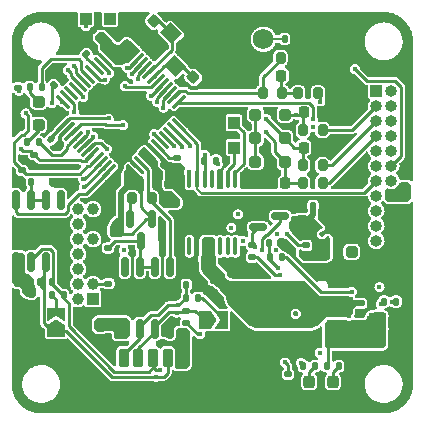
<source format=gbr>
%TF.GenerationSoftware,KiCad,Pcbnew,7.0.11*%
%TF.CreationDate,2024-11-13T01:21:52+09:00*%
%TF.ProjectId,Control,436f6e74-726f-46c2-9e6b-696361645f70,rev?*%
%TF.SameCoordinates,Original*%
%TF.FileFunction,Copper,L4,Bot*%
%TF.FilePolarity,Positive*%
%FSLAX46Y46*%
G04 Gerber Fmt 4.6, Leading zero omitted, Abs format (unit mm)*
G04 Created by KiCad (PCBNEW 7.0.11) date 2024-11-13 01:21:52*
%MOMM*%
%LPD*%
G01*
G04 APERTURE LIST*
G04 Aperture macros list*
%AMRoundRect*
0 Rectangle with rounded corners*
0 $1 Rounding radius*
0 $2 $3 $4 $5 $6 $7 $8 $9 X,Y pos of 4 corners*
0 Add a 4 corners polygon primitive as box body*
4,1,4,$2,$3,$4,$5,$6,$7,$8,$9,$2,$3,0*
0 Add four circle primitives for the rounded corners*
1,1,$1+$1,$2,$3*
1,1,$1+$1,$4,$5*
1,1,$1+$1,$6,$7*
1,1,$1+$1,$8,$9*
0 Add four rect primitives between the rounded corners*
20,1,$1+$1,$2,$3,$4,$5,0*
20,1,$1+$1,$4,$5,$6,$7,0*
20,1,$1+$1,$6,$7,$8,$9,0*
20,1,$1+$1,$8,$9,$2,$3,0*%
%AMRotRect*
0 Rectangle, with rotation*
0 The origin of the aperture is its center*
0 $1 length*
0 $2 width*
0 $3 Rotation angle, in degrees counterclockwise*
0 Add horizontal line*
21,1,$1,$2,0,0,$3*%
%AMFreePoly0*
4,1,6,1.000000,0.000000,0.500000,-0.750000,-0.500000,-0.750000,-0.500000,0.750000,0.500000,0.750000,1.000000,0.000000,1.000000,0.000000,$1*%
%AMFreePoly1*
4,1,6,0.500000,-0.750000,-0.650000,-0.750000,-0.150000,0.000000,-0.650000,0.750000,0.500000,0.750000,0.500000,-0.750000,0.500000,-0.750000,$1*%
G04 Aperture macros list end*
%TA.AperFunction,ComponentPad*%
%ADD10R,1.000000X1.000000*%
%TD*%
%TA.AperFunction,ComponentPad*%
%ADD11C,1.000000*%
%TD*%
%TA.AperFunction,ComponentPad*%
%ADD12C,1.750000*%
%TD*%
%TA.AperFunction,ComponentPad*%
%ADD13C,2.100000*%
%TD*%
%TA.AperFunction,ComponentPad*%
%ADD14O,1.000000X1.000000*%
%TD*%
%TA.AperFunction,SMDPad,CuDef*%
%ADD15RoundRect,0.135000X-0.135000X-0.185000X0.135000X-0.185000X0.135000X0.185000X-0.135000X0.185000X0*%
%TD*%
%TA.AperFunction,SMDPad,CuDef*%
%ADD16RoundRect,0.200000X0.200000X0.275000X-0.200000X0.275000X-0.200000X-0.275000X0.200000X-0.275000X0*%
%TD*%
%TA.AperFunction,SMDPad,CuDef*%
%ADD17RoundRect,0.100000X-0.100000X0.637500X-0.100000X-0.637500X0.100000X-0.637500X0.100000X0.637500X0*%
%TD*%
%TA.AperFunction,SMDPad,CuDef*%
%ADD18RoundRect,0.150000X-0.587500X-0.150000X0.587500X-0.150000X0.587500X0.150000X-0.587500X0.150000X0*%
%TD*%
%TA.AperFunction,SMDPad,CuDef*%
%ADD19RoundRect,0.135000X-0.185000X0.135000X-0.185000X-0.135000X0.185000X-0.135000X0.185000X0.135000X0*%
%TD*%
%TA.AperFunction,SMDPad,CuDef*%
%ADD20RoundRect,0.200000X-0.200000X-0.275000X0.200000X-0.275000X0.200000X0.275000X-0.200000X0.275000X0*%
%TD*%
%TA.AperFunction,SMDPad,CuDef*%
%ADD21RoundRect,0.225000X0.017678X-0.335876X0.335876X-0.017678X-0.017678X0.335876X-0.335876X0.017678X0*%
%TD*%
%TA.AperFunction,SMDPad,CuDef*%
%ADD22RoundRect,0.140000X-0.140000X-0.170000X0.140000X-0.170000X0.140000X0.170000X-0.140000X0.170000X0*%
%TD*%
%TA.AperFunction,SMDPad,CuDef*%
%ADD23RoundRect,0.135000X0.185000X-0.135000X0.185000X0.135000X-0.185000X0.135000X-0.185000X-0.135000X0*%
%TD*%
%TA.AperFunction,SMDPad,CuDef*%
%ADD24RoundRect,0.250000X-0.250000X-0.250000X0.250000X-0.250000X0.250000X0.250000X-0.250000X0.250000X0*%
%TD*%
%TA.AperFunction,SMDPad,CuDef*%
%ADD25FreePoly0,90.000000*%
%TD*%
%TA.AperFunction,SMDPad,CuDef*%
%ADD26FreePoly1,90.000000*%
%TD*%
%TA.AperFunction,SMDPad,CuDef*%
%ADD27RoundRect,0.140000X-0.021213X0.219203X-0.219203X0.021213X0.021213X-0.219203X0.219203X-0.021213X0*%
%TD*%
%TA.AperFunction,SMDPad,CuDef*%
%ADD28RoundRect,0.140000X-0.170000X0.140000X-0.170000X-0.140000X0.170000X-0.140000X0.170000X0.140000X0*%
%TD*%
%TA.AperFunction,SMDPad,CuDef*%
%ADD29RoundRect,0.075000X0.415425X0.521491X-0.521491X-0.415425X-0.415425X-0.521491X0.521491X0.415425X0*%
%TD*%
%TA.AperFunction,SMDPad,CuDef*%
%ADD30RoundRect,0.075000X-0.415425X0.521491X-0.521491X0.415425X0.415425X-0.521491X0.521491X-0.415425X0*%
%TD*%
%TA.AperFunction,SMDPad,CuDef*%
%ADD31RoundRect,0.140000X0.170000X-0.140000X0.170000X0.140000X-0.170000X0.140000X-0.170000X-0.140000X0*%
%TD*%
%TA.AperFunction,SMDPad,CuDef*%
%ADD32RoundRect,0.237500X-0.287500X-0.237500X0.287500X-0.237500X0.287500X0.237500X-0.287500X0.237500X0*%
%TD*%
%TA.AperFunction,SMDPad,CuDef*%
%ADD33RoundRect,0.375000X0.625000X0.375000X-0.625000X0.375000X-0.625000X-0.375000X0.625000X-0.375000X0*%
%TD*%
%TA.AperFunction,SMDPad,CuDef*%
%ADD34RoundRect,0.500000X0.500000X1.400000X-0.500000X1.400000X-0.500000X-1.400000X0.500000X-1.400000X0*%
%TD*%
%TA.AperFunction,SMDPad,CuDef*%
%ADD35RoundRect,0.250000X-0.325000X-0.650000X0.325000X-0.650000X0.325000X0.650000X-0.325000X0.650000X0*%
%TD*%
%TA.AperFunction,SMDPad,CuDef*%
%ADD36RoundRect,0.225000X0.225000X0.250000X-0.225000X0.250000X-0.225000X-0.250000X0.225000X-0.250000X0*%
%TD*%
%TA.AperFunction,SMDPad,CuDef*%
%ADD37RoundRect,0.135000X0.135000X0.185000X-0.135000X0.185000X-0.135000X-0.185000X0.135000X-0.185000X0*%
%TD*%
%TA.AperFunction,SMDPad,CuDef*%
%ADD38RoundRect,0.140000X0.140000X0.170000X-0.140000X0.170000X-0.140000X-0.170000X0.140000X-0.170000X0*%
%TD*%
%TA.AperFunction,SMDPad,CuDef*%
%ADD39RoundRect,0.250000X-0.250000X-0.475000X0.250000X-0.475000X0.250000X0.475000X-0.250000X0.475000X0*%
%TD*%
%TA.AperFunction,SMDPad,CuDef*%
%ADD40R,1.000000X1.000000*%
%TD*%
%TA.AperFunction,SMDPad,CuDef*%
%ADD41RoundRect,0.250000X0.475000X-0.250000X0.475000X0.250000X-0.475000X0.250000X-0.475000X-0.250000X0*%
%TD*%
%TA.AperFunction,SMDPad,CuDef*%
%ADD42RoundRect,0.225000X-0.225000X-0.250000X0.225000X-0.250000X0.225000X0.250000X-0.225000X0.250000X0*%
%TD*%
%TA.AperFunction,SMDPad,CuDef*%
%ADD43RoundRect,0.150000X-0.150000X0.587500X-0.150000X-0.587500X0.150000X-0.587500X0.150000X0.587500X0*%
%TD*%
%TA.AperFunction,SMDPad,CuDef*%
%ADD44FreePoly0,0.000000*%
%TD*%
%TA.AperFunction,SMDPad,CuDef*%
%ADD45FreePoly1,0.000000*%
%TD*%
%TA.AperFunction,SMDPad,CuDef*%
%ADD46RoundRect,0.140000X-0.219203X-0.021213X-0.021213X-0.219203X0.219203X0.021213X0.021213X0.219203X0*%
%TD*%
%TA.AperFunction,SMDPad,CuDef*%
%ADD47RoundRect,0.135000X0.226274X0.035355X0.035355X0.226274X-0.226274X-0.035355X-0.035355X-0.226274X0*%
%TD*%
%TA.AperFunction,SMDPad,CuDef*%
%ADD48RoundRect,0.140000X0.219203X0.021213X0.021213X0.219203X-0.219203X-0.021213X-0.021213X-0.219203X0*%
%TD*%
%TA.AperFunction,SMDPad,CuDef*%
%ADD49RoundRect,0.135000X-0.035355X0.226274X-0.226274X0.035355X0.035355X-0.226274X0.226274X-0.035355X0*%
%TD*%
%TA.AperFunction,SMDPad,CuDef*%
%ADD50RotRect,1.400000X1.200000X315.000000*%
%TD*%
%TA.AperFunction,SMDPad,CuDef*%
%ADD51RoundRect,0.150000X-0.150000X0.675000X-0.150000X-0.675000X0.150000X-0.675000X0.150000X0.675000X0*%
%TD*%
%TA.AperFunction,SMDPad,CuDef*%
%ADD52RoundRect,0.140000X0.021213X-0.219203X0.219203X-0.021213X-0.021213X0.219203X-0.219203X0.021213X0*%
%TD*%
%TA.AperFunction,SMDPad,CuDef*%
%ADD53RoundRect,0.225000X-0.250000X0.225000X-0.250000X-0.225000X0.250000X-0.225000X0.250000X0.225000X0*%
%TD*%
%TA.AperFunction,SMDPad,CuDef*%
%ADD54RoundRect,0.237500X0.237500X-0.287500X0.237500X0.287500X-0.237500X0.287500X-0.237500X-0.287500X0*%
%TD*%
%TA.AperFunction,SMDPad,CuDef*%
%ADD55RoundRect,0.225000X-0.017678X0.335876X-0.335876X0.017678X0.017678X-0.335876X0.335876X-0.017678X0*%
%TD*%
%TA.AperFunction,SMDPad,CuDef*%
%ADD56RoundRect,0.200000X0.200000X0.600000X-0.200000X0.600000X-0.200000X-0.600000X0.200000X-0.600000X0*%
%TD*%
%TA.AperFunction,SMDPad,CuDef*%
%ADD57RoundRect,0.250001X0.799999X1.249999X-0.799999X1.249999X-0.799999X-1.249999X0.799999X-1.249999X0*%
%TD*%
%TA.AperFunction,ViaPad*%
%ADD58C,0.450000*%
%TD*%
%TA.AperFunction,Conductor*%
%ADD59C,0.250000*%
%TD*%
%TA.AperFunction,Conductor*%
%ADD60C,1.000000*%
%TD*%
%TA.AperFunction,Conductor*%
%ADD61C,0.500000*%
%TD*%
%TA.AperFunction,Conductor*%
%ADD62C,0.200000*%
%TD*%
G04 APERTURE END LIST*
D10*
%TO.P,J1,1,Pin_1*%
%TO.N,unconnected-(J1-Pin_1-Pad1)*%
X7400000Y-24810000D03*
D11*
%TO.P,J1,2,Pin_2*%
%TO.N,unconnected-(J1-Pin_2-Pad2)*%
X6130000Y-24810000D03*
%TO.P,J1,3,Pin_3*%
%TO.N,Net-(D1-K)*%
X7400000Y-23540000D03*
%TO.P,J1,4,Pin_4*%
%TO.N,SWDIO*%
X6130000Y-23540000D03*
%TO.P,J1,5,Pin_5*%
%TO.N,GND*%
X7400000Y-22270000D03*
%TO.P,J1,6,Pin_6*%
%TO.N,SWCLK*%
X6130000Y-22270000D03*
%TO.P,J1,7,Pin_7*%
%TO.N,GND*%
X7400000Y-21000000D03*
%TO.P,J1,8,Pin_8*%
%TO.N,SWO*%
X6130000Y-21000000D03*
%TO.P,J1,9,Pin_9*%
%TO.N,unconnected-(J1-Pin_9-Pad9)*%
X7400000Y-19730000D03*
%TO.P,J1,10,Pin_10*%
%TO.N,unconnected-(J1-Pin_10-Pad10)*%
X6130000Y-19730000D03*
%TO.P,J1,11,Pin_11*%
%TO.N,GND*%
X7400000Y-18460000D03*
%TO.P,J1,12,Pin_12*%
%TO.N,NRST*%
X6130000Y-18460000D03*
%TO.P,J1,13,Pin_13*%
%TO.N,unconnected-(J1-Pin_13-Pad13)*%
X7400000Y-17190000D03*
%TO.P,J1,14,Pin_14*%
%TO.N,unconnected-(J1-Pin_14-Pad14)*%
X6130000Y-17190000D03*
%TD*%
D12*
%TO.P,SW1,1,A*%
%TO.N,NRST*%
X21825000Y-2812500D03*
%TO.P,SW1,2,B*%
%TO.N,GND*%
X26325000Y-2812500D03*
D13*
%TO.P,SW1,3,shell*%
X20575000Y-5302500D03*
X27585000Y-5302500D03*
%TD*%
D10*
%TO.P,J2,1,Pin_1*%
%TO.N,VDD*%
X31375000Y-7175000D03*
D14*
%TO.P,J2,2,Pin_2*%
X32645000Y-7175000D03*
%TO.P,J2,3,Pin_3*%
%TO.N,SOC*%
X31375000Y-8445000D03*
%TO.P,J2,4,Pin_4*%
%TO.N,ENABLE*%
X32645000Y-8445000D03*
%TO.P,J2,5,Pin_5*%
%TO.N,SOB*%
X31375000Y-9715000D03*
%TO.P,J2,6,Pin_6*%
%TO.N,nFAULT*%
X32645000Y-9715000D03*
%TO.P,J2,7,Pin_7*%
%TO.N,SOA*%
X31375000Y-10985000D03*
%TO.P,J2,8,Pin_8*%
%TO.N,INB_L*%
X32645000Y-10985000D03*
%TO.P,J2,9,Pin_9*%
%TO.N,MISO1*%
X31375000Y-12255000D03*
%TO.P,J2,10,Pin_10*%
%TO.N,INC_L*%
X32645000Y-12255000D03*
%TO.P,J2,11,Pin_11*%
%TO.N,MOSI1*%
X31375000Y-13525000D03*
%TO.P,J2,12,Pin_12*%
%TO.N,INA_L*%
X32645000Y-13525000D03*
%TO.P,J2,13,Pin_13*%
%TO.N,SCLK1*%
X31375000Y-14795000D03*
%TO.P,J2,14,Pin_14*%
%TO.N,CAL*%
X32645000Y-14795000D03*
%TO.P,J2,15,Pin_15*%
%TO.N,CS1_MD*%
X31375000Y-16065000D03*
%TO.P,J2,16,Pin_16*%
%TO.N,+3.3V*%
X32645000Y-16065000D03*
%TO.P,J2,17,Pin_17*%
%TO.N,INA_H*%
X31375000Y-17335000D03*
%TO.P,J2,18,Pin_18*%
%TO.N,GND*%
X32645000Y-17335000D03*
%TO.P,J2,19,Pin_19*%
%TO.N,INB_H*%
X31375000Y-18605000D03*
%TO.P,J2,20,Pin_20*%
%TO.N,GND*%
X32645000Y-18605000D03*
%TO.P,J2,21,Pin_21*%
%TO.N,INC_H*%
X31375000Y-19875000D03*
%TO.P,J2,22,Pin_22*%
%TO.N,GND*%
X32645000Y-19875000D03*
%TO.P,J2,23,Pin_23*%
X31375000Y-21145000D03*
%TO.P,J2,24,Pin_24*%
X32645000Y-21145000D03*
%TO.P,J2,25,Pin_25*%
X31375000Y-22415000D03*
%TO.P,J2,26,Pin_26*%
X32645000Y-22415000D03*
%TD*%
D15*
%TO.P,R11,1*%
%TO.N,Net-(IC1-FB)*%
X22338281Y-21295901D03*
%TO.P,R11,2*%
%TO.N,Net-(D4-A)*%
X23358281Y-21295901D03*
%TD*%
D16*
%TO.P,R17,1*%
%TO.N,VDD*%
X26425000Y-7400000D03*
%TO.P,R17,2*%
%TO.N,Net-(C16-Pad1)*%
X24775000Y-7400000D03*
%TD*%
D17*
%TO.P,U5,1,~{CSn}*%
%TO.N,CS1_Encoder*%
X15550000Y-14637500D03*
%TO.P,U5,2,CLK*%
%TO.N,SCLK1*%
X16200000Y-14637500D03*
%TO.P,U5,3,MISO*%
%TO.N,MISO1*%
X16850000Y-14637500D03*
%TO.P,U5,4,MOSI*%
%TO.N,MOSI1*%
X17500000Y-14637500D03*
%TO.P,U5,5,TEST*%
%TO.N,GND*%
X18150000Y-14637500D03*
%TO.P,U5,6,B*%
%TO.N,Net-(U5-B)*%
X18800000Y-14637500D03*
%TO.P,U5,7,A*%
%TO.N,Net-(U5-A)*%
X19450000Y-14637500D03*
%TO.P,U5,8,W/PWM*%
%TO.N,unconnected-(U5-W{slash}PWM-Pad8)*%
X19450000Y-20362500D03*
%TO.P,U5,9,V*%
%TO.N,unconnected-(U5-V-Pad9)*%
X18800000Y-20362500D03*
%TO.P,U5,10,U*%
%TO.N,unconnected-(U5-U-Pad10)*%
X18150000Y-20362500D03*
%TO.P,U5,11,VDD5V*%
%TO.N,+3.3V*%
X17500000Y-20362500D03*
%TO.P,U5,12,VDD3V*%
X16850000Y-20362500D03*
%TO.P,U5,13,GND*%
%TO.N,GND*%
X16200000Y-20362500D03*
%TO.P,U5,14,I/PWM*%
%TO.N,unconnected-(U5-I{slash}PWM-Pad14)*%
X15550000Y-20362500D03*
%TD*%
D15*
%TO.P,R26,1*%
%TO.N,/RS485/RS485_B*%
X3890000Y-23400000D03*
%TO.P,R26,2*%
%TO.N,GND*%
X4910000Y-23400000D03*
%TD*%
D18*
%TO.P,Q1,1,G*%
%TO.N,/Power/PG*%
X21362500Y-18750000D03*
%TO.P,Q1,2,S*%
%TO.N,GND*%
X21362500Y-16850000D03*
%TO.P,Q1,3,D*%
%TO.N,Net-(Q1-D)*%
X23237500Y-17800000D03*
%TD*%
D19*
%TO.P,R7,1*%
%TO.N,GND*%
X1393586Y-12894041D03*
%TO.P,R7,2*%
%TO.N,DIP_SW1*%
X1393586Y-13914041D03*
%TD*%
D20*
%TO.P,R19,1*%
%TO.N,V_Meas.*%
X23275000Y-4400000D03*
%TO.P,R19,2*%
%TO.N,GND*%
X24925000Y-4400000D03*
%TD*%
D15*
%TO.P,R32,1*%
%TO.N,MISO1*%
X16810756Y-13096080D03*
%TO.P,R32,2*%
%TO.N,+3.3V*%
X17830756Y-13096080D03*
%TD*%
D21*
%TO.P,C3,1*%
%TO.N,GND*%
X11441992Y-2378008D03*
%TO.P,C3,2*%
%TO.N,HSE_IN*%
X12538008Y-1281992D03*
%TD*%
D22*
%TO.P,C24,1*%
%TO.N,GND*%
X16074419Y-21909773D03*
%TO.P,C24,2*%
%TO.N,+3.3V*%
X17034419Y-21909773D03*
%TD*%
D16*
%TO.P,R34,1*%
%TO.N,SOA*%
X26825000Y-15000000D03*
%TO.P,R34,2*%
%TO.N,Current_OUTA*%
X25175000Y-15000000D03*
%TD*%
D23*
%TO.P,R27,1*%
%TO.N,+3.3V*%
X15300000Y-26810000D03*
%TO.P,R27,2*%
%TO.N,/RS485/RS485_X*%
X15300000Y-25790000D03*
%TD*%
D24*
%TO.P,D11,1,K*%
%TO.N,+3.3V*%
X21150000Y-9200000D03*
%TO.P,D11,2,A*%
%TO.N,Current_OUTC*%
X23650000Y-9200000D03*
%TD*%
D25*
%TO.P,JP1,1,A*%
%TO.N,/RS485/RS485_A*%
X4289354Y-27513346D03*
D26*
%TO.P,JP1,2,B*%
%TO.N,Net-(JP1-B)*%
X4289354Y-26063346D03*
%TD*%
D27*
%TO.P,C2,1*%
%TO.N,+3.3V*%
X8126734Y-2707061D03*
%TO.P,C2,2*%
%TO.N,GND*%
X7447912Y-3385883D03*
%TD*%
D28*
%TO.P,C19,1*%
%TO.N,+3.3V*%
X8700000Y-27020000D03*
%TO.P,C19,2*%
%TO.N,GND*%
X8700000Y-27980000D03*
%TD*%
D29*
%TO.P,U1,1,VBAT*%
%TO.N,+3.3V*%
X10748788Y-4212124D03*
%TO.P,U1,2,PC13*%
%TO.N,INA_L*%
X11102342Y-4565678D03*
%TO.P,U1,3,PC14*%
%TO.N,INC_L*%
X11455895Y-4919231D03*
%TO.P,U1,4,PC15*%
%TO.N,INB_L*%
X11809449Y-5272785D03*
%TO.P,U1,5,PF0*%
%TO.N,HSE_IN*%
X12163002Y-5626338D03*
%TO.P,U1,6,PF1*%
%TO.N,HSE_OUT*%
X12516555Y-5979891D03*
%TO.P,U1,7,NRST*%
%TO.N,NRST*%
X12870109Y-6333445D03*
%TO.P,U1,8,PA0*%
%TO.N,Current_OUTA*%
X13223662Y-6686998D03*
%TO.P,U1,9,PA1*%
%TO.N,Current_OUTB*%
X13577215Y-7040551D03*
%TO.P,U1,10,PA2*%
%TO.N,Current_OUTC*%
X13930769Y-7394105D03*
%TO.P,U1,11,PA3*%
%TO.N,V_Meas.*%
X14284322Y-7747658D03*
%TO.P,U1,12,PA4*%
%TO.N,nFAULT*%
X14637876Y-8101212D03*
D30*
%TO.P,U1,13,PA5*%
%TO.N,SCLK1*%
X14637876Y-10098788D03*
%TO.P,U1,14,PA6*%
%TO.N,MISO1*%
X14284322Y-10452342D03*
%TO.P,U1,15,PA7*%
%TO.N,MOSI1*%
X13930769Y-10805895D03*
%TO.P,U1,16,PB0*%
%TO.N,CS1_Encoder*%
X13577215Y-11159449D03*
%TO.P,U1,17,PB1*%
%TO.N,CS1_MD*%
X13223662Y-11513002D03*
%TO.P,U1,18,PB2*%
%TO.N,Net-(U1-PB2)*%
X12870109Y-11866555D03*
%TO.P,U1,19,VSSA*%
%TO.N,GND*%
X12516555Y-12220109D03*
%TO.P,U1,20,VREF+*%
%TO.N,+3.3V*%
X12163002Y-12573662D03*
%TO.P,U1,21,VDDA*%
X11809449Y-12927215D03*
%TO.P,U1,22,PB10*%
%TO.N,MainTX3_RS485RX*%
X11455895Y-13280769D03*
%TO.P,U1,23,VSS*%
%TO.N,GND*%
X11102342Y-13634322D03*
%TO.P,U1,24,VDD*%
%TO.N,+3.3V*%
X10748788Y-13987876D03*
D29*
%TO.P,U1,25,PB11*%
%TO.N,MainRX3_RS485TX*%
X8751212Y-13987876D03*
%TO.P,U1,26,PB12*%
%TO.N,Slide_SW0*%
X8397658Y-13634322D03*
%TO.P,U1,27,PB13*%
%TO.N,CAL*%
X8044105Y-13280769D03*
%TO.P,U1,28,PB14*%
%TO.N,DIP_SW1*%
X7690551Y-12927215D03*
%TO.P,U1,29,PB15*%
%TO.N,DIP_SW3*%
X7336998Y-12573662D03*
%TO.P,U1,30,PA8*%
%TO.N,INA_H*%
X6983445Y-12220109D03*
%TO.P,U1,31,PA9*%
%TO.N,INB_H*%
X6629891Y-11866555D03*
%TO.P,U1,32,PA10*%
%TO.N,INC_H*%
X6276338Y-11513002D03*
%TO.P,U1,33,PA11*%
%TO.N,LED1*%
X5922785Y-11159449D03*
%TO.P,U1,34,PA12*%
%TO.N,ENABLE*%
X5569231Y-10805895D03*
%TO.P,U1,35,VSS*%
%TO.N,GND*%
X5215678Y-10452342D03*
%TO.P,U1,36,VDD*%
%TO.N,+3.3V*%
X4862124Y-10098788D03*
D30*
%TO.P,U1,37,PA13*%
%TO.N,SWDIO*%
X4862124Y-8101212D03*
%TO.P,U1,38,PA14*%
%TO.N,SWCLK*%
X5215678Y-7747658D03*
%TO.P,U1,39,PA15*%
%TO.N,unconnected-(U1-PA15-Pad39)*%
X5569231Y-7394105D03*
%TO.P,U1,40,PB3*%
%TO.N,SWO*%
X5922785Y-7040551D03*
%TO.P,U1,41,PB4*%
%TO.N,Phase_A*%
X6276338Y-6686998D03*
%TO.P,U1,42,PB5*%
%TO.N,Phase_B*%
X6629891Y-6333445D03*
%TO.P,U1,43,PB6*%
%TO.N,LED0*%
X6983445Y-5979891D03*
%TO.P,U1,44,PB7*%
%TO.N,DIP_SW2*%
X7336998Y-5626338D03*
%TO.P,U1,45,PB8-BOOT0*%
%TO.N,BOOT0*%
X7690551Y-5272785D03*
%TO.P,U1,46,PB9*%
%TO.N,DIP_SW0*%
X8044105Y-4919231D03*
%TO.P,U1,47,VSS*%
%TO.N,GND*%
X8397658Y-4565678D03*
%TO.P,U1,48,VDD*%
%TO.N,+3.3V*%
X8751212Y-4212124D03*
%TD*%
D31*
%TO.P,C12,1*%
%TO.N,+5V*%
X30100000Y-27080000D03*
%TO.P,C12,2*%
%TO.N,GND*%
X30100000Y-26120000D03*
%TD*%
D32*
%TO.P,D2,1,K*%
%TO.N,GND*%
X1044160Y-8114527D03*
%TO.P,D2,2,A*%
%TO.N,Net-(D2-A)*%
X2794160Y-8114527D03*
%TD*%
D33*
%TO.P,U2,1,GND*%
%TO.N,GND*%
X28250000Y-23100000D03*
%TO.P,U2,2,VO*%
%TO.N,+3.3V*%
X28250000Y-25400000D03*
D34*
X21950000Y-25400000D03*
D33*
%TO.P,U2,3,VI*%
%TO.N,+5V*%
X28250000Y-27700000D03*
%TD*%
D35*
%TO.P,C15,1*%
%TO.N,VCC*%
X25107983Y-18627613D03*
%TO.P,C15,2*%
%TO.N,GND*%
X28057983Y-18627613D03*
%TD*%
D23*
%TO.P,R16,1*%
%TO.N,GND*%
X17635403Y-24267237D03*
%TO.P,R16,2*%
%TO.N,+3.3V*%
X17635403Y-23247237D03*
%TD*%
D36*
%TO.P,C23,1*%
%TO.N,Current_OUTA*%
X23675000Y-15000000D03*
%TO.P,C23,2*%
%TO.N,GND*%
X22125000Y-15000000D03*
%TD*%
D37*
%TO.P,R12,1*%
%TO.N,GND*%
X23340388Y-20063608D03*
%TO.P,R12,2*%
%TO.N,Net-(IC1-FB)*%
X22320388Y-20063608D03*
%TD*%
%TO.P,R30,1*%
%TO.N,Net-(JP2-B)*%
X16310000Y-24700000D03*
%TO.P,R30,2*%
%TO.N,/RS485/RS485_Y*%
X15290000Y-24700000D03*
%TD*%
D38*
%TO.P,C7,1*%
%TO.N,+3.3V*%
X10291559Y-15017962D03*
%TO.P,C7,2*%
%TO.N,GND*%
X9331559Y-15017962D03*
%TD*%
D24*
%TO.P,D10,1,K*%
%TO.N,+3.3V*%
X21150000Y-11200000D03*
%TO.P,D10,2,A*%
%TO.N,Current_OUTB*%
X23650000Y-11200000D03*
%TD*%
D15*
%TO.P,R28,1*%
%TO.N,/RS485/RS485_Y*%
X15290000Y-23600000D03*
%TO.P,R28,2*%
%TO.N,GND*%
X16310000Y-23600000D03*
%TD*%
%TO.P,R5,1*%
%TO.N,Net-(D3-A)*%
X1785514Y-11542848D03*
%TO.P,R5,2*%
%TO.N,LED1*%
X2805514Y-11542848D03*
%TD*%
D39*
%TO.P,C17,1*%
%TO.N,+5V*%
X31575796Y-26751141D03*
%TO.P,C17,2*%
%TO.N,GND*%
X33475796Y-26751141D03*
%TD*%
D19*
%TO.P,R24,1*%
%TO.N,Net-(Q3-C)*%
X8679569Y-20496074D03*
%TO.P,R24,2*%
%TO.N,GND*%
X8679569Y-21516074D03*
%TD*%
D15*
%TO.P,R13,1*%
%TO.N,Net-(D4-A)*%
X32034889Y-25030930D03*
%TO.P,R13,2*%
%TO.N,Net-(Q1-D)*%
X33054889Y-25030930D03*
%TD*%
D16*
%TO.P,R36,1*%
%TO.N,SOC*%
X26825000Y-10500000D03*
%TO.P,R36,2*%
%TO.N,Current_OUTC*%
X25175000Y-10500000D03*
%TD*%
D32*
%TO.P,D3,1,K*%
%TO.N,GND*%
X1035260Y-10085648D03*
%TO.P,D3,2,A*%
%TO.N,Net-(D3-A)*%
X2785260Y-10085648D03*
%TD*%
D16*
%TO.P,R18,1*%
%TO.N,Net-(C16-Pad1)*%
X23425000Y-7400000D03*
%TO.P,R18,2*%
%TO.N,V_Meas.*%
X21775000Y-7400000D03*
%TD*%
D40*
%TO.P,TP1,1,1*%
%TO.N,Phase_B*%
X6785121Y-1074264D03*
%TD*%
D37*
%TO.P,R20,1*%
%TO.N,Net-(D7-A)*%
X28210000Y-30500000D03*
%TO.P,R20,2*%
%TO.N,+5V*%
X27190000Y-30500000D03*
%TD*%
D19*
%TO.P,R6,1*%
%TO.N,GND*%
X1022440Y-5912060D03*
%TO.P,R6,2*%
%TO.N,DIP_SW0*%
X1022440Y-6932060D03*
%TD*%
D15*
%TO.P,R4,1*%
%TO.N,Net-(D2-A)*%
X2021777Y-6858781D03*
%TO.P,R4,2*%
%TO.N,LED0*%
X3041777Y-6858781D03*
%TD*%
D41*
%TO.P,C18,1*%
%TO.N,+3.3V*%
X19500000Y-24450000D03*
%TO.P,C18,2*%
%TO.N,GND*%
X19500000Y-22550000D03*
%TD*%
D42*
%TO.P,C22,1*%
%TO.N,Current_OUTB*%
X25225000Y-12000000D03*
%TO.P,C22,2*%
%TO.N,GND*%
X26775000Y-12000000D03*
%TD*%
D40*
%TO.P,TP3,1,1*%
%TO.N,Net-(U5-A)*%
X19314310Y-9882150D03*
%TD*%
D19*
%TO.P,R10,1*%
%TO.N,/Power/PG*%
X20847497Y-20260065D03*
%TO.P,R10,2*%
%TO.N,Net-(IC1-VCC)*%
X20847497Y-21280065D03*
%TD*%
D43*
%TO.P,Q3,1,B*%
%TO.N,Net-(Q3-B)*%
X10506000Y-18042500D03*
%TO.P,Q3,2,E*%
%TO.N,+3.3V*%
X12406000Y-18042500D03*
%TO.P,Q3,3,C*%
%TO.N,Net-(Q3-C)*%
X11456000Y-19917500D03*
%TD*%
D15*
%TO.P,R29,1*%
%TO.N,Net-(JP1-B)*%
X3890000Y-24500000D03*
%TO.P,R29,2*%
%TO.N,/RS485/RS485_B*%
X4910000Y-24500000D03*
%TD*%
D44*
%TO.P,JP2,1,A*%
%TO.N,/RS485/RS485_X*%
X16850000Y-26600000D03*
D45*
%TO.P,JP2,2,B*%
%TO.N,Net-(JP2-B)*%
X18300000Y-26600000D03*
%TD*%
D46*
%TO.P,C5,1*%
%TO.N,+3.3V*%
X3860589Y-11260589D03*
%TO.P,C5,2*%
%TO.N,GND*%
X4539411Y-11939411D03*
%TD*%
D28*
%TO.P,C25,1*%
%TO.N,+3.3V*%
X33900000Y-16220000D03*
%TO.P,C25,2*%
%TO.N,GND*%
X33900000Y-17180000D03*
%TD*%
D47*
%TO.P,R1,1*%
%TO.N,BOOT0*%
X6801017Y-4085754D03*
%TO.P,R1,2*%
%TO.N,GND*%
X6079769Y-3364506D03*
%TD*%
D37*
%TO.P,R21,1*%
%TO.N,Net-(D8-A)*%
X26210001Y-30500000D03*
%TO.P,R21,2*%
%TO.N,+3.3V*%
X25190001Y-30500000D03*
%TD*%
D40*
%TO.P,TP2,1,1*%
%TO.N,Net-(U5-B)*%
X19315915Y-11987012D03*
%TD*%
D42*
%TO.P,C21,1*%
%TO.N,Current_OUTC*%
X25225000Y-9000000D03*
%TO.P,C21,2*%
%TO.N,GND*%
X26775000Y-9000000D03*
%TD*%
D22*
%TO.P,C8,1*%
%TO.N,NRST*%
X23620000Y-2800000D03*
%TO.P,C8,2*%
%TO.N,GND*%
X24580000Y-2800000D03*
%TD*%
D23*
%TO.P,R2,1*%
%TO.N,Net-(D1-K)*%
X8698293Y-23504051D03*
%TO.P,R2,2*%
%TO.N,GND*%
X8698293Y-22484051D03*
%TD*%
D42*
%TO.P,C16,1*%
%TO.N,Net-(C16-Pad1)*%
X23325000Y-5900000D03*
%TO.P,C16,2*%
%TO.N,GND*%
X24875000Y-5900000D03*
%TD*%
D19*
%TO.P,R3,1*%
%TO.N,Net-(U1-PB2)*%
X14517000Y-12855000D03*
%TO.P,R3,2*%
%TO.N,GND*%
X14517000Y-13875000D03*
%TD*%
D48*
%TO.P,C1,1*%
%TO.N,+3.3V*%
X10194436Y-3411846D03*
%TO.P,C1,2*%
%TO.N,GND*%
X9515614Y-2733024D03*
%TD*%
D19*
%TO.P,R9,1*%
%TO.N,Net-(IC1-EN)*%
X25447948Y-20281165D03*
%TO.P,R9,2*%
%TO.N,VCC*%
X25447948Y-21301165D03*
%TD*%
D49*
%TO.P,R31,1*%
%TO.N,GND*%
X4818194Y-5987254D03*
%TO.P,R31,2*%
%TO.N,DIP_SW2*%
X4096946Y-6708502D03*
%TD*%
D37*
%TO.P,R23,1*%
%TO.N,Net-(U3-DE)*%
X2154265Y-14867059D03*
%TO.P,R23,2*%
%TO.N,GND*%
X1134265Y-14867059D03*
%TD*%
D50*
%TO.P,Y1,1,1*%
%TO.N,HSE_IN*%
X14003223Y-2331142D03*
%TO.P,Y1,2,2*%
%TO.N,GND*%
X15558858Y-3886777D03*
%TO.P,Y1,3,3*%
%TO.N,HSE_OUT*%
X14356777Y-5088858D03*
%TO.P,Y1,4,4*%
%TO.N,GND*%
X12801142Y-3533223D03*
%TD*%
D20*
%TO.P,R22,1*%
%TO.N,Net-(Q3-B)*%
X10703089Y-16276059D03*
%TO.P,R22,2*%
%TO.N,MainTX3_RS485RX*%
X12353089Y-16276059D03*
%TD*%
D15*
%TO.P,R15,1*%
%TO.N,VCC*%
X26023189Y-16921968D03*
%TO.P,R15,2*%
%TO.N,GND*%
X27043189Y-16921968D03*
%TD*%
D37*
%TO.P,R14,1*%
%TO.N,GND*%
X32910000Y-28400000D03*
%TO.P,R14,2*%
%TO.N,+5V*%
X31890000Y-28400000D03*
%TD*%
D40*
%TO.P,TP4,1,1*%
%TO.N,Phase_A*%
X8834022Y-1071221D03*
%TD*%
D51*
%TO.P,U3,1,RO*%
%TO.N,MainRX3_RS485TX*%
X865446Y-16460504D03*
%TO.P,U3,2,~{RE}*%
%TO.N,Net-(U3-DE)*%
X2135446Y-16460504D03*
%TO.P,U3,3,DE*%
X3405446Y-16460504D03*
%TO.P,U3,4,DI*%
%TO.N,unconnected-(U3-DI-Pad4)*%
X4675446Y-16460504D03*
%TO.P,U3,5,GND*%
%TO.N,GND*%
X4675446Y-21710504D03*
%TO.P,U3,6,A*%
%TO.N,/RS485/RS485_A*%
X3405446Y-21710504D03*
%TO.P,U3,7,B*%
%TO.N,/RS485/RS485_B*%
X2135446Y-21710504D03*
%TO.P,U3,8,VCC*%
%TO.N,+3.3V*%
X865446Y-21710504D03*
%TD*%
D31*
%TO.P,C13,1*%
%TO.N,+3.3V*%
X30100000Y-25180000D03*
%TO.P,C13,2*%
%TO.N,GND*%
X30100000Y-24220000D03*
%TD*%
D24*
%TO.P,D9,1,K*%
%TO.N,+3.3V*%
X21150000Y-13200000D03*
%TO.P,D9,2,A*%
%TO.N,Current_OUTA*%
X23650000Y-13200000D03*
%TD*%
D28*
%TO.P,C20,1*%
%TO.N,+3.3V*%
X900000Y-23320000D03*
%TO.P,C20,2*%
%TO.N,GND*%
X900000Y-24280000D03*
%TD*%
D19*
%TO.P,R8,1*%
%TO.N,Slide_SW0*%
X23900000Y-31190000D03*
%TO.P,R8,2*%
%TO.N,GND*%
X23900000Y-32210000D03*
%TD*%
D16*
%TO.P,R35,1*%
%TO.N,SOB*%
X26825000Y-13500000D03*
%TO.P,R35,2*%
%TO.N,Current_OUTB*%
X25175000Y-13500000D03*
%TD*%
D52*
%TO.P,C6,1*%
%TO.N,+3.3V*%
X12731589Y-14127411D03*
%TO.P,C6,2*%
%TO.N,GND*%
X13410411Y-13448589D03*
%TD*%
D53*
%TO.P,C9,1*%
%TO.N,GND*%
X13950000Y-15048000D03*
%TO.P,C9,2*%
%TO.N,+3.3V*%
X13950000Y-16598000D03*
%TD*%
D15*
%TO.P,R25,1*%
%TO.N,+3.3V*%
X1890000Y-23400000D03*
%TO.P,R25,2*%
%TO.N,/RS485/RS485_A*%
X2910000Y-23400000D03*
%TD*%
D23*
%TO.P,R37,1*%
%TO.N,+3.3V*%
X33900000Y-15210000D03*
%TO.P,R37,2*%
%TO.N,GND*%
X33900000Y-14190000D03*
%TD*%
D54*
%TO.P,D7,1,K*%
%TO.N,GND*%
X27700001Y-33575000D03*
%TO.P,D7,2,A*%
%TO.N,Net-(D7-A)*%
X27700001Y-31825000D03*
%TD*%
D23*
%TO.P,R33,1*%
%TO.N,GND*%
X2439112Y-13623082D03*
%TO.P,R33,2*%
%TO.N,DIP_SW3*%
X2439112Y-12603082D03*
%TD*%
D54*
%TO.P,D8,1,K*%
%TO.N,GND*%
X25700000Y-33575000D03*
%TO.P,D8,2,A*%
%TO.N,Net-(D8-A)*%
X25700000Y-31825000D03*
%TD*%
D55*
%TO.P,C4,1*%
%TO.N,GND*%
X16978008Y-4951992D03*
%TO.P,C4,2*%
%TO.N,HSE_OUT*%
X15881992Y-6048008D03*
%TD*%
D56*
%TO.P,J3,1,Pin_1*%
%TO.N,GND*%
X16225000Y-29800000D03*
%TO.P,J3,2,Pin_2*%
%TO.N,/RS485/24V_IN*%
X14975000Y-29800000D03*
%TO.P,J3,3,Pin_3*%
%TO.N,/RS485/RS485_A*%
X13725000Y-29800000D03*
%TO.P,J3,4,Pin_4*%
%TO.N,/RS485/RS485_B*%
X12475000Y-29800000D03*
%TO.P,J3,5,Pin_5*%
%TO.N,/RS485/RS485_X*%
X11225000Y-29800000D03*
%TO.P,J3,6,Pin_6*%
%TO.N,/RS485/RS485_Y*%
X9975000Y-29800000D03*
D57*
%TO.P,J3,MP,MountPin*%
%TO.N,GND*%
X18775000Y-32700000D03*
X7425000Y-32700000D03*
%TD*%
D51*
%TO.P,U4,1,RO*%
%TO.N,unconnected-(U4-RO-Pad1)*%
X10095000Y-22075000D03*
%TO.P,U4,2,~{RE}*%
%TO.N,Net-(Q3-C)*%
X11365000Y-22075000D03*
%TO.P,U4,3,DE*%
X12635000Y-22075000D03*
%TO.P,U4,4,DI*%
%TO.N,MainTX3_RS485RX*%
X13905000Y-22075000D03*
%TO.P,U4,5,GND*%
%TO.N,GND*%
X13905000Y-27325000D03*
%TO.P,U4,6,A*%
%TO.N,/RS485/RS485_X*%
X12635000Y-27325000D03*
%TO.P,U4,7,B*%
%TO.N,/RS485/RS485_Y*%
X11365000Y-27325000D03*
%TO.P,U4,8,VCC*%
%TO.N,+3.3V*%
X10095000Y-27325000D03*
%TD*%
D24*
%TO.P,D4,1,K*%
%TO.N,VCC*%
X26794085Y-20820723D03*
%TO.P,D4,2,A*%
%TO.N,Net-(D4-A)*%
X29294085Y-20820723D03*
%TD*%
D58*
%TO.N,+3.3V*%
X14557155Y-16491036D03*
X24650000Y-26800000D03*
X12943063Y-15085658D03*
X10385068Y-3455492D03*
X8304753Y-3406195D03*
X9418855Y-4714197D03*
X19900000Y-24800000D03*
X8000000Y-2450000D03*
X16452617Y-27815228D03*
X19900000Y-25800000D03*
X12732512Y-14499738D03*
X2000000Y-24400000D03*
X20900000Y-26800000D03*
X19400000Y-25300000D03*
X21400000Y-26300000D03*
X8300000Y-27000000D03*
X21900000Y-24800000D03*
X18900000Y-23800000D03*
X7800000Y-26700000D03*
X20900000Y-25800000D03*
X24650000Y-24050000D03*
X26150000Y-26800000D03*
X13866581Y-15963626D03*
X20400000Y-24300000D03*
X1700000Y-23900000D03*
X12601208Y-13391747D03*
X7800000Y-27300000D03*
X10000000Y-20700000D03*
X8709069Y-9530851D03*
X24650000Y-25300000D03*
X21900000Y-23800000D03*
X2300000Y-23900000D03*
X10485578Y-4098812D03*
X9131159Y-19289618D03*
X9131159Y-18664615D03*
X8518372Y-2781772D03*
X21400000Y-24300000D03*
X20400000Y-25300000D03*
X21400000Y-25300000D03*
X20958253Y-13391747D03*
X22900000Y-26800000D03*
X9439396Y-3615706D03*
X21900000Y-25800000D03*
X11000000Y-3700000D03*
X20900000Y-24800000D03*
X18900000Y-24800000D03*
X20400000Y-26300000D03*
X17959351Y-13391747D03*
X29055160Y-26250228D03*
X20900000Y-23800000D03*
X19900000Y-23800000D03*
X25000000Y-30200000D03*
X19400000Y-24300000D03*
X9756000Y-19289618D03*
X21900000Y-26800000D03*
%TO.N,NRST*%
X10097910Y-6790000D03*
%TO.N,VCC*%
X26129882Y-19325000D03*
X25107983Y-18225000D03*
X24369879Y-18198770D03*
X25337604Y-19325000D03*
X24608628Y-19325410D03*
X25854161Y-18219529D03*
%TO.N,Net-(D4-A)*%
X31757728Y-25246817D03*
X29496350Y-21026480D03*
X29300000Y-24200000D03*
%TO.N,+5V*%
X29700000Y-27300000D03*
X32000000Y-27300000D03*
X29700000Y-28500000D03*
X28500000Y-27300000D03*
X30900000Y-28500000D03*
X30900000Y-26200000D03*
X28500000Y-28500000D03*
X32000000Y-26200000D03*
X27300000Y-28500000D03*
X27500000Y-26900000D03*
X31700000Y-28200000D03*
X30900000Y-27300000D03*
%TO.N,VDD*%
X26639208Y-8100000D03*
%TO.N,GND*%
X34166991Y-12957775D03*
X23000000Y-3400000D03*
X12069345Y-24762212D03*
X1508811Y-15363623D03*
X17900000Y-6800000D03*
X30000000Y-1000000D03*
X27148927Y-18211778D03*
X2300947Y-28915791D03*
X28600000Y-3400000D03*
X11513891Y-7480556D03*
X29736975Y-15146343D03*
X14518413Y-26862555D03*
X10715763Y-26076436D03*
X5161314Y-22299164D03*
X16875165Y-11869177D03*
X8168746Y-22859476D03*
X14573852Y-9123635D03*
X27456622Y-23081490D03*
X20159530Y-9124566D03*
X33200000Y-5000000D03*
X10741386Y-23320372D03*
X7100716Y-27902308D03*
X25963644Y-11180463D03*
X9491621Y-12160108D03*
X11317196Y-3078036D03*
X18050000Y-4870000D03*
X27336528Y-34142165D03*
X13955123Y-9124566D03*
X2578270Y-27008701D03*
X33273480Y-23871594D03*
X18319461Y-21623159D03*
X30045110Y-31999346D03*
X9491778Y-28615177D03*
X800000Y-6100000D03*
X28834558Y-29938231D03*
X3197771Y-9145730D03*
X34200000Y-6000000D03*
X4523047Y-6136364D03*
X20163604Y-18203290D03*
X10116539Y-6109701D03*
X17638802Y-11388767D03*
X4642461Y-3883790D03*
X13295171Y-23299422D03*
X13354435Y-19266688D03*
X1679392Y-13179846D03*
X4122365Y-13631463D03*
X29187103Y-9702922D03*
X19312831Y-26363058D03*
X24558017Y-26062537D03*
X3855219Y-10259651D03*
X29918596Y-2316304D03*
X14800740Y-15606956D03*
X26000001Y-15030583D03*
X4122365Y-12005533D03*
X28239503Y-23095855D03*
X26779885Y-19325000D03*
X28600000Y-22500000D03*
X31421863Y-30022379D03*
X4122365Y-15023515D03*
X19978191Y-21527555D03*
X4748135Y-9366734D03*
X4800000Y-2000000D03*
X26900000Y-16900000D03*
X18897191Y-4233606D03*
X2626455Y-25060890D03*
X32682694Y-25991718D03*
X22870388Y-20665121D03*
X15586607Y-10231000D03*
X20594608Y-31340997D03*
X17668832Y-2443575D03*
X18360216Y-10231000D03*
X33250784Y-33538810D03*
X34250790Y-14428454D03*
X14352616Y-24537235D03*
X1043564Y-30756497D03*
X30609420Y-19325000D03*
X5968780Y-13623614D03*
X15584348Y-15863824D03*
X8155379Y-34065524D03*
X29018792Y-23095855D03*
X34170133Y-11605463D03*
X15480000Y-2300000D03*
X12002566Y-23291042D03*
X18189389Y-25247149D03*
X26297217Y-28611371D03*
X11667882Y-32044912D03*
X22114780Y-11785723D03*
X16820000Y-3660000D03*
X17613446Y-31366137D03*
X15419998Y-34244645D03*
X2400000Y-6000000D03*
X24200000Y-5000000D03*
X10727768Y-20896476D03*
X9607050Y-13978200D03*
X18942714Y-16930811D03*
X4000000Y-1000000D03*
X16376397Y-6826396D03*
X33404416Y-14122586D03*
X22412614Y-13314366D03*
X2038144Y-20322101D03*
X4907554Y-23741930D03*
X30526487Y-18198770D03*
X17188017Y-16870942D03*
X13250000Y-740000D03*
X22000000Y-1000000D03*
X4126332Y-30313407D03*
X11711876Y-34194365D03*
X1600000Y-1400000D03*
X18000000Y-1000000D03*
X5800000Y-800000D03*
X749031Y-14439037D03*
X21200000Y-4000000D03*
X22949370Y-34127326D03*
X8023395Y-31661530D03*
X14237526Y-14393439D03*
X20381586Y-13910083D03*
X7759540Y-1753808D03*
X27800000Y-22500000D03*
X30410185Y-16976378D03*
X27400663Y-21905199D03*
X2017194Y-18248067D03*
X14063563Y-26486023D03*
X6364168Y-34093806D03*
X1000000Y-4200000D03*
X16882335Y-10231000D03*
X30400000Y-5200000D03*
X6120899Y-25816546D03*
X25999685Y-13510604D03*
X25560218Y-27799739D03*
X1656346Y-33462168D03*
X15891758Y-22489991D03*
X10390000Y-2220000D03*
X28659627Y-31277275D03*
X11789621Y-757585D03*
X4122365Y-18271694D03*
X22766388Y-15063012D03*
X26000000Y-1000000D03*
X10623552Y-10288069D03*
X34033261Y-30522033D03*
X17070000Y-6130000D03*
X14665996Y-14972674D03*
X21374009Y-15125007D03*
X12083029Y-3823152D03*
X16209006Y-19325000D03*
X5931335Y-15027770D03*
X12580239Y-4398574D03*
X9074091Y-29827816D03*
X29982260Y-34111090D03*
X20159838Y-20796184D03*
X18402440Y-9124566D03*
X4286599Y-28635325D03*
X15609577Y-18209575D03*
X6520899Y-30897908D03*
X22990864Y-19325000D03*
X23032403Y-31407899D03*
X26789737Y-32633777D03*
X14840000Y-6500000D03*
X15617013Y-16978408D03*
X8415954Y-19640533D03*
X21033778Y-16838985D03*
X14110000Y-930000D03*
X856573Y-18214547D03*
X4122365Y-19635299D03*
X887618Y-27021271D03*
X30296082Y-13510266D03*
X18165819Y-15250000D03*
X13351125Y-20463726D03*
X831433Y-20296961D03*
X7435706Y-8512545D03*
X8355199Y-24298730D03*
X10023286Y-7521431D03*
X16514101Y-28513415D03*
X25800000Y-6000000D03*
X9889814Y-844684D03*
X21725958Y-28648687D03*
X5231028Y-20782107D03*
X5185740Y-32330877D03*
X2600000Y-4800000D03*
X8185505Y-21552206D03*
X17015044Y-23900481D03*
X26388841Y-11971197D03*
X11090000Y-1460000D03*
X24618025Y-32575292D03*
X10010346Y-8956987D03*
X797534Y-25033655D03*
X28040780Y-9859730D03*
X14698266Y-20549769D03*
X8432713Y-17977116D03*
X8807998Y-14744264D03*
X21507855Y-22397552D03*
X19146436Y-22359310D03*
X20549078Y-10231000D03*
X34183750Y-27911770D03*
X18323448Y-18198770D03*
X14276137Y-31441556D03*
X33600000Y-1600000D03*
X18266203Y-11969561D03*
X23000000Y-2200000D03*
X28198448Y-21905541D03*
X6774768Y-16472282D03*
X20153080Y-15114914D03*
X19052700Y-34144086D03*
X13744561Y-13919097D03*
X3851954Y-5263686D03*
X4393836Y-34018386D03*
X9333557Y-22683497D03*
X22725001Y-9207103D03*
X26862014Y-31228392D03*
X19600000Y-2800000D03*
X33348899Y-26657922D03*
X32720404Y-27399547D03*
X13755653Y-15183006D03*
X24575000Y-11256836D03*
X17059350Y-18220154D03*
X19000000Y-6000000D03*
X7828300Y-25863160D03*
X7587892Y-3838399D03*
%TO.N,Current_OUTC*%
X13361361Y-8615333D03*
X24600000Y-9200000D03*
%TO.N,Current_OUTB*%
X22075000Y-9581066D03*
X12811361Y-8120445D03*
%TO.N,Current_OUTA*%
X12295441Y-7614437D03*
X22023711Y-10681000D03*
%TO.N,Net-(IC1-FB)*%
X23057000Y-22150001D03*
%TO.N,Net-(IC1-VCC)*%
X23207000Y-22800001D03*
%TO.N,Net-(IC1-EN)*%
X23825000Y-19325000D03*
%TO.N,/Power/PG*%
X21078788Y-20437033D03*
%TO.N,SWDIO*%
X4809091Y-8154245D03*
%TO.N,SWCLK*%
X5783615Y-8967652D03*
%TO.N,SWO*%
X6578440Y-7695577D03*
%TO.N,CAL*%
X6562931Y-14691231D03*
X26573748Y-29375000D03*
%TO.N,CS1_MD*%
X12569189Y-10858052D03*
%TO.N,/RS485/24V_IN*%
X14348985Y-28701299D03*
X13100381Y-28740302D03*
X14840191Y-28251325D03*
X14630000Y-27607386D03*
X13718266Y-28574159D03*
%TO.N,/RS485/RS485_A*%
X12728052Y-31411288D03*
%TO.N,/RS485/RS485_B*%
X13097751Y-30861350D03*
%TO.N,/RS485/RS485_X*%
X14466797Y-25970512D03*
%TO.N,/RS485/RS485_Y*%
X14624777Y-25340000D03*
%TO.N,Net-(Q1-D)*%
X32729889Y-25051950D03*
X31649455Y-23799454D03*
X21723667Y-20665121D03*
%TO.N,DIP_SW0*%
X1122121Y-7200000D03*
X8747421Y-5701993D03*
%TO.N,Slide_SW0*%
X6598287Y-15362983D03*
X23649240Y-30185000D03*
%TO.N,MISO1*%
X15637213Y-11880288D03*
X16856430Y-12601098D03*
%TO.N,INA_L*%
X29577044Y-5350000D03*
X10260398Y-5229295D03*
%TO.N,INC_L*%
X10696779Y-5767517D03*
%TO.N,INB_L*%
X11175860Y-6224929D03*
%TO.N,nFAULT*%
X26000292Y-9596608D03*
%TO.N,MOSI1*%
X17500000Y-14467919D03*
X14967145Y-11912983D03*
%TO.N,INA_H*%
X8556491Y-12112853D03*
X19663269Y-17648770D03*
%TO.N,INB_H*%
X7422189Y-11074256D03*
X19107401Y-18775000D03*
%TO.N,INC_H*%
X20091980Y-19875000D03*
X6935109Y-10644586D03*
%TO.N,ENABLE*%
X26000000Y-10289498D03*
X9935002Y-10094586D03*
%TO.N,Phase_A*%
X8834022Y-1175000D03*
X5267733Y-5447708D03*
%TO.N,CS1_Encoder*%
X14243904Y-11896848D03*
X15508229Y-14073547D03*
%TO.N,Phase_B*%
X5785908Y-5055282D03*
X6785121Y-1725000D03*
%TO.N,DIP_SW1*%
X1679973Y-9100140D03*
%TO.N,DIP_SW2*%
X3902689Y-8226965D03*
X8373837Y-6233912D03*
%TO.N,DIP_SW3*%
X1284576Y-12152803D03*
%TD*%
D59*
%TO.N,INA_L*%
X32986727Y-6350000D02*
X30577044Y-6350000D01*
X33470000Y-12700000D02*
X33470000Y-6833273D01*
X33470000Y-6833273D02*
X32986727Y-6350000D01*
X30577044Y-6350000D02*
X29577044Y-5350000D01*
X32645000Y-13525000D02*
X33470000Y-12700000D01*
%TO.N,+3.3V*%
X29651366Y-25180000D02*
X30100000Y-25180000D01*
X17959351Y-13391747D02*
X17959351Y-13224675D01*
X29055160Y-26250228D02*
X29055160Y-25776206D01*
X29055160Y-25776206D02*
X29651366Y-25180000D01*
X11428089Y-15986531D02*
X11428089Y-14667177D01*
X25000000Y-30309999D02*
X25190001Y-30500000D01*
X11428089Y-17064589D02*
X11428089Y-15986531D01*
D60*
X17054419Y-22172921D02*
X17054419Y-21909773D01*
D59*
X9756000Y-19289618D02*
X10674630Y-19289618D01*
D61*
X12601208Y-13391747D02*
X12601208Y-15128802D01*
X9770000Y-27000000D02*
X8300000Y-27000000D01*
D59*
X17959351Y-13224675D02*
X17830756Y-13096080D01*
X5430061Y-9530851D02*
X4862124Y-10098788D01*
D61*
X12601208Y-15128802D02*
X13950000Y-16477594D01*
D59*
X21150000Y-9200000D02*
X21150000Y-13200000D01*
X3860589Y-11100323D02*
X4862124Y-10098788D01*
D61*
X865446Y-23065446D02*
X1700000Y-23900000D01*
X865446Y-21710504D02*
X865446Y-23065446D01*
D59*
X11921748Y-18042500D02*
X12406000Y-18042500D01*
D61*
X30100000Y-25180000D02*
X28470000Y-25180000D01*
D59*
X11428089Y-15986531D02*
X11428089Y-15782139D01*
X16305228Y-27815228D02*
X16452617Y-27815228D01*
X25000000Y-30200000D02*
X25000000Y-30309999D01*
D61*
X10678077Y-14905375D02*
X10678077Y-14058587D01*
X13950000Y-16477594D02*
X13950000Y-16598000D01*
D59*
X12406000Y-18042500D02*
X11428089Y-17064589D01*
X10748788Y-13987876D02*
X11428089Y-14667177D01*
X8709069Y-9530851D02*
X5430061Y-9530851D01*
X15300000Y-26810000D02*
X16305228Y-27815228D01*
D61*
X9756000Y-19289618D02*
X9756000Y-18121586D01*
D60*
X19331498Y-24450000D02*
X17054419Y-22172921D01*
D59*
X10674630Y-19289618D02*
X11921748Y-18042500D01*
D61*
X10095000Y-27325000D02*
X9770000Y-27000000D01*
X10678077Y-14905375D02*
X9756000Y-15827452D01*
X28470000Y-25180000D02*
X28250000Y-25400000D01*
X9756000Y-15827452D02*
X9756000Y-17482094D01*
D60*
X19500000Y-24450000D02*
X19331498Y-24450000D01*
D61*
X9756000Y-17482094D02*
X9756000Y-18121586D01*
D59*
X3860589Y-11260589D02*
X3860589Y-11100323D01*
X10107393Y-15476059D02*
X9756000Y-15827452D01*
%TO.N,HSE_IN*%
X12538008Y-1281992D02*
X12954073Y-1281992D01*
X12954073Y-1281992D02*
X14003223Y-2331142D01*
X14080000Y-2407919D02*
X14003223Y-2331142D01*
X14080000Y-3709340D02*
X14080000Y-2407919D01*
X12163002Y-5626338D02*
X14080000Y-3709340D01*
%TO.N,HSE_OUT*%
X12516555Y-5979891D02*
X13407588Y-5088858D01*
X15881992Y-6048008D02*
X14922842Y-5088858D01*
X13407588Y-5088858D02*
X14356777Y-5088858D01*
X14922842Y-5088858D02*
X14356777Y-5088858D01*
%TO.N,NRST*%
X10209292Y-6901382D02*
X12302172Y-6901382D01*
X12302172Y-6901382D02*
X12870109Y-6333445D01*
D62*
X23620000Y-2800000D02*
X21837500Y-2800000D01*
D59*
X10097910Y-6790000D02*
X10209292Y-6901382D01*
D62*
X21837500Y-2800000D02*
X21825000Y-2812500D01*
D61*
%TO.N,VCC*%
X26023189Y-16921968D02*
X26023189Y-17712407D01*
X26023189Y-17712407D02*
X25107983Y-18627613D01*
D59*
%TO.N,Net-(D4-A)*%
X26663604Y-24200000D02*
X23759505Y-21295901D01*
X29300000Y-24200000D02*
X26663604Y-24200000D01*
X23759505Y-21295901D02*
X23358281Y-21295901D01*
%TO.N,+5V*%
X27300000Y-28500000D02*
X27300000Y-30390000D01*
X27300000Y-30390000D02*
X27190000Y-30500000D01*
%TO.N,VDD*%
X26639208Y-7614208D02*
X26639208Y-8100000D01*
X26425000Y-7400000D02*
X26639208Y-7614208D01*
%TO.N,Net-(C16-Pad1)*%
X24775000Y-7400000D02*
X23425000Y-7400000D01*
X23325000Y-7300000D02*
X23425000Y-7400000D01*
X23325000Y-5900000D02*
X23325000Y-7300000D01*
%TO.N,GND*%
X7901953Y-1896221D02*
X8678811Y-1896221D01*
X14530000Y-3253935D02*
X15247462Y-2536473D01*
X15247462Y-2267233D02*
X14067132Y-1086903D01*
X4473289Y-12005533D02*
X4122365Y-12005533D01*
X23340388Y-20164145D02*
X23340388Y-20063608D01*
X1679392Y-13179846D02*
X1679391Y-13179846D01*
X14067132Y-1086903D02*
X13596903Y-1086903D01*
X15237968Y-6500000D02*
X15676260Y-6938292D01*
X11647724Y-899482D02*
X11647724Y-1487724D01*
X28239503Y-23095855D02*
X28239503Y-23110497D01*
X10534405Y-13066385D02*
X11102342Y-13634322D01*
X9607050Y-13978200D02*
X9827297Y-13757953D01*
X1679391Y-13179846D02*
X1393586Y-12894041D01*
X16772276Y-6289094D02*
X16772276Y-5842276D01*
X13596903Y-1086903D02*
X13250000Y-740000D01*
X15733791Y-5157724D02*
X14530000Y-3953933D01*
X4544792Y-11123228D02*
X5215678Y-10452342D01*
X4539411Y-11939411D02*
X4473289Y-12005533D01*
X2122627Y-13623082D02*
X2439112Y-13623082D01*
X28239503Y-23095855D02*
X28243648Y-23100000D01*
X26286740Y-23110497D02*
X23340388Y-20164145D01*
X10167677Y-13066385D02*
X10534405Y-13066385D01*
X4539411Y-11939411D02*
X4544792Y-11934030D01*
X11647724Y-1487724D02*
X12332276Y-2172276D01*
X16087724Y-5157724D02*
X15733791Y-5157724D01*
X13630000Y-3266067D02*
X13630000Y-3522944D01*
X13630000Y-3522944D02*
X12811421Y-3522944D01*
X4544792Y-11934030D02*
X4544792Y-11123228D01*
X12332276Y-2172276D02*
X12536209Y-2172276D01*
X12536209Y-2172276D02*
X13630000Y-3266067D01*
X15676260Y-6938292D02*
X16123078Y-6938292D01*
X28243648Y-23100000D02*
X28250000Y-23100000D01*
X28239503Y-23110497D02*
X26286740Y-23110497D01*
X9827297Y-13757953D02*
X9827297Y-13406765D01*
X1679392Y-13179846D02*
X2122627Y-13623082D01*
X7759540Y-1753808D02*
X7901953Y-1896221D01*
X14840000Y-6500000D02*
X15237968Y-6500000D01*
X16772276Y-5842276D02*
X16087724Y-5157724D01*
X11789621Y-757585D02*
X11647724Y-899482D01*
X9827297Y-13406765D02*
X10167677Y-13066385D01*
X14530000Y-3953933D02*
X14530000Y-3253935D01*
X16123078Y-6938292D02*
X16772276Y-6289094D01*
X4910000Y-23400000D02*
X4907554Y-23741930D01*
X12811421Y-3522944D02*
X12801142Y-3533223D01*
X15247462Y-2536473D02*
X15247462Y-2267233D01*
X8678811Y-1896221D02*
X9515614Y-2733024D01*
%TO.N,Current_OUTC*%
X25025000Y-9200000D02*
X25225000Y-9000000D01*
X25175000Y-10500000D02*
X25175000Y-9050000D01*
X24600000Y-9200000D02*
X25025000Y-9200000D01*
X13361361Y-7963513D02*
X13930769Y-7394105D01*
X13361361Y-8615333D02*
X13361361Y-7963513D01*
X25175000Y-9050000D02*
X25225000Y-9000000D01*
X23650000Y-9200000D02*
X24600000Y-9200000D01*
%TO.N,Current_OUTB*%
X25175000Y-12050000D02*
X25225000Y-12000000D01*
X12811361Y-8120445D02*
X12811361Y-7805034D01*
X12883304Y-7733091D02*
X12884675Y-7733091D01*
X25175000Y-13500000D02*
X25175000Y-12050000D01*
X24450000Y-12000000D02*
X23650000Y-11200000D01*
X22075000Y-9581066D02*
X23650000Y-11156066D01*
X12811361Y-7805034D02*
X12883304Y-7733091D01*
X12884675Y-7733091D02*
X13577215Y-7040551D01*
X23650000Y-11156066D02*
X23650000Y-11200000D01*
X25225000Y-12000000D02*
X24450000Y-12000000D01*
%TO.N,Current_OUTA*%
X12296223Y-7614437D02*
X13223662Y-6686998D01*
X12295441Y-7614437D02*
X12296223Y-7614437D01*
X22825000Y-12375000D02*
X23650000Y-13200000D01*
X25175000Y-15000000D02*
X23675000Y-15000000D01*
X22825000Y-11482289D02*
X22825000Y-12375000D01*
X23675000Y-15000000D02*
X23675000Y-13225000D01*
X23675000Y-13225000D02*
X23650000Y-13200000D01*
X22023711Y-10681000D02*
X22825000Y-11482289D01*
%TO.N,Net-(D1-K)*%
X7400000Y-23540000D02*
X8662344Y-23540000D01*
X8662344Y-23540000D02*
X8698293Y-23504051D01*
%TO.N,Net-(D2-A)*%
X2021777Y-7342144D02*
X2794160Y-8114527D01*
X2021777Y-6858781D02*
X2021777Y-7342144D01*
%TO.N,Net-(D3-A)*%
X2785260Y-10543102D02*
X2785260Y-10085648D01*
X1785514Y-11542848D02*
X2785260Y-10543102D01*
%TO.N,Net-(D7-A)*%
X27700001Y-31825000D02*
X27700001Y-31009999D01*
X27700001Y-31009999D02*
X28210000Y-30500000D01*
%TO.N,Net-(D8-A)*%
X25700000Y-31825000D02*
X25700000Y-31010001D01*
X25700000Y-31010001D02*
X26210001Y-30500000D01*
%TO.N,Net-(IC1-FB)*%
X22320388Y-20063608D02*
X22320388Y-21413389D01*
X22320388Y-21413389D02*
X23057000Y-22150001D01*
%TO.N,Net-(IC1-VCC)*%
X20847497Y-21280065D02*
X21299157Y-21280065D01*
X21299157Y-21280065D02*
X22819093Y-22800001D01*
X22819093Y-22800001D02*
X23207000Y-22800001D01*
%TO.N,Net-(IC1-EN)*%
X24781165Y-20281165D02*
X23825000Y-19325000D01*
X25447948Y-20281165D02*
X24781165Y-20281165D01*
%TO.N,/Power/PG*%
X21358556Y-18750000D02*
X20847497Y-19261059D01*
X21362500Y-18750000D02*
X21358556Y-18750000D01*
X20847497Y-19261059D02*
X20847497Y-20260065D01*
%TO.N,SWCLK*%
X5783615Y-8967652D02*
X5783615Y-8315595D01*
X5783615Y-8315595D02*
X5215678Y-7747658D01*
%TO.N,SWO*%
X5923414Y-7040551D02*
X6578440Y-7695577D01*
X5922785Y-7040551D02*
X5923414Y-7040551D01*
%TO.N,CAL*%
X6633643Y-14691231D02*
X8044105Y-13280769D01*
X6562931Y-14691231D02*
X6633643Y-14691231D01*
%TO.N,CS1_MD*%
X13223662Y-11513002D02*
X13223662Y-11512525D01*
X13223662Y-11512525D02*
X12569189Y-10858052D01*
%TO.N,/RS485/RS485_A*%
X3989008Y-27423628D02*
X4199636Y-27423628D01*
X2910000Y-23186657D02*
X3214354Y-22882303D01*
X13725000Y-29800000D02*
X13725000Y-31059898D01*
X2910000Y-23628276D02*
X3214354Y-23932630D01*
X2910000Y-23400000D02*
X2910000Y-23186657D01*
X3214354Y-23932630D02*
X3214354Y-22882303D01*
X4199636Y-27423628D02*
X4289354Y-27513346D01*
X13725000Y-31059898D02*
X13370750Y-31414148D01*
X3214354Y-26847966D02*
X3214354Y-23932630D01*
X5108446Y-27513346D02*
X4289354Y-27513346D01*
X3879734Y-27513346D02*
X3214354Y-26847966D01*
X13370750Y-31414148D02*
X9009248Y-31414148D01*
X3214354Y-21901596D02*
X3405446Y-21710504D01*
X9009248Y-31414148D02*
X5108446Y-27513346D01*
X3214354Y-22882303D02*
X3214354Y-21901596D01*
X2910000Y-23400000D02*
X2910000Y-23628276D01*
X4289354Y-27513346D02*
X3879734Y-27513346D01*
%TO.N,/RS485/RS485_B*%
X2135446Y-21483752D02*
X3058694Y-20560504D01*
X3752198Y-20560504D02*
X4030446Y-20838752D01*
X3058694Y-20560504D02*
X3752198Y-20560504D01*
X5364354Y-27132858D02*
X9195644Y-30964148D01*
X4910000Y-24756727D02*
X5364354Y-25211081D01*
X12736350Y-30861350D02*
X12475000Y-30600000D01*
X4860540Y-24500000D02*
X3890000Y-23529460D01*
X4030446Y-23259554D02*
X3890000Y-23400000D01*
X9195644Y-30964148D02*
X12110852Y-30964148D01*
X2135446Y-21710504D02*
X2135446Y-21483752D01*
X3890000Y-23529460D02*
X3890000Y-23400000D01*
X13097751Y-30861350D02*
X12736350Y-30861350D01*
X5364354Y-25211081D02*
X5364354Y-27132858D01*
X12475000Y-30600000D02*
X12475000Y-29800000D01*
X12110852Y-30964148D02*
X12475000Y-30600000D01*
X4030446Y-20838752D02*
X4030446Y-23259554D01*
X4910000Y-24500000D02*
X4910000Y-24756727D01*
X4910000Y-24500000D02*
X4860540Y-24500000D01*
%TO.N,/RS485/RS485_X*%
X12635000Y-27098248D02*
X13843248Y-25890000D01*
X16040000Y-25790000D02*
X16850000Y-26600000D01*
X15200000Y-25890000D02*
X15300000Y-25790000D01*
X12635000Y-27325000D02*
X12635000Y-27590001D01*
X14466797Y-25890339D02*
X14467136Y-25890000D01*
X14466797Y-25970512D02*
X14466797Y-25890339D01*
X13843248Y-25890000D02*
X14467136Y-25890000D01*
X14467136Y-25890000D02*
X15200000Y-25890000D01*
X12635000Y-27590001D02*
X11225000Y-29000001D01*
X11225000Y-29000001D02*
X11225000Y-29800000D01*
X15300000Y-25790000D02*
X16040000Y-25790000D01*
X12635000Y-27325000D02*
X12635000Y-27098248D01*
%TO.N,/RS485/RS485_Y*%
X11365000Y-27325000D02*
X11365000Y-28116080D01*
X11365000Y-27098248D02*
X11365000Y-27325000D01*
X14624777Y-25340000D02*
X13756852Y-25340000D01*
X14624777Y-25340000D02*
X15264777Y-24700000D01*
X13756852Y-25340000D02*
X12921852Y-26175000D01*
X15264777Y-24700000D02*
X15290000Y-24700000D01*
X12921852Y-26175000D02*
X12288248Y-26175000D01*
X15290000Y-23600000D02*
X15290000Y-24700000D01*
X11365000Y-28116080D02*
X9975000Y-29506080D01*
X12288248Y-26175000D02*
X11365000Y-27098248D01*
X9975000Y-29506080D02*
X9975000Y-29800000D01*
%TO.N,Net-(JP1-B)*%
X4289354Y-24899354D02*
X3890000Y-24500000D01*
X4289354Y-26063346D02*
X4289354Y-24899354D01*
%TO.N,Net-(JP2-B)*%
X16310000Y-24700000D02*
X16659620Y-24700000D01*
X16659620Y-24700000D02*
X18300000Y-26340380D01*
X18300000Y-26340380D02*
X18300000Y-26600000D01*
%TO.N,Net-(Q1-D)*%
X22038884Y-19375000D02*
X21692222Y-19721662D01*
X23237500Y-18284252D02*
X22146752Y-19375000D01*
X22146752Y-19375000D02*
X22038884Y-19375000D01*
X21692222Y-19721662D02*
X21692222Y-20633676D01*
X21692222Y-20633676D02*
X21723667Y-20665121D01*
X23237500Y-17800000D02*
X23237500Y-18284252D01*
%TO.N,Net-(Q3-B)*%
X10506000Y-16473148D02*
X10703089Y-16276059D01*
X10506000Y-18042500D02*
X10506000Y-16473148D01*
%TO.N,Net-(Q3-C)*%
X11365000Y-22075000D02*
X11365000Y-20008500D01*
X12635000Y-22075000D02*
X11365000Y-22075000D01*
X9258143Y-19917500D02*
X11456000Y-19917500D01*
X11365000Y-20008500D02*
X11456000Y-19917500D01*
X8679569Y-20496074D02*
X9258143Y-19917500D01*
%TO.N,BOOT0*%
X7690551Y-5272785D02*
X6801017Y-4383251D01*
X6801017Y-4383251D02*
X6801017Y-4085754D01*
%TO.N,Net-(U1-PB2)*%
X12870109Y-11866555D02*
X13858554Y-12855000D01*
X13858554Y-12855000D02*
X14517000Y-12855000D01*
%TO.N,LED0*%
X3041777Y-6858781D02*
X3041777Y-5269592D01*
X3895236Y-4483254D02*
X6169585Y-4483254D01*
X3758746Y-4552623D02*
X3867686Y-4502872D01*
X6169585Y-4483254D02*
X6415507Y-4729176D01*
X6415507Y-5411953D02*
X6983445Y-5979891D01*
X3041777Y-5269592D02*
X3758746Y-4552623D01*
X6415507Y-4729176D02*
X6415507Y-5411953D01*
X3867686Y-4502872D02*
X3895236Y-4483254D01*
%TO.N,LED1*%
X5223614Y-12110808D02*
X4710808Y-12623614D01*
X3886280Y-12623614D02*
X2805514Y-11542848D01*
X4710808Y-12623614D02*
X3886280Y-12623614D01*
X5223614Y-11858620D02*
X5223614Y-12110808D01*
X5922785Y-11159449D02*
X5223614Y-11858620D01*
%TO.N,DIP_SW0*%
X8747421Y-5701993D02*
X8747421Y-5622547D01*
X8747421Y-5622547D02*
X8044105Y-4919231D01*
X1022440Y-7100319D02*
X1122121Y-7200000D01*
X1022440Y-6932060D02*
X1022440Y-7100319D01*
%TO.N,Slide_SW0*%
X6668997Y-15362983D02*
X8397658Y-13634322D01*
X23900000Y-30435760D02*
X23900000Y-31190000D01*
X6598287Y-15362983D02*
X6668997Y-15362983D01*
X23649240Y-30185000D02*
X23900000Y-30435760D01*
%TO.N,V_Meas.*%
X15217517Y-7178251D02*
X15439266Y-7400000D01*
X21775000Y-6047044D02*
X23275000Y-4547044D01*
X15439266Y-7400000D02*
X21775000Y-7400000D01*
X14853729Y-7178251D02*
X15217517Y-7178251D01*
X21775000Y-7400000D02*
X21775000Y-6047044D01*
X23275000Y-4547044D02*
X23275000Y-4400000D01*
X14284322Y-7747658D02*
X14853729Y-7178251D01*
%TO.N,MainTX3_RS485RX*%
X12353089Y-16580337D02*
X12353089Y-16276059D01*
X13905000Y-18132248D02*
X12353089Y-16580337D01*
X12025303Y-13850177D02*
X12025303Y-15948273D01*
X11455895Y-13280769D02*
X12025303Y-13850177D01*
X12025303Y-15948273D02*
X12353089Y-16276059D01*
X13905000Y-22075000D02*
X13905000Y-18132248D01*
%TO.N,Net-(U3-DE)*%
X2154265Y-14867059D02*
X2135446Y-14885878D01*
X3405446Y-16460504D02*
X2135446Y-16460504D01*
X2135446Y-14885878D02*
X2135446Y-16460504D01*
%TO.N,MISO1*%
X16850000Y-13135324D02*
X16810756Y-13096080D01*
X16856430Y-12601098D02*
X16856430Y-13050406D01*
X15637213Y-11880288D02*
X15637213Y-11805233D01*
X16850000Y-14637500D02*
X16850000Y-13135324D01*
X15637213Y-11805233D02*
X14284322Y-10452342D01*
X16856430Y-13050406D02*
X16810756Y-13096080D01*
%TO.N,SOA*%
X27360000Y-15000000D02*
X31375000Y-10985000D01*
X26825000Y-15000000D02*
X27360000Y-15000000D01*
%TO.N,SOB*%
X31375000Y-9715000D02*
X27590000Y-13500000D01*
X27590000Y-13500000D02*
X26825000Y-13500000D01*
%TO.N,SOC*%
X31375000Y-8445000D02*
X29320000Y-10500000D01*
X29320000Y-10500000D02*
X26825000Y-10500000D01*
%TO.N,INA_L*%
X10260398Y-5229295D02*
X10438725Y-5229295D01*
X10438725Y-5229295D02*
X11102342Y-4565678D01*
%TO.N,INC_L*%
X10696779Y-5767517D02*
X10696779Y-5678347D01*
X10696779Y-5678347D02*
X11455895Y-4919231D01*
%TO.N,INB_L*%
X11241511Y-6159278D02*
X11241511Y-5840723D01*
X11175860Y-6224929D02*
X11241511Y-6159278D01*
X11241511Y-5840723D02*
X11809449Y-5272785D01*
%TO.N,nFAULT*%
X25677818Y-8200000D02*
X14736664Y-8200000D01*
X14736664Y-8200000D02*
X14637876Y-8101212D01*
X26000000Y-9596316D02*
X26000000Y-8522182D01*
X26000292Y-9596608D02*
X26000000Y-9596316D01*
X26000000Y-8522182D02*
X25677818Y-8200000D01*
%TO.N,SCLK1*%
X30370000Y-15800000D02*
X16520176Y-15800000D01*
X16200000Y-11660912D02*
X16200000Y-14637500D01*
X31375000Y-14795000D02*
X30370000Y-15800000D01*
X14637876Y-10098788D02*
X16200000Y-11660912D01*
D62*
X16520176Y-15800000D02*
X16200000Y-15479824D01*
X16200000Y-15479824D02*
X16200000Y-14637500D01*
D59*
%TO.N,MOSI1*%
X14967145Y-11912983D02*
X14967145Y-11842271D01*
X14967145Y-11842271D02*
X13930769Y-10805895D01*
%TO.N,MainRX3_RS485TX*%
X865446Y-16460504D02*
X895000Y-16430950D01*
X5300446Y-16852827D02*
X5300446Y-17332256D01*
X6820620Y-15918468D02*
X6234805Y-15918468D01*
X8751212Y-13987876D02*
X6820620Y-15918468D01*
X1034852Y-17625412D02*
X865446Y-17456006D01*
X5300446Y-17332256D02*
X5007290Y-17625412D01*
X865446Y-17456006D02*
X865446Y-16460504D01*
X895000Y-16430950D02*
X895000Y-16244092D01*
X6234805Y-15918468D02*
X5300446Y-16852827D01*
X5007290Y-17625412D02*
X1034852Y-17625412D01*
%TO.N,INA_H*%
X8067894Y-11624256D02*
X8556491Y-12112853D01*
X7579298Y-11624256D02*
X8067894Y-11624256D01*
X6983445Y-12220109D02*
X7579298Y-11624256D01*
%TO.N,INB_H*%
X7422189Y-11074257D02*
X6629891Y-11866555D01*
X7422189Y-11074256D02*
X7422189Y-11074257D01*
%TO.N,INC_H*%
X6845746Y-10943594D02*
X6276338Y-11513002D01*
X6845746Y-10733949D02*
X6845746Y-10943594D01*
X6935109Y-10644586D02*
X6845746Y-10733949D01*
%TO.N,ENABLE*%
X8381251Y-9980851D02*
X6394275Y-9980851D01*
X8494986Y-10094586D02*
X8381251Y-9980851D01*
X9935002Y-10094586D02*
X8494986Y-10094586D01*
X6394275Y-9980851D02*
X5569231Y-10805895D01*
%TO.N,Phase_A*%
X5515507Y-5926167D02*
X6276338Y-6686998D01*
X5515507Y-5695482D02*
X5515507Y-5926167D01*
X5267733Y-5447708D02*
X5515507Y-5695482D01*
%TO.N,CS1_Encoder*%
X15550000Y-14115318D02*
X15508229Y-14073547D01*
X15550000Y-14637500D02*
X15550000Y-14115318D01*
X14243904Y-11896848D02*
X14243904Y-11826138D01*
X14243904Y-11826138D02*
X13577215Y-11159449D01*
%TO.N,Phase_B*%
X5785908Y-5055282D02*
X5965507Y-5234881D01*
X6785121Y-1725000D02*
X6785121Y-1074264D01*
X5965507Y-5234881D02*
X5965507Y-5669061D01*
X5965507Y-5669061D02*
X6629891Y-6333445D01*
%TO.N,DIP_SW1*%
X7026166Y-13591600D02*
X7690551Y-12927215D01*
X6254285Y-14222059D02*
X6884744Y-13591600D01*
X1679973Y-9100140D02*
X1923384Y-9343551D01*
X1543880Y-10897905D02*
X1358512Y-10897905D01*
X1923384Y-9343551D02*
X1923384Y-10518401D01*
X1393586Y-13914041D02*
X1701604Y-14222059D01*
X1923384Y-10518401D02*
X1543880Y-10897905D01*
X1701604Y-14222059D02*
X6254285Y-14222059D01*
X1358512Y-10897905D02*
X727148Y-11529269D01*
X727148Y-13247603D02*
X1393586Y-13914041D01*
X6884744Y-13591600D02*
X7026166Y-13591600D01*
X727148Y-11529269D02*
X727148Y-13247603D01*
%TO.N,DIP_SW2*%
X3902689Y-6902759D02*
X3902689Y-8226965D01*
X4096946Y-6708502D02*
X3902689Y-6902759D01*
X7336998Y-5626338D02*
X7944572Y-6233912D01*
X7944572Y-6233912D02*
X8373837Y-6233912D01*
%TO.N,DIP_SW3*%
X2135071Y-12299041D02*
X1430814Y-12299041D01*
X6769060Y-13141600D02*
X7336998Y-12573662D01*
X2909644Y-13073614D02*
X6334348Y-13073614D01*
X6402334Y-13141600D02*
X6769060Y-13141600D01*
X6334348Y-13073614D02*
X6402334Y-13141600D01*
X2439112Y-12603082D02*
X2135071Y-12299041D01*
X1430814Y-12299041D02*
X1284576Y-12152803D01*
X2439112Y-12603082D02*
X2909644Y-13073614D01*
%TO.N,Net-(U5-B)*%
X18800000Y-13930646D02*
X19315915Y-13414731D01*
X19315915Y-13414731D02*
X19315915Y-11987012D01*
X18800000Y-14637500D02*
X18800000Y-13930646D01*
%TO.N,Net-(U5-A)*%
X20140915Y-10708755D02*
X20140915Y-13343687D01*
X19314310Y-9882150D02*
X20140915Y-10708755D01*
X19450000Y-14034602D02*
X19450000Y-14637500D01*
X20140915Y-13343687D02*
X19450000Y-14034602D01*
%TD*%
%TA.AperFunction,Conductor*%
%TO.N,GND*%
G36*
X5991459Y-504396D02*
G01*
X6020358Y-515838D01*
X6045505Y-534108D01*
X6065318Y-558057D01*
X6078552Y-586182D01*
X6084376Y-616714D01*
X6084621Y-624500D01*
X6084621Y-1585895D01*
X6086747Y-1609817D01*
X6097966Y-1649022D01*
X6097969Y-1649029D01*
X6116844Y-1685164D01*
X6116849Y-1685172D01*
X6142613Y-1716769D01*
X6142615Y-1716771D01*
X6174212Y-1742535D01*
X6174216Y-1742537D01*
X6174218Y-1742539D01*
X6210362Y-1761419D01*
X6249566Y-1772637D01*
X6273491Y-1774764D01*
X6273496Y-1774764D01*
X6274542Y-1774857D01*
X6304914Y-1781467D01*
X6332687Y-1795423D01*
X6356118Y-1815847D01*
X6373733Y-1841457D01*
X6380405Y-1856845D01*
X6393935Y-1894916D01*
X6393936Y-1894918D01*
X6420713Y-1946594D01*
X6420717Y-1946601D01*
X6433178Y-1964254D01*
X6454285Y-1994155D01*
X6463879Y-2004428D01*
X6487195Y-2029394D01*
X6494016Y-2036697D01*
X6509173Y-2049028D01*
X6539172Y-2073435D01*
X6588907Y-2103679D01*
X6588911Y-2103681D01*
X6642290Y-2126866D01*
X6642294Y-2126868D01*
X6642295Y-2126868D01*
X6642297Y-2126869D01*
X6698348Y-2142573D01*
X6756016Y-2150500D01*
X6756017Y-2150500D01*
X6814225Y-2150500D01*
X6814226Y-2150500D01*
X6871894Y-2142573D01*
X6927945Y-2126869D01*
X6965308Y-2110640D01*
X6981330Y-2103681D01*
X6981334Y-2103679D01*
X6989335Y-2098814D01*
X7023580Y-2077989D01*
X7031069Y-2073435D01*
X7031069Y-2073434D01*
X7031072Y-2073433D01*
X7076226Y-2036697D01*
X7115957Y-1994155D01*
X7149526Y-1946599D01*
X7176306Y-1894916D01*
X7189836Y-1856843D01*
X7203832Y-1829094D01*
X7224291Y-1805694D01*
X7249927Y-1788118D01*
X7279128Y-1777469D01*
X7295699Y-1774857D01*
X7296745Y-1774764D01*
X7296751Y-1774764D01*
X7320676Y-1772637D01*
X7359880Y-1761419D01*
X7396024Y-1742539D01*
X7401566Y-1738020D01*
X7427626Y-1716771D01*
X7427628Y-1716769D01*
X7453392Y-1685172D01*
X7453392Y-1685171D01*
X7453396Y-1685167D01*
X7472276Y-1649023D01*
X7483494Y-1609819D01*
X7485621Y-1585894D01*
X7485621Y-624500D01*
X7489517Y-593662D01*
X7500959Y-564763D01*
X7519229Y-539616D01*
X7543178Y-519803D01*
X7571303Y-506569D01*
X7601835Y-500745D01*
X7609621Y-500500D01*
X8009522Y-500500D01*
X8040360Y-504396D01*
X8069259Y-515838D01*
X8094406Y-534108D01*
X8114219Y-558057D01*
X8127453Y-586182D01*
X8133277Y-616714D01*
X8133522Y-624500D01*
X8133522Y-1582852D01*
X8135648Y-1606774D01*
X8146867Y-1645979D01*
X8146870Y-1645986D01*
X8165745Y-1682121D01*
X8165750Y-1682129D01*
X8191514Y-1713726D01*
X8191516Y-1713728D01*
X8223113Y-1739492D01*
X8223117Y-1739494D01*
X8223119Y-1739496D01*
X8259263Y-1758376D01*
X8298467Y-1769594D01*
X8322392Y-1771721D01*
X8322400Y-1771721D01*
X9345644Y-1771721D01*
X9345652Y-1771721D01*
X9369577Y-1769594D01*
X9408781Y-1758376D01*
X9444925Y-1739496D01*
X9472796Y-1716770D01*
X9476527Y-1713728D01*
X9476529Y-1713726D01*
X9502293Y-1682129D01*
X9502293Y-1682128D01*
X9502297Y-1682124D01*
X9521177Y-1645980D01*
X9532395Y-1606776D01*
X9534522Y-1582851D01*
X9534522Y-624500D01*
X9538418Y-593662D01*
X9549860Y-564763D01*
X9568130Y-539616D01*
X9592079Y-519803D01*
X9620204Y-506569D01*
X9650736Y-500745D01*
X9658522Y-500500D01*
X11437336Y-500500D01*
X9880000Y-2010000D01*
X12648156Y-4669066D01*
X12630699Y-4676621D01*
X12599999Y-4681484D01*
X12569054Y-4678559D01*
X12539809Y-4668030D01*
X12514101Y-4650559D01*
X12508431Y-4645235D01*
X12406425Y-4543230D01*
X12398574Y-4536170D01*
X12359719Y-4509909D01*
X12359715Y-4509907D01*
X12316995Y-4490595D01*
X12314562Y-4489736D01*
X12286783Y-4475791D01*
X12263344Y-4455377D01*
X12245719Y-4429774D01*
X12238940Y-4414108D01*
X12238083Y-4411681D01*
X12218772Y-4368964D01*
X12218771Y-4368961D01*
X12218767Y-4368955D01*
X12192510Y-4330105D01*
X12192509Y-4330103D01*
X12185478Y-4322283D01*
X12185447Y-4322250D01*
X12052877Y-4189682D01*
X12052871Y-4189676D01*
X12045020Y-4182616D01*
X12006165Y-4156355D01*
X12006161Y-4156353D01*
X11963436Y-4137039D01*
X11961004Y-4136180D01*
X11933225Y-4122234D01*
X11909788Y-4101819D01*
X11892163Y-4076216D01*
X11885389Y-4060559D01*
X11884532Y-4058133D01*
X11865219Y-4015411D01*
X11865218Y-4015408D01*
X11862832Y-4011878D01*
X11838957Y-3976552D01*
X11838956Y-3976550D01*
X11831925Y-3968730D01*
X11831894Y-3968697D01*
X11699324Y-3836129D01*
X11699318Y-3836123D01*
X11691467Y-3829063D01*
X11652612Y-3802802D01*
X11652608Y-3802800D01*
X11609888Y-3783488D01*
X11607455Y-3782629D01*
X11579676Y-3768684D01*
X11556237Y-3748270D01*
X11538612Y-3722667D01*
X11531833Y-3707001D01*
X11530976Y-3704574D01*
X11511665Y-3661857D01*
X11511664Y-3661854D01*
X11496018Y-3638705D01*
X11488786Y-3625880D01*
X11488625Y-3625968D01*
X11486768Y-3622533D01*
X11465172Y-3587965D01*
X11454737Y-3574513D01*
X11446119Y-3563402D01*
X11444346Y-3561391D01*
X11429387Y-3544422D01*
X11429380Y-3544415D01*
X11374405Y-3489441D01*
X11360785Y-3473273D01*
X11330836Y-3430845D01*
X11291105Y-3388303D01*
X11245951Y-3351567D01*
X11245945Y-3351563D01*
X11234633Y-3344684D01*
X11211382Y-3326418D01*
X10701350Y-2816385D01*
X10690934Y-2806680D01*
X10677702Y-2795197D01*
X10669641Y-2789484D01*
X10645469Y-2772353D01*
X10645466Y-2772351D01*
X10645460Y-2772347D01*
X10618492Y-2756965D01*
X10618468Y-2756952D01*
X10595747Y-2745821D01*
X10580663Y-2739573D01*
X10324550Y-2633487D01*
X10323670Y-2633130D01*
X10321668Y-2632320D01*
X10321641Y-2632309D01*
X10321576Y-2632283D01*
X10317967Y-2630855D01*
X10305619Y-2626951D01*
X10290869Y-2622288D01*
X10260644Y-2615032D01*
X10251065Y-2612977D01*
X10242939Y-2612279D01*
X10210442Y-2609490D01*
X10210438Y-2609490D01*
X10179359Y-2609978D01*
X10169577Y-2610369D01*
X10169564Y-2610371D01*
X10129378Y-2617090D01*
X10129369Y-2617091D01*
X10129362Y-2617093D01*
X10129357Y-2617094D01*
X10129349Y-2617096D01*
X10099400Y-2625288D01*
X10075440Y-2633490D01*
X10075421Y-2633497D01*
X9999568Y-2664918D01*
X9993821Y-2667405D01*
X9986766Y-2670590D01*
X9959112Y-2685785D01*
X9959104Y-2685790D01*
X9933138Y-2702831D01*
X9925070Y-2708413D01*
X9894714Y-2735622D01*
X9894713Y-2735623D01*
X9873799Y-2758588D01*
X9857951Y-2778355D01*
X9857949Y-2778357D01*
X9847758Y-2792846D01*
X9834018Y-2809184D01*
X9591776Y-3051426D01*
X9575469Y-3065144D01*
X9573463Y-3066556D01*
X9557113Y-3076280D01*
X9555047Y-3077303D01*
X9537425Y-3084405D01*
X9535225Y-3085101D01*
X9516780Y-3089418D01*
X9514511Y-3089769D01*
X9495554Y-3091227D01*
X9493255Y-3091227D01*
X9474287Y-3089768D01*
X9472000Y-3089414D01*
X9453572Y-3085099D01*
X9451363Y-3084400D01*
X9433729Y-3077292D01*
X9431678Y-3076276D01*
X9415395Y-3066595D01*
X9413377Y-3065176D01*
X9397021Y-3051424D01*
X9197210Y-2851613D01*
X9183472Y-2835277D01*
X9182052Y-2833257D01*
X9172357Y-2816950D01*
X9167083Y-2806299D01*
X9163649Y-2799677D01*
X9159260Y-2791584D01*
X9159252Y-2791570D01*
X9149809Y-2777105D01*
X9141341Y-2764133D01*
X9122290Y-2739573D01*
X9110704Y-2726431D01*
X9105558Y-2720593D01*
X9105550Y-2720585D01*
X8500532Y-2115568D01*
X8498281Y-2113352D01*
X8495493Y-2110650D01*
X8495483Y-2110640D01*
X8473680Y-2092311D01*
X8473678Y-2092309D01*
X8473675Y-2092307D01*
X8473670Y-2092303D01*
X8448543Y-2074048D01*
X8440471Y-2068478D01*
X8440461Y-2068472D01*
X8404279Y-2049711D01*
X8390769Y-2044362D01*
X8375375Y-2038267D01*
X8366178Y-2034882D01*
X8366173Y-2034881D01*
X8366171Y-2034880D01*
X8326453Y-2025706D01*
X8295617Y-2021810D01*
X8295603Y-2021809D01*
X8270368Y-2020221D01*
X8270359Y-2020221D01*
X7929640Y-2020221D01*
X7929604Y-2020221D01*
X7926528Y-2020245D01*
X7922579Y-2020307D01*
X7894229Y-2022761D01*
X7877425Y-2025423D01*
X7863520Y-2027626D01*
X7857739Y-2028686D01*
X7853883Y-2029394D01*
X7815030Y-2041713D01*
X7815024Y-2041715D01*
X7786497Y-2054060D01*
X7786495Y-2054061D01*
X7777599Y-2058170D01*
X7777596Y-2058171D01*
X7777589Y-2058175D01*
X7743027Y-2079766D01*
X7743019Y-2079771D01*
X7718472Y-2098811D01*
X7718469Y-2098814D01*
X7699488Y-2115546D01*
X7470606Y-2344428D01*
X7468295Y-2346775D01*
X7465681Y-2349473D01*
X7465664Y-2349492D01*
X7447367Y-2371261D01*
X7447365Y-2371264D01*
X7429104Y-2396399D01*
X7423534Y-2404471D01*
X7423528Y-2404481D01*
X7404767Y-2440663D01*
X7393321Y-2469573D01*
X7389936Y-2478771D01*
X7380762Y-2518489D01*
X7376866Y-2549325D01*
X7376865Y-2549339D01*
X7375277Y-2574575D01*
X7375277Y-2791574D01*
X7376321Y-2812054D01*
X7376764Y-2816385D01*
X7378695Y-2835272D01*
X7378888Y-2837153D01*
X7379460Y-2842136D01*
X7388680Y-2881851D01*
X7398734Y-2911255D01*
X7402133Y-2920458D01*
X7407303Y-2930402D01*
X7420937Y-2956627D01*
X7437991Y-2982613D01*
X7443566Y-2990673D01*
X7470778Y-3021034D01*
X7493759Y-3041963D01*
X7512673Y-3057128D01*
X7522779Y-3066184D01*
X7766314Y-3309719D01*
X7780032Y-3326026D01*
X7781444Y-3328032D01*
X7791168Y-3344382D01*
X7792191Y-3346448D01*
X7799293Y-3364070D01*
X7799989Y-3366270D01*
X7804306Y-3384715D01*
X7804657Y-3386984D01*
X7806115Y-3405941D01*
X7806115Y-3408244D01*
X7804662Y-3427172D01*
X7801474Y-3447807D01*
X7801193Y-3449689D01*
X7800892Y-3451755D01*
X7800889Y-3451787D01*
X7798808Y-3478776D01*
X7798808Y-3478778D01*
X7798597Y-3500624D01*
X7798500Y-3503859D01*
X7798500Y-3510143D01*
X7798494Y-3511342D01*
X7798137Y-3548235D01*
X7798467Y-3550436D01*
X7798500Y-3553289D01*
X7798500Y-3625336D01*
X7798679Y-3630388D01*
X7799004Y-3639585D01*
X7800239Y-3657032D01*
X7806877Y-3695974D01*
X7806879Y-3695981D01*
X7815073Y-3725938D01*
X7815082Y-3725967D01*
X7823264Y-3749865D01*
X7823277Y-3749899D01*
X7845965Y-3804672D01*
X7845965Y-3804673D01*
X7845968Y-3804679D01*
X7857078Y-3827364D01*
X7865299Y-3841785D01*
X7872454Y-3854334D01*
X7877470Y-3862658D01*
X7877473Y-3862662D01*
X7877475Y-3862665D01*
X7902726Y-3894675D01*
X7924347Y-3917006D01*
X7931335Y-3923881D01*
X7963754Y-3948605D01*
X7990249Y-3964857D01*
X7990251Y-3964858D01*
X7990258Y-3964862D01*
X7997503Y-3968702D01*
X8010625Y-3975657D01*
X8036045Y-3993540D01*
X8040233Y-3997537D01*
X8965024Y-4922325D01*
X8984075Y-4946885D01*
X8990334Y-4958928D01*
X9008144Y-4998326D01*
X9017864Y-5011690D01*
X9026559Y-5025880D01*
X9031874Y-5034098D01*
X9031877Y-5034102D01*
X9058135Y-5065291D01*
X9080457Y-5086922D01*
X9087657Y-5093568D01*
X9120847Y-5117247D01*
X9120850Y-5117249D01*
X9120852Y-5117250D01*
X9123922Y-5119001D01*
X9147846Y-5132647D01*
X9170570Y-5143780D01*
X9250101Y-5176723D01*
X9263444Y-5181705D01*
X9280059Y-5187248D01*
X9318571Y-5196015D01*
X9349409Y-5199911D01*
X9363299Y-5200784D01*
X9374656Y-5201500D01*
X9374665Y-5201500D01*
X9719151Y-5201500D01*
X9749989Y-5205396D01*
X9778888Y-5216838D01*
X9804035Y-5235108D01*
X9823848Y-5259057D01*
X9837082Y-5287182D01*
X9840556Y-5300265D01*
X9843344Y-5313683D01*
X9849720Y-5344361D01*
X9849724Y-5344375D01*
X9869212Y-5399211D01*
X9869213Y-5399213D01*
X9895990Y-5450889D01*
X9895994Y-5450896D01*
X9914065Y-5476496D01*
X9929562Y-5498450D01*
X9969293Y-5540992D01*
X9979162Y-5549021D01*
X10014449Y-5577730D01*
X10064184Y-5607974D01*
X10064188Y-5607976D01*
X10117567Y-5631161D01*
X10117571Y-5631163D01*
X10117572Y-5631163D01*
X10117574Y-5631164D01*
X10146445Y-5639253D01*
X10177704Y-5648011D01*
X10177564Y-5648508D01*
X10200867Y-5656494D01*
X10226842Y-5673566D01*
X10247755Y-5696562D01*
X10262292Y-5724035D01*
X10269540Y-5754261D01*
X10270196Y-5766227D01*
X10274256Y-5825581D01*
X10274258Y-5825598D01*
X10286100Y-5882580D01*
X10286105Y-5882597D01*
X10305593Y-5937433D01*
X10305594Y-5937435D01*
X10332371Y-5989111D01*
X10332375Y-5989118D01*
X10337202Y-5995956D01*
X10365943Y-6036672D01*
X10405674Y-6079214D01*
X10418959Y-6090022D01*
X10450830Y-6115952D01*
X10500565Y-6146196D01*
X10500569Y-6146198D01*
X10553948Y-6169383D01*
X10553952Y-6169385D01*
X10553953Y-6169385D01*
X10553955Y-6169386D01*
X10610006Y-6185090D01*
X10649895Y-6190573D01*
X10679915Y-6198632D01*
X10706988Y-6213903D01*
X10729412Y-6235428D01*
X10745779Y-6261852D01*
X10754415Y-6288187D01*
X10755205Y-6291986D01*
X10764109Y-6334835D01*
X10765182Y-6339995D01*
X10765186Y-6340009D01*
X10784671Y-6394836D01*
X10786364Y-6398735D01*
X10786139Y-6398832D01*
X10795398Y-6424009D01*
X10798533Y-6454933D01*
X10793880Y-6485665D01*
X10781730Y-6514275D01*
X10762847Y-6538964D01*
X10738418Y-6558182D01*
X10709976Y-6570720D01*
X10679310Y-6575791D01*
X10674571Y-6575882D01*
X10531847Y-6575882D01*
X10501009Y-6571986D01*
X10472110Y-6560544D01*
X10446963Y-6542274D01*
X10430547Y-6523396D01*
X10429390Y-6521757D01*
X10428746Y-6520845D01*
X10389015Y-6478303D01*
X10360077Y-6454760D01*
X10343858Y-6441564D01*
X10294123Y-6411320D01*
X10294119Y-6411318D01*
X10240740Y-6388133D01*
X10240736Y-6388131D01*
X10184686Y-6372427D01*
X10133606Y-6365406D01*
X10127015Y-6364500D01*
X10068805Y-6364500D01*
X10062214Y-6365406D01*
X10011133Y-6372427D01*
X9955083Y-6388131D01*
X9955079Y-6388133D01*
X9901700Y-6411318D01*
X9901696Y-6411320D01*
X9851961Y-6441564D01*
X9806802Y-6478305D01*
X9767080Y-6520838D01*
X9767068Y-6520853D01*
X9733506Y-6568398D01*
X9733502Y-6568405D01*
X9706725Y-6620081D01*
X9706724Y-6620083D01*
X9687236Y-6674919D01*
X9687231Y-6674936D01*
X9675389Y-6731918D01*
X9675387Y-6731935D01*
X9671416Y-6789999D01*
X9671416Y-6790000D01*
X9675387Y-6848064D01*
X9675389Y-6848081D01*
X9687231Y-6905063D01*
X9687236Y-6905080D01*
X9706724Y-6959916D01*
X9706725Y-6959918D01*
X9733502Y-7011594D01*
X9733506Y-7011601D01*
X9740399Y-7021366D01*
X9767074Y-7059155D01*
X9806805Y-7101697D01*
X9823941Y-7115638D01*
X9851961Y-7138435D01*
X9901696Y-7168679D01*
X9901700Y-7168681D01*
X9955079Y-7191866D01*
X9955083Y-7191868D01*
X9955084Y-7191868D01*
X9955086Y-7191869D01*
X10011137Y-7207573D01*
X10068805Y-7215500D01*
X10108679Y-7215500D01*
X10137624Y-7218925D01*
X10158215Y-7223869D01*
X10160006Y-7224010D01*
X10160019Y-7224011D01*
X10160018Y-7224011D01*
X10162611Y-7224215D01*
X10209292Y-7227889D01*
X10217233Y-7227263D01*
X10226961Y-7226882D01*
X11813118Y-7226882D01*
X11843956Y-7230778D01*
X11872855Y-7242220D01*
X11898002Y-7260490D01*
X11917815Y-7284439D01*
X11931049Y-7312564D01*
X11936873Y-7343096D01*
X11934922Y-7374117D01*
X11925317Y-7403679D01*
X11923215Y-7407931D01*
X11904256Y-7444518D01*
X11904255Y-7444520D01*
X11884767Y-7499356D01*
X11884762Y-7499373D01*
X11872920Y-7556355D01*
X11872918Y-7556372D01*
X11868947Y-7614436D01*
X11868947Y-7614437D01*
X11872918Y-7672501D01*
X11872920Y-7672518D01*
X11884762Y-7729500D01*
X11884767Y-7729517D01*
X11904255Y-7784353D01*
X11904256Y-7784355D01*
X11931033Y-7836031D01*
X11931037Y-7836038D01*
X11940702Y-7849730D01*
X11964605Y-7883592D01*
X12004336Y-7926134D01*
X12031428Y-7948175D01*
X12049492Y-7962872D01*
X12099227Y-7993116D01*
X12099231Y-7993118D01*
X12152610Y-8016303D01*
X12152614Y-8016305D01*
X12152615Y-8016305D01*
X12152617Y-8016306D01*
X12184518Y-8025244D01*
X12194933Y-8028162D01*
X12208668Y-8032010D01*
X12266336Y-8039937D01*
X12266340Y-8039937D01*
X12270559Y-8040226D01*
X12270518Y-8040817D01*
X12294390Y-8043833D01*
X12323289Y-8055275D01*
X12348436Y-8073545D01*
X12368249Y-8097494D01*
X12381483Y-8125619D01*
X12387263Y-8155476D01*
X12388838Y-8178509D01*
X12388840Y-8178526D01*
X12400682Y-8235508D01*
X12400687Y-8235525D01*
X12420175Y-8290361D01*
X12420176Y-8290363D01*
X12446953Y-8342039D01*
X12446956Y-8342044D01*
X12480525Y-8389600D01*
X12520256Y-8432142D01*
X12540280Y-8448433D01*
X12565412Y-8468880D01*
X12615147Y-8499124D01*
X12615151Y-8499126D01*
X12668530Y-8522311D01*
X12668534Y-8522313D01*
X12668535Y-8522313D01*
X12668537Y-8522314D01*
X12693814Y-8529396D01*
X12706413Y-8532926D01*
X12724588Y-8538018D01*
X12782256Y-8545945D01*
X12782257Y-8545945D01*
X12814312Y-8545945D01*
X12845150Y-8549841D01*
X12874049Y-8561283D01*
X12899196Y-8579553D01*
X12919009Y-8603502D01*
X12932243Y-8631627D01*
X12938023Y-8661481D01*
X12938838Y-8673398D01*
X12938840Y-8673414D01*
X12950682Y-8730396D01*
X12950687Y-8730413D01*
X12970175Y-8785249D01*
X12970176Y-8785251D01*
X12996953Y-8836927D01*
X12996957Y-8836934D01*
X13007995Y-8852571D01*
X13030525Y-8884488D01*
X13070256Y-8927030D01*
X13097348Y-8949071D01*
X13115412Y-8963768D01*
X13165147Y-8994012D01*
X13165151Y-8994014D01*
X13218530Y-9017199D01*
X13218534Y-9017201D01*
X13218535Y-9017201D01*
X13218537Y-9017202D01*
X13274588Y-9032906D01*
X13332256Y-9040833D01*
X13332257Y-9040833D01*
X13390465Y-9040833D01*
X13390466Y-9040833D01*
X13448134Y-9032906D01*
X13504185Y-9017202D01*
X13530880Y-9005606D01*
X13557570Y-8994014D01*
X13557574Y-8994012D01*
X13574644Y-8983632D01*
X13600922Y-8967652D01*
X13607309Y-8963768D01*
X13607309Y-8963767D01*
X13607312Y-8963766D01*
X13652466Y-8927030D01*
X13692197Y-8884488D01*
X13725766Y-8836932D01*
X13750071Y-8790026D01*
X13752541Y-8785259D01*
X13752541Y-8785256D01*
X13752546Y-8785249D01*
X13752548Y-8785240D01*
X13753487Y-8783081D01*
X13769341Y-8756346D01*
X13791346Y-8734393D01*
X13818118Y-8718602D01*
X13847977Y-8709966D01*
X13879046Y-8709026D01*
X13909372Y-8715843D01*
X13937050Y-8729987D01*
X13954910Y-8744780D01*
X14040882Y-8830750D01*
X14040884Y-8830752D01*
X14040890Y-8830757D01*
X14040900Y-8830767D01*
X14048751Y-8837827D01*
X14087606Y-8864088D01*
X14100472Y-8869904D01*
X14130329Y-8883401D01*
X14130331Y-8883401D01*
X14130339Y-8883405D01*
X14175722Y-8895222D01*
X14175728Y-8895222D01*
X14175730Y-8895223D01*
X14222446Y-8899199D01*
X14222451Y-8899199D01*
X14222455Y-8899199D01*
X14245815Y-8897210D01*
X14269179Y-8895222D01*
X14314563Y-8883405D01*
X14357296Y-8864088D01*
X14396151Y-8837827D01*
X14404001Y-8830769D01*
X14672950Y-8561818D01*
X14697509Y-8542768D01*
X14726036Y-8530424D01*
X14756736Y-8525561D01*
X14760631Y-8525500D01*
X20409949Y-8525500D01*
X20440787Y-8529396D01*
X20469686Y-8540838D01*
X20494833Y-8559108D01*
X20514646Y-8583057D01*
X20527880Y-8611182D01*
X20533704Y-8641714D01*
X20531753Y-8672735D01*
X20522148Y-8702297D01*
X20513341Y-8717954D01*
X20507736Y-8726419D01*
X20507728Y-8726433D01*
X20481431Y-8780708D01*
X20481427Y-8780718D01*
X20462603Y-8838003D01*
X20462601Y-8838007D01*
X20451576Y-8897310D01*
X20449500Y-8932781D01*
X20449500Y-9467213D01*
X20449501Y-9467223D01*
X20451576Y-9502688D01*
X20451577Y-9502700D01*
X20462603Y-9561997D01*
X20481427Y-9619281D01*
X20481431Y-9619291D01*
X20506072Y-9670149D01*
X20507731Y-9673572D01*
X20523707Y-9697700D01*
X20541024Y-9723854D01*
X20541030Y-9723862D01*
X20580736Y-9769264D01*
X20609255Y-9794205D01*
X20626137Y-9808969D01*
X20626145Y-9808975D01*
X20632824Y-9813397D01*
X20676428Y-9842269D01*
X20730707Y-9868568D01*
X20730709Y-9868568D01*
X20730712Y-9868570D01*
X20739209Y-9871362D01*
X20767290Y-9884689D01*
X20791173Y-9904582D01*
X20809360Y-9929788D01*
X20820706Y-9958726D01*
X20824500Y-9989165D01*
X20824500Y-10410834D01*
X20820604Y-10441672D01*
X20809162Y-10470571D01*
X20790892Y-10495718D01*
X20766943Y-10515531D01*
X20739218Y-10528634D01*
X20730717Y-10531427D01*
X20730708Y-10531431D01*
X20676433Y-10557728D01*
X20676431Y-10557729D01*
X20626145Y-10591024D01*
X20626134Y-10591033D01*
X20622309Y-10594378D01*
X20596530Y-10611743D01*
X20567242Y-10622152D01*
X20536285Y-10624950D01*
X20505606Y-10619961D01*
X20477130Y-10607500D01*
X20452649Y-10588349D01*
X20434423Y-10564653D01*
X20434382Y-10564679D01*
X20434140Y-10564285D01*
X20433699Y-10563711D01*
X20432955Y-10562350D01*
X20418677Y-10539051D01*
X20405065Y-10516839D01*
X20380126Y-10487639D01*
X20380124Y-10487637D01*
X20378544Y-10485787D01*
X20378535Y-10485777D01*
X20373064Y-10479372D01*
X20371790Y-10477880D01*
X20365724Y-10472699D01*
X20358590Y-10466103D01*
X20051129Y-10158642D01*
X20032078Y-10134082D01*
X20019734Y-10105556D01*
X20014871Y-10074856D01*
X20014810Y-10070961D01*
X20014810Y-9370527D01*
X20014810Y-9370520D01*
X20012683Y-9346595D01*
X20001465Y-9307391D01*
X19982585Y-9271247D01*
X19982583Y-9271245D01*
X19982581Y-9271241D01*
X19956817Y-9239644D01*
X19956815Y-9239642D01*
X19925218Y-9213878D01*
X19925210Y-9213873D01*
X19889075Y-9194998D01*
X19889073Y-9194997D01*
X19889069Y-9194995D01*
X19852808Y-9184619D01*
X19849862Y-9183776D01*
X19849864Y-9183776D01*
X19825941Y-9181650D01*
X19825940Y-9181650D01*
X18802680Y-9181650D01*
X18802678Y-9181650D01*
X18778756Y-9183776D01*
X18739551Y-9194995D01*
X18739544Y-9194998D01*
X18703409Y-9213873D01*
X18703401Y-9213878D01*
X18671804Y-9239642D01*
X18671802Y-9239644D01*
X18646038Y-9271241D01*
X18646033Y-9271249D01*
X18627158Y-9307384D01*
X18627155Y-9307391D01*
X18615936Y-9346596D01*
X18613810Y-9370518D01*
X18613810Y-10393781D01*
X18615936Y-10417703D01*
X18619424Y-10429892D01*
X18626947Y-10456183D01*
X18627155Y-10456908D01*
X18627158Y-10456915D01*
X18646033Y-10493050D01*
X18646038Y-10493058D01*
X18671802Y-10524655D01*
X18671804Y-10524657D01*
X18703401Y-10550421D01*
X18703405Y-10550423D01*
X18703407Y-10550425D01*
X18739551Y-10569305D01*
X18778755Y-10580523D01*
X18802680Y-10582650D01*
X19503121Y-10582650D01*
X19533959Y-10586546D01*
X19562858Y-10597988D01*
X19588005Y-10616258D01*
X19590802Y-10618969D01*
X19779096Y-10807263D01*
X19798147Y-10831823D01*
X19810491Y-10860349D01*
X19815354Y-10891049D01*
X19815415Y-10894944D01*
X19815415Y-11162512D01*
X19811519Y-11193350D01*
X19800077Y-11222249D01*
X19781807Y-11247396D01*
X19757858Y-11267209D01*
X19729733Y-11280443D01*
X19699201Y-11286267D01*
X19691415Y-11286512D01*
X18804283Y-11286512D01*
X18780361Y-11288638D01*
X18741156Y-11299857D01*
X18741149Y-11299860D01*
X18705014Y-11318735D01*
X18705006Y-11318740D01*
X18673409Y-11344504D01*
X18673407Y-11344506D01*
X18647643Y-11376103D01*
X18647638Y-11376111D01*
X18628763Y-11412246D01*
X18628760Y-11412253D01*
X18617541Y-11451458D01*
X18615415Y-11475380D01*
X18615415Y-12498643D01*
X18617541Y-12522565D01*
X18623719Y-12544153D01*
X18628537Y-12560993D01*
X18628760Y-12561770D01*
X18628763Y-12561777D01*
X18647638Y-12597912D01*
X18647643Y-12597920D01*
X18673407Y-12629517D01*
X18673409Y-12629519D01*
X18705006Y-12655283D01*
X18705010Y-12655285D01*
X18705012Y-12655287D01*
X18741156Y-12674167D01*
X18780360Y-12685385D01*
X18804285Y-12687512D01*
X18866415Y-12687512D01*
X18897253Y-12691408D01*
X18926152Y-12702850D01*
X18951299Y-12721120D01*
X18971112Y-12745069D01*
X18984346Y-12773194D01*
X18990170Y-12803726D01*
X18990415Y-12811512D01*
X18990415Y-13228541D01*
X18986519Y-13259379D01*
X18975077Y-13288278D01*
X18956807Y-13313425D01*
X18954096Y-13316222D01*
X18582323Y-13687994D01*
X18575188Y-13694591D01*
X18569125Y-13699770D01*
X18560787Y-13709530D01*
X18560788Y-13709531D01*
X18532686Y-13742434D01*
X18532131Y-13741960D01*
X18516828Y-13758220D01*
X18490565Y-13774844D01*
X18460992Y-13784414D01*
X18443544Y-13785490D01*
X18445979Y-13806117D01*
X18441831Y-13836922D01*
X18431288Y-13862926D01*
X18431360Y-13862962D01*
X18430856Y-13863992D01*
X18430153Y-13865727D01*
X18429210Y-13867359D01*
X18429107Y-13867570D01*
X18411004Y-13913962D01*
X18400786Y-13962701D01*
X18399500Y-13983406D01*
X18399500Y-15291569D01*
X18399501Y-15291601D01*
X18400785Y-15312295D01*
X18401819Y-15317226D01*
X18403461Y-15325057D01*
X18405976Y-15356034D01*
X18400708Y-15386667D01*
X18387988Y-15415027D01*
X18368614Y-15439333D01*
X18343804Y-15458058D01*
X18315117Y-15470024D01*
X18284355Y-15474479D01*
X18282100Y-15474500D01*
X18017901Y-15474500D01*
X17987063Y-15470604D01*
X17958164Y-15459162D01*
X17933017Y-15440892D01*
X17913204Y-15416943D01*
X17899970Y-15388818D01*
X17894146Y-15358286D01*
X17896097Y-15327265D01*
X17896539Y-15325058D01*
X17899214Y-15312297D01*
X17899511Y-15307507D01*
X17900500Y-15291587D01*
X17900499Y-14633004D01*
X17904395Y-14602168D01*
X17907653Y-14591494D01*
X17910678Y-14582986D01*
X17922522Y-14525993D01*
X17926494Y-14467919D01*
X17922522Y-14409845D01*
X17910678Y-14352852D01*
X17907659Y-14344357D01*
X17901003Y-14313996D01*
X17900499Y-14302831D01*
X17900499Y-13983430D01*
X17900498Y-13983413D01*
X17899214Y-13962703D01*
X17899212Y-13962695D01*
X17898613Y-13958255D01*
X17898943Y-13958210D01*
X17896847Y-13932471D01*
X17902109Y-13901836D01*
X17914823Y-13873473D01*
X17934191Y-13849163D01*
X17958997Y-13830433D01*
X17987682Y-13818461D01*
X18003832Y-13815133D01*
X18046124Y-13809320D01*
X18102175Y-13793616D01*
X18139478Y-13777413D01*
X18155560Y-13770428D01*
X18155564Y-13770426D01*
X18157475Y-13769264D01*
X18205302Y-13740180D01*
X18243733Y-13708913D01*
X18270105Y-13692478D01*
X18299744Y-13683115D01*
X18316373Y-13682204D01*
X18313900Y-13662437D01*
X18317832Y-13631604D01*
X18327801Y-13605538D01*
X18350536Y-13561663D01*
X18370029Y-13506814D01*
X18381873Y-13449821D01*
X18385845Y-13391747D01*
X18381873Y-13333673D01*
X18370029Y-13276680D01*
X18363512Y-13258342D01*
X18350536Y-13221830D01*
X18350535Y-13221828D01*
X18323758Y-13170152D01*
X18321554Y-13166527D01*
X18321797Y-13166378D01*
X18309346Y-13142972D01*
X18302031Y-13112762D01*
X18301256Y-13098916D01*
X18301256Y-12890499D01*
X18301256Y-12890482D01*
X18300701Y-12878900D01*
X18291863Y-12828148D01*
X18275382Y-12779340D01*
X18272211Y-12773232D01*
X18251646Y-12733625D01*
X18251644Y-12733622D01*
X18251643Y-12733620D01*
X18221204Y-12692059D01*
X18184777Y-12655632D01*
X18143216Y-12625193D01*
X18143214Y-12625192D01*
X18143210Y-12625189D01*
X18097501Y-12601456D01*
X18097491Y-12601452D01*
X18048688Y-12584973D01*
X18048690Y-12584973D01*
X18015318Y-12579162D01*
X17997936Y-12576135D01*
X17996281Y-12576055D01*
X17986366Y-12575580D01*
X17986354Y-12575580D01*
X17675158Y-12575580D01*
X17675145Y-12575580D01*
X17665747Y-12576030D01*
X17663576Y-12576135D01*
X17663575Y-12576135D01*
X17612822Y-12584973D01*
X17564020Y-12601452D01*
X17564010Y-12601456D01*
X17518301Y-12625189D01*
X17518293Y-12625195D01*
X17477338Y-12655190D01*
X17450157Y-12670268D01*
X17420081Y-12678112D01*
X17388998Y-12678231D01*
X17358863Y-12670615D01*
X17331568Y-12655745D01*
X17308829Y-12634554D01*
X17292074Y-12608374D01*
X17282357Y-12578849D01*
X17280360Y-12563610D01*
X17279958Y-12557729D01*
X17278952Y-12543024D01*
X17267108Y-12486031D01*
X17261483Y-12470203D01*
X17247615Y-12431181D01*
X17247614Y-12431179D01*
X17220837Y-12379503D01*
X17220833Y-12379496D01*
X17205765Y-12358150D01*
X17187266Y-12331943D01*
X17151074Y-12293190D01*
X17147537Y-12289403D01*
X17139385Y-12282771D01*
X17122937Y-12269389D01*
X17102378Y-12252662D01*
X17052643Y-12222418D01*
X17052639Y-12222416D01*
X16999260Y-12199231D01*
X16999256Y-12199229D01*
X16943206Y-12183525D01*
X16899952Y-12177579D01*
X16885535Y-12175598D01*
X16827325Y-12175598D01*
X16815791Y-12177183D01*
X16769653Y-12183525D01*
X16713605Y-12199229D01*
X16698898Y-12205617D01*
X16669061Y-12214328D01*
X16637995Y-12215346D01*
X16607652Y-12208606D01*
X16579938Y-12194532D01*
X16556595Y-12174007D01*
X16539090Y-12148323D01*
X16528522Y-12119092D01*
X16525500Y-12091881D01*
X16525500Y-11678581D01*
X16525882Y-11668853D01*
X16526218Y-11664583D01*
X16526507Y-11660912D01*
X16522487Y-11609835D01*
X16514260Y-11575566D01*
X16510531Y-11560030D01*
X16510529Y-11560024D01*
X16510527Y-11560016D01*
X16499315Y-11532947D01*
X16490922Y-11512684D01*
X16464149Y-11468994D01*
X16437630Y-11437945D01*
X16437620Y-11437934D01*
X16433362Y-11432949D01*
X16430875Y-11430037D01*
X16424809Y-11424856D01*
X16417675Y-11418260D01*
X15434869Y-10435454D01*
X15415818Y-10410894D01*
X15409559Y-10398852D01*
X15400752Y-10379368D01*
X15399501Y-10377517D01*
X15374497Y-10340521D01*
X15374493Y-10340516D01*
X15374491Y-10340513D01*
X15370489Y-10336062D01*
X15367429Y-10332658D01*
X15367424Y-10332653D01*
X14404023Y-9369254D01*
X14404011Y-9369242D01*
X14403969Y-9369204D01*
X14396151Y-9362173D01*
X14368598Y-9343551D01*
X14357295Y-9335911D01*
X14357292Y-9335910D01*
X14314563Y-9316594D01*
X14269175Y-9304777D01*
X14222455Y-9300801D01*
X14222446Y-9300801D01*
X14175730Y-9304776D01*
X14175722Y-9304777D01*
X14175722Y-9304778D01*
X14130339Y-9316595D01*
X14130336Y-9316595D01*
X14130329Y-9316598D01*
X14087609Y-9335910D01*
X14087600Y-9335915D01*
X14048750Y-9362172D01*
X14048748Y-9362173D01*
X14040928Y-9369204D01*
X14040895Y-9369235D01*
X13908327Y-9501805D01*
X13901263Y-9509660D01*
X13874999Y-9548519D01*
X13874998Y-9548521D01*
X13855684Y-9591246D01*
X13854825Y-9593679D01*
X13840879Y-9621458D01*
X13820464Y-9644895D01*
X13794861Y-9662520D01*
X13779213Y-9669291D01*
X13776780Y-9670150D01*
X13734055Y-9689464D01*
X13734046Y-9689469D01*
X13695196Y-9715726D01*
X13695194Y-9715727D01*
X13687374Y-9722758D01*
X13687341Y-9722789D01*
X13554773Y-9855359D01*
X13547709Y-9863214D01*
X13521445Y-9902073D01*
X13521444Y-9902075D01*
X13502128Y-9944805D01*
X13501269Y-9947237D01*
X13487322Y-9975015D01*
X13466906Y-9998452D01*
X13441302Y-10016075D01*
X13425664Y-10022842D01*
X13423232Y-10023701D01*
X13380502Y-10043017D01*
X13380493Y-10043022D01*
X13341643Y-10069279D01*
X13341641Y-10069280D01*
X13333821Y-10076311D01*
X13333788Y-10076342D01*
X13201220Y-10208912D01*
X13194156Y-10216767D01*
X13167892Y-10255626D01*
X13167891Y-10255628D01*
X13148577Y-10298353D01*
X13147718Y-10300786D01*
X13133772Y-10328565D01*
X13113357Y-10352002D01*
X13087754Y-10369627D01*
X13072106Y-10376398D01*
X13069673Y-10377257D01*
X13026948Y-10396571D01*
X13026939Y-10396576D01*
X12988089Y-10422833D01*
X12988087Y-10422834D01*
X12980267Y-10429865D01*
X12980214Y-10429915D01*
X12937106Y-10473023D01*
X12912546Y-10492074D01*
X12884020Y-10504418D01*
X12853320Y-10509280D01*
X12822375Y-10506354D01*
X12793130Y-10495825D01*
X12784998Y-10491289D01*
X12765402Y-10479372D01*
X12765398Y-10479370D01*
X12712019Y-10456185D01*
X12712015Y-10456183D01*
X12655965Y-10440479D01*
X12612711Y-10434533D01*
X12598294Y-10432552D01*
X12540084Y-10432552D01*
X12528550Y-10434137D01*
X12482412Y-10440479D01*
X12426362Y-10456183D01*
X12426358Y-10456185D01*
X12372979Y-10479370D01*
X12372975Y-10479372D01*
X12323240Y-10509616D01*
X12278081Y-10546357D01*
X12238359Y-10588890D01*
X12238347Y-10588905D01*
X12204785Y-10636450D01*
X12204781Y-10636457D01*
X12178004Y-10688133D01*
X12178003Y-10688135D01*
X12158515Y-10742971D01*
X12158510Y-10742988D01*
X12146668Y-10799970D01*
X12146666Y-10799987D01*
X12142695Y-10858051D01*
X12142695Y-10858052D01*
X12146666Y-10916116D01*
X12146668Y-10916133D01*
X12158510Y-10973115D01*
X12158515Y-10973132D01*
X12178003Y-11027966D01*
X12205939Y-11081880D01*
X12216667Y-11111052D01*
X12219804Y-11141976D01*
X12215151Y-11172708D01*
X12203002Y-11201318D01*
X12184119Y-11226008D01*
X12183523Y-11226608D01*
X12140568Y-11269563D01*
X12133496Y-11277427D01*
X12107232Y-11316286D01*
X12107231Y-11316288D01*
X12087919Y-11359008D01*
X12087916Y-11359015D01*
X12087916Y-11359018D01*
X12078241Y-11396175D01*
X12076097Y-11404409D01*
X12072122Y-11451125D01*
X12072122Y-11451134D01*
X12076098Y-11497854D01*
X12087915Y-11543242D01*
X12107231Y-11585971D01*
X12107236Y-11585980D01*
X12133487Y-11624821D01*
X12133496Y-11624832D01*
X12140555Y-11632684D01*
X12140560Y-11632689D01*
X13103961Y-12596088D01*
X13103973Y-12596100D01*
X13103982Y-12596108D01*
X13103984Y-12596110D01*
X13111834Y-12603170D01*
X13150689Y-12629431D01*
X13170173Y-12638238D01*
X13196667Y-12654489D01*
X13206777Y-12663549D01*
X13615896Y-13072668D01*
X13622502Y-13079814D01*
X13627675Y-13085871D01*
X13627686Y-13085881D01*
X13666636Y-13119149D01*
X13671075Y-13121869D01*
X13693027Y-13135321D01*
X13693031Y-13135324D01*
X13710316Y-13145917D01*
X13710319Y-13145918D01*
X13710322Y-13145920D01*
X13716212Y-13148359D01*
X13723317Y-13151303D01*
X13723318Y-13151303D01*
X13743435Y-13159636D01*
X13757660Y-13165528D01*
X13784738Y-13172028D01*
X13807477Y-13177487D01*
X13845759Y-13180500D01*
X13845769Y-13180500D01*
X13857247Y-13181403D01*
X13858553Y-13181506D01*
X13858554Y-13181506D01*
X13866485Y-13180882D01*
X13876211Y-13180500D01*
X13996669Y-13180500D01*
X14027507Y-13184396D01*
X14056406Y-13195838D01*
X14081553Y-13214108D01*
X14084350Y-13216819D01*
X14112979Y-13245448D01*
X14154540Y-13275887D01*
X14154542Y-13275888D01*
X14154545Y-13275890D01*
X14190840Y-13294735D01*
X14200260Y-13299626D01*
X14249068Y-13316107D01*
X14299820Y-13324945D01*
X14311402Y-13325500D01*
X14311420Y-13325500D01*
X14722580Y-13325500D01*
X14722598Y-13325500D01*
X14734180Y-13324945D01*
X14777330Y-13317430D01*
X14808373Y-13315978D01*
X14838808Y-13322292D01*
X14866716Y-13335976D01*
X14890344Y-13356171D01*
X14898202Y-13365731D01*
X15146433Y-13700469D01*
X15161672Y-13727559D01*
X15169696Y-13757588D01*
X15169999Y-13788669D01*
X15162563Y-13818850D01*
X15148141Y-13845830D01*
X15143829Y-13851939D01*
X15143821Y-13851952D01*
X15117044Y-13903628D01*
X15117043Y-13903630D01*
X15097555Y-13958466D01*
X15097550Y-13958483D01*
X15085708Y-14015465D01*
X15085706Y-14015482D01*
X15081735Y-14073546D01*
X15081735Y-14073547D01*
X15085706Y-14131611D01*
X15085708Y-14131628D01*
X15097550Y-14188610D01*
X15097555Y-14188627D01*
X15117043Y-14243463D01*
X15117044Y-14243465D01*
X15135597Y-14279269D01*
X15146326Y-14308441D01*
X15149500Y-14336318D01*
X15149500Y-15291569D01*
X15149501Y-15291601D01*
X15150786Y-15312299D01*
X15150786Y-15312301D01*
X15161004Y-15361036D01*
X15179107Y-15407429D01*
X15179109Y-15407433D01*
X15204598Y-15450210D01*
X15236785Y-15488214D01*
X15257187Y-15505493D01*
X15274788Y-15520400D01*
X15274790Y-15520401D01*
X15274789Y-15520401D01*
X15293000Y-15531252D01*
X15317569Y-15545892D01*
X15337282Y-15553584D01*
X15363962Y-15563995D01*
X15376416Y-15566606D01*
X15412703Y-15574214D01*
X15433413Y-15575500D01*
X15666586Y-15575499D01*
X15687297Y-15574214D01*
X15736037Y-15563995D01*
X15772021Y-15549954D01*
X15802165Y-15542372D01*
X15833247Y-15542526D01*
X15863315Y-15550405D01*
X15890478Y-15565513D01*
X15913031Y-15586903D01*
X15926481Y-15607861D01*
X15926488Y-15607858D01*
X15926607Y-15608058D01*
X15928490Y-15610992D01*
X15931025Y-15616176D01*
X15932746Y-15619519D01*
X15934809Y-15623333D01*
X15943630Y-15636833D01*
X15946346Y-15641185D01*
X15954596Y-15655031D01*
X15957132Y-15658584D01*
X15959361Y-15661573D01*
X15962055Y-15665034D01*
X15972965Y-15676884D01*
X15976355Y-15680722D01*
X15978724Y-15683519D01*
X15978731Y-15683526D01*
X15981283Y-15686078D01*
X15984834Y-15689778D01*
X15990364Y-15695785D01*
X15995781Y-15701669D01*
X15998983Y-15704616D01*
X16006155Y-15710950D01*
X16201788Y-15906583D01*
X16220839Y-15931143D01*
X16228665Y-15946804D01*
X16229256Y-15948232D01*
X16256026Y-15991917D01*
X16289300Y-16030875D01*
X16328258Y-16064149D01*
X16371948Y-16090922D01*
X16396775Y-16101205D01*
X16419280Y-16110527D01*
X16419288Y-16110529D01*
X16419294Y-16110531D01*
X16451169Y-16118182D01*
X16469099Y-16122487D01*
X16507381Y-16125500D01*
X30352331Y-16125500D01*
X30362058Y-16125881D01*
X30370000Y-16126507D01*
X30421077Y-16122487D01*
X30470896Y-16110527D01*
X30515222Y-16092166D01*
X30545198Y-16083966D01*
X30576277Y-16083478D01*
X30606501Y-16090734D01*
X30633971Y-16105278D01*
X30656961Y-16126197D01*
X30674026Y-16152176D01*
X30684094Y-16181582D01*
X30685144Y-16187330D01*
X30688867Y-16210838D01*
X30688869Y-16210848D01*
X30707868Y-16281754D01*
X30707869Y-16281759D01*
X30707871Y-16281763D01*
X30734183Y-16350310D01*
X30767517Y-16415731D01*
X30807506Y-16477308D01*
X30816601Y-16488539D01*
X30853602Y-16534233D01*
X30853713Y-16534369D01*
X30905631Y-16586287D01*
X30927053Y-16603634D01*
X30948564Y-16626066D01*
X30963823Y-16653145D01*
X30971869Y-16683169D01*
X30972194Y-16714250D01*
X30964780Y-16744435D01*
X30950093Y-16771829D01*
X30929054Y-16794709D01*
X30927055Y-16796362D01*
X30905643Y-16813702D01*
X30905627Y-16813716D01*
X30853716Y-16865627D01*
X30853709Y-16865635D01*
X30807504Y-16922693D01*
X30767524Y-16984257D01*
X30767514Y-16984275D01*
X30734183Y-17049688D01*
X30707868Y-17118245D01*
X30688869Y-17189151D01*
X30688867Y-17189163D01*
X30677382Y-17261676D01*
X30673539Y-17334999D01*
X30673539Y-17335000D01*
X30677382Y-17408323D01*
X30688867Y-17480836D01*
X30688869Y-17480848D01*
X30707868Y-17551754D01*
X30707869Y-17551759D01*
X30707871Y-17551763D01*
X30722816Y-17590696D01*
X30734181Y-17620305D01*
X30734189Y-17620322D01*
X30767517Y-17685731D01*
X30795377Y-17728632D01*
X30807506Y-17747308D01*
X30821919Y-17765106D01*
X30852070Y-17802341D01*
X30853713Y-17804369D01*
X30905631Y-17856287D01*
X30927053Y-17873634D01*
X30948564Y-17896066D01*
X30963823Y-17923145D01*
X30971869Y-17953169D01*
X30972194Y-17984250D01*
X30964780Y-18014435D01*
X30950093Y-18041829D01*
X30929054Y-18064709D01*
X30927055Y-18066362D01*
X30905643Y-18083702D01*
X30905627Y-18083716D01*
X30853716Y-18135627D01*
X30853709Y-18135635D01*
X30807504Y-18192693D01*
X30767524Y-18254257D01*
X30767514Y-18254275D01*
X30734183Y-18319688D01*
X30707868Y-18388245D01*
X30688869Y-18459151D01*
X30688867Y-18459163D01*
X30677382Y-18531676D01*
X30673539Y-18604999D01*
X30673539Y-18605000D01*
X30677382Y-18678323D01*
X30688867Y-18750836D01*
X30688869Y-18750848D01*
X30707868Y-18821754D01*
X30707869Y-18821759D01*
X30707871Y-18821763D01*
X30727272Y-18872305D01*
X30734181Y-18890305D01*
X30734189Y-18890322D01*
X30767517Y-18955731D01*
X30795377Y-18998632D01*
X30807506Y-19017308D01*
X30826329Y-19040553D01*
X30847082Y-19066181D01*
X30853713Y-19074369D01*
X30905631Y-19126287D01*
X30927053Y-19143634D01*
X30948564Y-19166066D01*
X30963823Y-19193145D01*
X30971869Y-19223169D01*
X30972194Y-19254250D01*
X30964780Y-19284435D01*
X30950093Y-19311829D01*
X30929054Y-19334709D01*
X30927055Y-19336362D01*
X30905643Y-19353702D01*
X30905627Y-19353716D01*
X30853716Y-19405627D01*
X30853714Y-19405630D01*
X30853713Y-19405631D01*
X30847617Y-19413159D01*
X30807504Y-19462693D01*
X30767524Y-19524257D01*
X30767514Y-19524275D01*
X30734183Y-19589688D01*
X30707868Y-19658245D01*
X30688869Y-19729151D01*
X30688867Y-19729163D01*
X30677382Y-19801676D01*
X30673539Y-19874999D01*
X30673539Y-19875000D01*
X30677382Y-19948323D01*
X30688867Y-20020836D01*
X30688869Y-20020848D01*
X30707868Y-20091754D01*
X30707869Y-20091759D01*
X30707871Y-20091763D01*
X30723624Y-20132803D01*
X30734181Y-20160305D01*
X30734189Y-20160322D01*
X30767517Y-20225731D01*
X30795377Y-20268632D01*
X30807506Y-20287308D01*
X30818010Y-20300279D01*
X30850560Y-20340476D01*
X30853713Y-20344369D01*
X30905631Y-20396287D01*
X30962692Y-20442494D01*
X31024269Y-20482483D01*
X31089690Y-20515817D01*
X31158237Y-20542129D01*
X31229158Y-20561132D01*
X31301677Y-20572618D01*
X31375000Y-20576461D01*
X31448323Y-20572618D01*
X31520842Y-20561132D01*
X31591763Y-20542129D01*
X31660310Y-20515817D01*
X31725731Y-20482483D01*
X31787308Y-20442494D01*
X31844369Y-20396287D01*
X31896287Y-20344369D01*
X31942494Y-20287308D01*
X31982483Y-20225731D01*
X32015817Y-20160310D01*
X32042129Y-20091763D01*
X32061132Y-20020842D01*
X32072618Y-19948323D01*
X32076461Y-19875000D01*
X32072618Y-19801677D01*
X32061132Y-19729158D01*
X32042129Y-19658237D01*
X32015817Y-19589690D01*
X31982483Y-19524270D01*
X31981439Y-19522663D01*
X31942495Y-19462693D01*
X31912325Y-19425436D01*
X31896287Y-19405631D01*
X31844369Y-19353713D01*
X31844366Y-19353710D01*
X31844361Y-19353706D01*
X31832314Y-19343951D01*
X31822946Y-19336365D01*
X31801435Y-19313935D01*
X31786175Y-19286855D01*
X31778130Y-19256832D01*
X31777803Y-19225751D01*
X31785217Y-19195566D01*
X31799904Y-19168172D01*
X31820943Y-19145291D01*
X31822917Y-19143657D01*
X31844369Y-19126287D01*
X31896287Y-19074369D01*
X31942494Y-19017308D01*
X31982483Y-18955731D01*
X32015817Y-18890310D01*
X32042129Y-18821763D01*
X32061132Y-18750842D01*
X32072618Y-18678323D01*
X32076461Y-18605000D01*
X32072618Y-18531677D01*
X32061132Y-18459158D01*
X32042129Y-18388237D01*
X32015817Y-18319690D01*
X31982483Y-18254270D01*
X31980182Y-18250727D01*
X31942495Y-18192693D01*
X31918691Y-18163298D01*
X31896287Y-18135631D01*
X31844369Y-18083713D01*
X31844366Y-18083710D01*
X31844361Y-18083706D01*
X31832708Y-18074270D01*
X31822946Y-18066365D01*
X31801435Y-18043935D01*
X31786175Y-18016855D01*
X31778130Y-17986832D01*
X31777803Y-17955751D01*
X31785217Y-17925566D01*
X31799904Y-17898172D01*
X31820943Y-17875291D01*
X31822917Y-17873657D01*
X31844369Y-17856287D01*
X31896287Y-17804369D01*
X31942494Y-17747308D01*
X31982483Y-17685731D01*
X32015817Y-17620310D01*
X32042129Y-17551763D01*
X32061132Y-17480842D01*
X32072618Y-17408323D01*
X32076461Y-17335000D01*
X32072618Y-17261677D01*
X32061132Y-17189158D01*
X32042129Y-17118237D01*
X32015817Y-17049690D01*
X31982483Y-16984270D01*
X31977646Y-16976822D01*
X31942495Y-16922693D01*
X31896290Y-16865635D01*
X31896287Y-16865631D01*
X31844369Y-16813713D01*
X31844366Y-16813710D01*
X31844361Y-16813706D01*
X31829181Y-16801414D01*
X31822946Y-16796365D01*
X31801435Y-16773935D01*
X31786175Y-16746855D01*
X31778130Y-16716832D01*
X31777803Y-16685751D01*
X31785217Y-16655566D01*
X31799904Y-16628172D01*
X31820943Y-16605291D01*
X31822917Y-16603657D01*
X31844369Y-16586287D01*
X31860169Y-16570486D01*
X31884721Y-16551442D01*
X31913247Y-16539097D01*
X31943947Y-16534233D01*
X31974891Y-16537158D01*
X32004137Y-16547686D01*
X32029845Y-16565156D01*
X32035526Y-16570490D01*
X32171199Y-16706163D01*
X32173441Y-16708370D01*
X32176238Y-16711081D01*
X32198041Y-16729410D01*
X32198045Y-16729413D01*
X32198050Y-16729417D01*
X32222052Y-16746855D01*
X32223188Y-16747680D01*
X32231253Y-16753245D01*
X32231259Y-16753248D01*
X32259977Y-16768139D01*
X32267447Y-16772012D01*
X32296346Y-16783454D01*
X32305543Y-16786839D01*
X32345268Y-16796015D01*
X32376106Y-16799911D01*
X32389996Y-16800784D01*
X32401353Y-16801500D01*
X32401362Y-16801500D01*
X33998637Y-16801500D01*
X33998638Y-16801500D01*
X34001793Y-16801475D01*
X34005688Y-16801414D01*
X34023050Y-16799911D01*
X34034048Y-16798959D01*
X34034049Y-16798958D01*
X34034058Y-16798958D01*
X34064758Y-16794095D01*
X34074393Y-16792327D01*
X34113257Y-16780004D01*
X34141783Y-16767660D01*
X34150683Y-16763549D01*
X34185261Y-16741947D01*
X34209821Y-16722896D01*
X34228801Y-16706163D01*
X34287822Y-16647141D01*
X34312378Y-16628095D01*
X34340904Y-16615750D01*
X34371604Y-16610887D01*
X34402549Y-16613812D01*
X34431794Y-16624341D01*
X34457502Y-16641812D01*
X34478057Y-16665127D01*
X34492169Y-16692822D01*
X34498950Y-16723156D01*
X34499500Y-16734826D01*
X34499500Y-31998303D01*
X34499455Y-32001662D01*
X34495924Y-32131972D01*
X34495560Y-32138676D01*
X34485120Y-32266891D01*
X34484394Y-32273567D01*
X34467025Y-32401054D01*
X34465938Y-32407683D01*
X34441698Y-32534007D01*
X34440255Y-32540565D01*
X34409202Y-32665432D01*
X34407405Y-32671903D01*
X34369646Y-32794878D01*
X34367501Y-32801243D01*
X34323130Y-32922017D01*
X34320645Y-32928254D01*
X34269814Y-33046422D01*
X34266994Y-33052518D01*
X34209829Y-33167779D01*
X34206684Y-33173712D01*
X34143370Y-33285699D01*
X34139907Y-33291453D01*
X34070613Y-33399863D01*
X34066844Y-33405422D01*
X33991800Y-33509896D01*
X33987736Y-33515243D01*
X33907122Y-33615530D01*
X33902775Y-33620647D01*
X33816867Y-33716406D01*
X33812248Y-33721282D01*
X33721282Y-33812248D01*
X33716406Y-33816867D01*
X33620647Y-33902775D01*
X33615530Y-33907122D01*
X33515243Y-33987736D01*
X33509896Y-33991800D01*
X33405422Y-34066844D01*
X33399863Y-34070613D01*
X33291453Y-34139907D01*
X33285699Y-34143370D01*
X33173712Y-34206684D01*
X33167779Y-34209829D01*
X33052518Y-34266994D01*
X33046422Y-34269814D01*
X32928254Y-34320645D01*
X32922017Y-34323130D01*
X32801243Y-34367501D01*
X32794878Y-34369646D01*
X32671903Y-34407405D01*
X32665432Y-34409202D01*
X32540565Y-34440255D01*
X32534007Y-34441698D01*
X32407683Y-34465938D01*
X32401054Y-34467025D01*
X32273567Y-34484394D01*
X32266891Y-34485120D01*
X32138676Y-34495560D01*
X32131972Y-34495924D01*
X32006283Y-34499329D01*
X32001660Y-34499455D01*
X31998303Y-34499500D01*
X3001697Y-34499500D01*
X2998339Y-34499455D01*
X2993537Y-34499324D01*
X2868027Y-34495924D01*
X2861323Y-34495560D01*
X2733108Y-34485120D01*
X2726432Y-34484394D01*
X2598945Y-34467025D01*
X2592320Y-34465938D01*
X2555327Y-34458840D01*
X2465992Y-34441698D01*
X2459434Y-34440255D01*
X2334567Y-34409202D01*
X2328096Y-34407405D01*
X2205121Y-34369646D01*
X2198756Y-34367501D01*
X2077982Y-34323130D01*
X2071745Y-34320645D01*
X1953577Y-34269814D01*
X1947481Y-34266994D01*
X1832220Y-34209829D01*
X1826287Y-34206684D01*
X1768588Y-34174063D01*
X1714295Y-34143367D01*
X1708546Y-34139907D01*
X1600136Y-34070613D01*
X1594577Y-34066844D01*
X1564141Y-34044982D01*
X1490103Y-33991800D01*
X1484756Y-33987736D01*
X1384469Y-33907122D01*
X1379352Y-33902775D01*
X1283593Y-33816867D01*
X1278717Y-33812248D01*
X1187751Y-33721282D01*
X1183132Y-33716406D01*
X1097224Y-33620647D01*
X1092877Y-33615530D01*
X1012263Y-33515243D01*
X1008199Y-33509896D01*
X933145Y-33405408D01*
X929386Y-33399863D01*
X860092Y-33291453D01*
X856638Y-33285715D01*
X793304Y-33173692D01*
X790170Y-33167779D01*
X733000Y-33052507D01*
X730185Y-33046422D01*
X679354Y-32928254D01*
X676869Y-32922017D01*
X632498Y-32801243D01*
X630359Y-32794895D01*
X592589Y-32671887D01*
X590801Y-32665449D01*
X559742Y-32540556D01*
X558301Y-32534007D01*
X534055Y-32407649D01*
X532977Y-32401077D01*
X515604Y-32273557D01*
X514879Y-32266891D01*
X510772Y-32216453D01*
X504438Y-32138666D01*
X504075Y-32131971D01*
X502385Y-32069598D01*
X500545Y-32001661D01*
X500523Y-32000013D01*
X1398524Y-32000013D01*
X1402423Y-32111698D01*
X1402424Y-32111703D01*
X1402424Y-32111712D01*
X1402425Y-32111713D01*
X1414109Y-32222882D01*
X1414110Y-32222892D01*
X1414111Y-32222894D01*
X1433519Y-32332961D01*
X1460562Y-32441428D01*
X1460564Y-32441435D01*
X1467349Y-32462316D01*
X1492278Y-32539038D01*
X1495106Y-32547739D01*
X1495107Y-32547744D01*
X1536978Y-32651377D01*
X1585982Y-32751850D01*
X1641870Y-32848651D01*
X1641875Y-32848660D01*
X1704372Y-32941315D01*
X1704378Y-32941323D01*
X1704379Y-32941324D01*
X1773198Y-33029409D01*
X1773201Y-33029412D01*
X1773210Y-33029423D01*
X1847976Y-33112458D01*
X1847995Y-33112479D01*
X1928403Y-33190129D01*
X2014033Y-33261980D01*
X2104466Y-33327684D01*
X2199262Y-33386919D01*
X2258849Y-33418602D01*
X2297937Y-33439386D01*
X2297948Y-33439391D01*
X2297959Y-33439397D01*
X2400077Y-33484863D01*
X2400090Y-33484868D01*
X2400093Y-33484869D01*
X2505108Y-33523091D01*
X2505111Y-33523092D01*
X2505117Y-33523094D01*
X2612568Y-33553905D01*
X2700253Y-33572543D01*
X2721892Y-33577143D01*
X2721895Y-33577143D01*
X2721907Y-33577146D01*
X2832600Y-33592703D01*
X2898244Y-33597293D01*
X2944094Y-33600499D01*
X2944095Y-33600499D01*
X2944109Y-33600500D01*
X2944122Y-33600500D01*
X3055878Y-33600500D01*
X3055891Y-33600500D01*
X3167400Y-33592703D01*
X3278093Y-33577146D01*
X3387432Y-33553905D01*
X3494883Y-33523094D01*
X3599923Y-33484863D01*
X3702041Y-33439397D01*
X3800738Y-33386919D01*
X3895534Y-33327684D01*
X3985967Y-33261980D01*
X4071597Y-33190129D01*
X4152005Y-33112479D01*
X4226802Y-33029409D01*
X4295621Y-32941324D01*
X4358129Y-32848653D01*
X4414019Y-32751847D01*
X4463021Y-32651379D01*
X4504895Y-32547737D01*
X4539438Y-32441427D01*
X4566480Y-32332966D01*
X4585891Y-32222882D01*
X4597575Y-32111713D01*
X4601476Y-32000000D01*
X4599046Y-31930402D01*
X4597576Y-31888301D01*
X4597575Y-31888296D01*
X4597575Y-31888287D01*
X4585891Y-31777118D01*
X4566480Y-31667034D01*
X4539438Y-31558573D01*
X4504895Y-31452263D01*
X4503790Y-31449529D01*
X4484391Y-31401514D01*
X4463021Y-31348621D01*
X4414019Y-31248153D01*
X4401843Y-31227064D01*
X4367590Y-31167735D01*
X4358129Y-31151347D01*
X4343114Y-31129086D01*
X4295627Y-31058684D01*
X4292052Y-31054108D01*
X4226802Y-30970591D01*
X4226794Y-30970582D01*
X4226789Y-30970576D01*
X4152023Y-30887541D01*
X4152002Y-30887518D01*
X4135942Y-30872009D01*
X4071597Y-30809871D01*
X4059301Y-30799554D01*
X3985967Y-30738020D01*
X3985959Y-30738014D01*
X3941342Y-30705598D01*
X3895534Y-30672316D01*
X3800738Y-30613081D01*
X3762909Y-30592967D01*
X3702062Y-30560613D01*
X3702045Y-30560605D01*
X3702041Y-30560603D01*
X3599923Y-30515137D01*
X3599915Y-30515134D01*
X3599906Y-30515130D01*
X3494891Y-30476908D01*
X3463750Y-30467978D01*
X3387432Y-30446095D01*
X3373121Y-30443053D01*
X3278107Y-30422856D01*
X3278070Y-30422850D01*
X3167395Y-30407296D01*
X3167398Y-30407296D01*
X3055905Y-30399500D01*
X3055891Y-30399500D01*
X2944109Y-30399500D01*
X2944094Y-30399500D01*
X2832602Y-30407296D01*
X2721929Y-30422850D01*
X2721892Y-30422856D01*
X2612581Y-30446092D01*
X2612574Y-30446093D01*
X2612568Y-30446095D01*
X2574039Y-30457143D01*
X2505108Y-30476908D01*
X2400093Y-30515130D01*
X2297954Y-30560605D01*
X2297937Y-30560613D01*
X2199264Y-30613080D01*
X2199256Y-30613084D01*
X2104470Y-30672313D01*
X2014040Y-30738014D01*
X2014032Y-30738020D01*
X1928409Y-30809865D01*
X1928408Y-30809865D01*
X1847997Y-30887518D01*
X1847976Y-30887541D01*
X1773210Y-30970576D01*
X1773201Y-30970587D01*
X1704372Y-31058684D01*
X1641875Y-31151339D01*
X1641870Y-31151348D01*
X1585982Y-31248149D01*
X1536978Y-31348622D01*
X1495107Y-31452255D01*
X1495106Y-31452260D01*
X1460564Y-31558564D01*
X1460562Y-31558571D01*
X1433519Y-31667038D01*
X1414111Y-31777105D01*
X1414109Y-31777118D01*
X1403343Y-31879551D01*
X1402424Y-31888296D01*
X1402423Y-31888301D01*
X1398524Y-31999986D01*
X1398524Y-32000013D01*
X500523Y-32000013D01*
X500500Y-31998303D01*
X500500Y-23984826D01*
X504396Y-23953988D01*
X515838Y-23925089D01*
X534108Y-23899942D01*
X558057Y-23880129D01*
X586182Y-23866895D01*
X616714Y-23861071D01*
X647735Y-23863022D01*
X677297Y-23872627D01*
X703541Y-23889282D01*
X712181Y-23897145D01*
X720699Y-23905663D01*
X722941Y-23907870D01*
X725738Y-23910581D01*
X747541Y-23928910D01*
X747545Y-23928913D01*
X747550Y-23928917D01*
X770272Y-23945425D01*
X772688Y-23947180D01*
X780753Y-23952745D01*
X816947Y-23971512D01*
X845846Y-23982954D01*
X855043Y-23986339D01*
X894768Y-23995515D01*
X925606Y-23999411D01*
X939496Y-24000284D01*
X950853Y-24001000D01*
X950862Y-24001000D01*
X1071303Y-24001000D01*
X1092536Y-24002832D01*
X1093386Y-24002979D01*
X1094946Y-24003251D01*
X1113355Y-24007928D01*
X1115567Y-24008675D01*
X1133033Y-24016108D01*
X1135099Y-24017181D01*
X1151202Y-24027177D01*
X1153056Y-24028535D01*
X1167465Y-24040890D01*
X1169100Y-24042525D01*
X1181466Y-24056949D01*
X1182825Y-24058805D01*
X1192826Y-24074918D01*
X1193891Y-24076969D01*
X1201322Y-24094432D01*
X1202058Y-24096611D01*
X1206734Y-24114979D01*
X1207155Y-24117398D01*
X1209000Y-24138705D01*
X1209000Y-24259137D01*
X1209024Y-24262249D01*
X1209086Y-24266198D01*
X1211540Y-24294548D01*
X1212146Y-24298370D01*
X1216405Y-24325258D01*
X1217819Y-24332966D01*
X1218173Y-24334894D01*
X1230492Y-24373747D01*
X1230495Y-24373754D01*
X1230496Y-24373757D01*
X1241263Y-24398638D01*
X1242841Y-24402285D01*
X1246951Y-24411184D01*
X1246954Y-24411189D01*
X1268550Y-24445757D01*
X1268552Y-24445760D01*
X1268553Y-24445761D01*
X1286676Y-24469125D01*
X1287604Y-24470321D01*
X1304335Y-24489300D01*
X1463292Y-24648257D01*
X1473708Y-24657962D01*
X1486943Y-24669447D01*
X1486949Y-24669452D01*
X1519160Y-24692280D01*
X1519165Y-24692283D01*
X1519175Y-24692290D01*
X1546174Y-24707690D01*
X1568898Y-24718823D01*
X1950101Y-24876723D01*
X1963444Y-24881705D01*
X1980059Y-24887248D01*
X2018571Y-24896015D01*
X2049409Y-24899911D01*
X2063299Y-24900784D01*
X2074656Y-24901500D01*
X2074665Y-24901500D01*
X2298637Y-24901500D01*
X2298638Y-24901500D01*
X2301793Y-24901475D01*
X2305688Y-24901414D01*
X2323073Y-24899909D01*
X2334048Y-24898959D01*
X2334049Y-24898958D01*
X2334058Y-24898958D01*
X2364758Y-24894095D01*
X2374393Y-24892327D01*
X2413257Y-24880004D01*
X2441783Y-24867660D01*
X2450683Y-24863549D01*
X2485261Y-24841947D01*
X2509821Y-24822896D01*
X2528801Y-24806163D01*
X2677176Y-24657787D01*
X2701733Y-24638740D01*
X2730259Y-24626396D01*
X2760959Y-24621533D01*
X2791903Y-24624458D01*
X2821148Y-24634987D01*
X2846856Y-24652458D01*
X2867412Y-24675773D01*
X2881523Y-24703468D01*
X2888304Y-24733802D01*
X2888854Y-24745472D01*
X2888854Y-26830296D01*
X2888472Y-26840023D01*
X2887847Y-26847965D01*
X2888854Y-26860762D01*
X2888854Y-26860764D01*
X2890448Y-26881027D01*
X2891866Y-26899042D01*
X2891867Y-26899044D01*
X2903825Y-26948858D01*
X2903827Y-26948865D01*
X2923431Y-26996194D01*
X2939096Y-27021756D01*
X2950204Y-27039882D01*
X2958588Y-27049699D01*
X2976725Y-27070934D01*
X2976732Y-27070942D01*
X2983478Y-27078840D01*
X2989532Y-27084011D01*
X2996679Y-27090618D01*
X3164029Y-27257968D01*
X3301501Y-27395439D01*
X3320552Y-27419999D01*
X3332896Y-27448525D01*
X3337759Y-27479225D01*
X3337820Y-27483120D01*
X3337820Y-28013355D01*
X3340144Y-28043865D01*
X3340145Y-28043873D01*
X3350364Y-28083337D01*
X3350365Y-28083340D01*
X3368323Y-28119950D01*
X3390808Y-28148998D01*
X3393285Y-28152197D01*
X3424214Y-28178751D01*
X3424222Y-28178756D01*
X3424224Y-28178758D01*
X3424226Y-28178759D01*
X3424229Y-28178761D01*
X3434344Y-28184375D01*
X3459878Y-28198547D01*
X3468602Y-28201284D01*
X3498780Y-28210754D01*
X3498785Y-28210754D01*
X3498786Y-28210755D01*
X3516498Y-28212556D01*
X3539353Y-28214880D01*
X3539354Y-28214880D01*
X5039343Y-28214880D01*
X5039354Y-28214880D01*
X5069872Y-28212556D01*
X5069878Y-28212554D01*
X5069881Y-28212554D01*
X5089627Y-28207441D01*
X5109348Y-28202335D01*
X5145958Y-28184377D01*
X5157221Y-28175658D01*
X5183990Y-28159863D01*
X5213847Y-28151221D01*
X5244916Y-28150275D01*
X5275243Y-28157085D01*
X5302924Y-28171224D01*
X5320805Y-28186032D01*
X8766596Y-31631823D01*
X8773192Y-31638957D01*
X8778373Y-31645023D01*
X8784129Y-31649939D01*
X8786270Y-31651768D01*
X8786280Y-31651777D01*
X8788130Y-31653357D01*
X8788132Y-31653359D01*
X8817332Y-31678298D01*
X8851904Y-31699484D01*
X8861019Y-31705070D01*
X8890782Y-31717397D01*
X8904269Y-31722984D01*
X8904278Y-31722989D01*
X8904279Y-31722988D01*
X8905074Y-31723317D01*
X8908352Y-31724675D01*
X8958171Y-31736635D01*
X8996453Y-31739648D01*
X8996463Y-31739648D01*
X9007941Y-31740551D01*
X9009247Y-31740654D01*
X9009248Y-31740654D01*
X9017179Y-31740030D01*
X9026905Y-31739648D01*
X12414349Y-31739648D01*
X12445187Y-31743544D01*
X12474086Y-31754986D01*
X12478777Y-31757700D01*
X12531838Y-31789967D01*
X12531842Y-31789969D01*
X12585221Y-31813154D01*
X12585225Y-31813156D01*
X12585226Y-31813156D01*
X12585228Y-31813157D01*
X12641279Y-31828861D01*
X12698947Y-31836788D01*
X12698948Y-31836788D01*
X12757156Y-31836788D01*
X12757157Y-31836788D01*
X12814825Y-31828861D01*
X12870876Y-31813157D01*
X12912772Y-31794959D01*
X12924261Y-31789969D01*
X12924265Y-31789967D01*
X12977327Y-31757700D01*
X13005699Y-31745006D01*
X13036337Y-31739766D01*
X13041755Y-31739648D01*
X13353081Y-31739648D01*
X13362808Y-31740029D01*
X13370750Y-31740655D01*
X13421827Y-31736635D01*
X13471646Y-31724675D01*
X13471647Y-31724674D01*
X13471649Y-31724674D01*
X13518978Y-31705070D01*
X13518979Y-31705068D01*
X13518982Y-31705068D01*
X13562666Y-31678298D01*
X13591866Y-31653359D01*
X13591869Y-31653354D01*
X13595849Y-31649956D01*
X13595851Y-31649953D01*
X13601625Y-31645023D01*
X13606798Y-31638965D01*
X13613401Y-31631823D01*
X13942681Y-31302542D01*
X13949822Y-31295942D01*
X13955871Y-31290776D01*
X13955875Y-31290773D01*
X13960808Y-31284997D01*
X13964206Y-31281017D01*
X13964211Y-31281014D01*
X13989150Y-31251814D01*
X14015920Y-31208130D01*
X14035527Y-31160794D01*
X14047487Y-31110975D01*
X14048289Y-31100779D01*
X14050500Y-31072693D01*
X14050500Y-31072691D01*
X14050691Y-31070265D01*
X14050692Y-31070241D01*
X14051506Y-31059898D01*
X14050882Y-31051966D01*
X14050500Y-31042241D01*
X14050500Y-30952465D01*
X14054396Y-30921627D01*
X14065838Y-30892728D01*
X14084108Y-30867581D01*
X14108057Y-30847768D01*
X14136182Y-30834534D01*
X14166714Y-30828710D01*
X14197735Y-30830661D01*
X14227297Y-30840266D01*
X14244924Y-30850404D01*
X14249041Y-30853245D01*
X14249047Y-30853248D01*
X14272795Y-30865562D01*
X14285235Y-30872012D01*
X14314134Y-30883454D01*
X14323331Y-30886839D01*
X14363056Y-30896015D01*
X14393894Y-30899911D01*
X14407784Y-30900784D01*
X14419141Y-30901500D01*
X14419150Y-30901500D01*
X15298637Y-30901500D01*
X15298638Y-30901500D01*
X15301793Y-30901475D01*
X15305688Y-30901414D01*
X15323050Y-30899911D01*
X15334048Y-30898959D01*
X15334049Y-30898958D01*
X15334058Y-30898958D01*
X15364758Y-30894095D01*
X15374393Y-30892327D01*
X15413257Y-30880004D01*
X15441783Y-30867660D01*
X15450683Y-30863549D01*
X15485261Y-30841947D01*
X15509821Y-30822896D01*
X15528801Y-30806163D01*
X15706163Y-30628801D01*
X15708370Y-30626559D01*
X15711081Y-30623762D01*
X15729410Y-30601959D01*
X15747680Y-30576812D01*
X15753245Y-30568747D01*
X15772012Y-30532553D01*
X15783454Y-30503654D01*
X15786839Y-30494457D01*
X15796015Y-30454732D01*
X15799911Y-30423894D01*
X15800999Y-30406599D01*
X15801500Y-30398646D01*
X15801500Y-30185000D01*
X23222746Y-30185000D01*
X23226717Y-30243064D01*
X23226719Y-30243081D01*
X23238561Y-30300063D01*
X23238566Y-30300080D01*
X23258054Y-30354916D01*
X23258055Y-30354918D01*
X23284832Y-30406594D01*
X23284836Y-30406601D01*
X23296387Y-30422965D01*
X23318404Y-30454155D01*
X23358135Y-30496697D01*
X23385227Y-30518738D01*
X23403291Y-30533435D01*
X23447968Y-30560603D01*
X23453025Y-30563678D01*
X23483949Y-30577110D01*
X23510680Y-30592967D01*
X23532629Y-30614976D01*
X23548415Y-30641751D01*
X23557046Y-30671611D01*
X23557981Y-30702680D01*
X23551159Y-30733005D01*
X23537011Y-30760681D01*
X23516424Y-30783968D01*
X23507818Y-30790881D01*
X23495978Y-30799552D01*
X23459554Y-30835976D01*
X23459552Y-30835979D01*
X23429116Y-30877535D01*
X23429109Y-30877545D01*
X23405376Y-30923254D01*
X23405372Y-30923264D01*
X23388893Y-30972066D01*
X23380459Y-31020499D01*
X23380055Y-31022820D01*
X23379950Y-31024991D01*
X23379500Y-31034389D01*
X23379500Y-31345610D01*
X23380055Y-31357176D01*
X23380055Y-31357180D01*
X23388893Y-31407933D01*
X23405372Y-31456735D01*
X23405376Y-31456745D01*
X23429109Y-31502454D01*
X23429112Y-31502458D01*
X23429113Y-31502460D01*
X23459552Y-31544021D01*
X23495979Y-31580448D01*
X23537540Y-31610887D01*
X23537542Y-31610888D01*
X23537545Y-31610890D01*
X23583254Y-31634623D01*
X23583260Y-31634626D01*
X23632068Y-31651107D01*
X23682820Y-31659945D01*
X23694402Y-31660500D01*
X23694420Y-31660500D01*
X24105580Y-31660500D01*
X24105598Y-31660500D01*
X24117180Y-31659945D01*
X24167932Y-31651107D01*
X24216740Y-31634626D01*
X24262460Y-31610887D01*
X24304021Y-31580448D01*
X24340448Y-31544021D01*
X24370887Y-31502460D01*
X24394626Y-31456740D01*
X24411107Y-31407932D01*
X24419945Y-31357180D01*
X24420500Y-31345598D01*
X24420500Y-31034402D01*
X24419945Y-31022820D01*
X24411107Y-30972068D01*
X24394626Y-30923260D01*
X24383283Y-30901414D01*
X24370890Y-30877545D01*
X24370888Y-30877542D01*
X24370887Y-30877540D01*
X24340448Y-30835979D01*
X24304021Y-30799552D01*
X24276230Y-30779198D01*
X24253654Y-30757834D01*
X24237100Y-30731526D01*
X24227608Y-30701928D01*
X24225500Y-30679160D01*
X24225500Y-30453416D01*
X24225882Y-30443689D01*
X24225932Y-30443053D01*
X24226506Y-30435760D01*
X24225691Y-30425407D01*
X24225691Y-30425394D01*
X24225491Y-30422850D01*
X24222487Y-30384683D01*
X24218182Y-30366753D01*
X24210531Y-30334878D01*
X24210528Y-30334871D01*
X24210527Y-30334864D01*
X24201521Y-30313122D01*
X24190920Y-30287528D01*
X24188034Y-30282819D01*
X24179566Y-30269000D01*
X24164150Y-30243844D01*
X24139211Y-30214644D01*
X24139209Y-30214642D01*
X24137629Y-30212792D01*
X24137620Y-30212782D01*
X24135834Y-30210691D01*
X24130875Y-30204885D01*
X24124809Y-30199704D01*
X24117675Y-30193108D01*
X24103268Y-30178701D01*
X24084217Y-30154141D01*
X24071873Y-30125615D01*
X24069543Y-30116250D01*
X24068594Y-30111683D01*
X24059918Y-30069933D01*
X24045411Y-30029113D01*
X24040425Y-30015083D01*
X24040424Y-30015081D01*
X24013647Y-29963405D01*
X24013643Y-29963398D01*
X23993083Y-29934272D01*
X23980076Y-29915845D01*
X23940345Y-29873303D01*
X23900050Y-29840520D01*
X23895188Y-29836564D01*
X23845453Y-29806320D01*
X23845449Y-29806318D01*
X23792070Y-29783133D01*
X23792066Y-29783131D01*
X23736016Y-29767427D01*
X23692762Y-29761481D01*
X23678345Y-29759500D01*
X23620135Y-29759500D01*
X23608601Y-29761085D01*
X23562463Y-29767427D01*
X23506413Y-29783131D01*
X23506409Y-29783133D01*
X23453030Y-29806318D01*
X23453026Y-29806320D01*
X23403291Y-29836564D01*
X23358132Y-29873305D01*
X23318410Y-29915838D01*
X23318398Y-29915853D01*
X23284836Y-29963398D01*
X23284832Y-29963405D01*
X23258055Y-30015081D01*
X23258054Y-30015083D01*
X23238566Y-30069919D01*
X23238561Y-30069936D01*
X23226719Y-30126918D01*
X23226717Y-30126935D01*
X23222746Y-30184999D01*
X23222746Y-30185000D01*
X15801500Y-30185000D01*
X15801500Y-28071189D01*
X15805396Y-28040351D01*
X15816838Y-28011452D01*
X15835108Y-27986305D01*
X15859057Y-27966492D01*
X15887182Y-27953258D01*
X15917714Y-27947434D01*
X15948735Y-27949385D01*
X15978297Y-27958990D01*
X16004541Y-27975645D01*
X16013181Y-27983508D01*
X16062576Y-28032903D01*
X16069172Y-28040037D01*
X16074353Y-28046103D01*
X16080095Y-28051007D01*
X16082250Y-28052848D01*
X16082260Y-28052857D01*
X16084110Y-28054437D01*
X16084112Y-28054439D01*
X16110253Y-28076765D01*
X16113312Y-28079378D01*
X16115490Y-28080960D01*
X16133229Y-28096642D01*
X16161511Y-28126924D01*
X16161510Y-28126924D01*
X16182903Y-28144328D01*
X16206666Y-28163661D01*
X16206668Y-28163662D01*
X16206669Y-28163663D01*
X16256403Y-28193907D01*
X16256407Y-28193909D01*
X16309786Y-28217094D01*
X16309790Y-28217096D01*
X16309791Y-28217096D01*
X16309793Y-28217097D01*
X16365844Y-28232801D01*
X16423512Y-28240728D01*
X16423513Y-28240728D01*
X16481721Y-28240728D01*
X16481722Y-28240728D01*
X16539390Y-28232801D01*
X16595441Y-28217097D01*
X16629427Y-28202335D01*
X16648826Y-28193909D01*
X16648830Y-28193907D01*
X16698565Y-28163663D01*
X16698565Y-28163662D01*
X16698568Y-28163661D01*
X16743722Y-28126925D01*
X16783453Y-28084383D01*
X16817022Y-28036827D01*
X16843802Y-27985144D01*
X16863295Y-27930295D01*
X16875139Y-27873302D01*
X16879111Y-27815228D01*
X16875139Y-27757154D01*
X16863419Y-27700760D01*
X16860960Y-27669779D01*
X16866282Y-27639156D01*
X16879053Y-27610818D01*
X16898471Y-27586547D01*
X16923314Y-27567867D01*
X16952022Y-27555952D01*
X16982792Y-27551551D01*
X16984826Y-27551534D01*
X17349998Y-27551534D01*
X17350000Y-27551534D01*
X17350002Y-27551533D01*
X17350018Y-27551533D01*
X17369383Y-27549862D01*
X17384505Y-27548558D01*
X17423768Y-27537548D01*
X17443057Y-27527601D01*
X17472243Y-27516932D01*
X17503173Y-27513856D01*
X17533896Y-27518568D01*
X17560057Y-27529391D01*
X17570524Y-27535201D01*
X17578004Y-27537548D01*
X17609426Y-27547408D01*
X17609431Y-27547408D01*
X17609432Y-27547409D01*
X17627144Y-27549210D01*
X17649999Y-27551534D01*
X17650000Y-27551534D01*
X18799989Y-27551534D01*
X18800000Y-27551534D01*
X18830518Y-27549210D01*
X18830524Y-27549208D01*
X18830527Y-27549208D01*
X18842300Y-27546159D01*
X18869994Y-27538989D01*
X18906604Y-27521031D01*
X18938850Y-27496070D01*
X18952040Y-27480705D01*
X18965405Y-27465139D01*
X18965407Y-27465135D01*
X18965412Y-27465130D01*
X18985201Y-27429476D01*
X18991305Y-27410022D01*
X18997408Y-27390573D01*
X18997409Y-27390566D01*
X19001534Y-27350001D01*
X19001534Y-25985860D01*
X19005430Y-25955022D01*
X19016872Y-25926123D01*
X19035142Y-25900976D01*
X19059091Y-25881163D01*
X19087216Y-25867929D01*
X19117748Y-25862105D01*
X19148769Y-25864056D01*
X19178331Y-25873661D01*
X19204575Y-25890316D01*
X19213215Y-25898179D01*
X19377569Y-26062533D01*
X20563292Y-27248257D01*
X20573708Y-27257962D01*
X20586943Y-27269447D01*
X20586949Y-27269452D01*
X20619160Y-27292280D01*
X20619165Y-27292283D01*
X20619175Y-27292290D01*
X20646174Y-27307690D01*
X20668898Y-27318823D01*
X21050101Y-27476723D01*
X21063444Y-27481705D01*
X21080059Y-27487248D01*
X21118571Y-27496015D01*
X21149409Y-27499911D01*
X21163299Y-27500784D01*
X21174656Y-27501500D01*
X21174665Y-27501500D01*
X25875322Y-27501500D01*
X25875335Y-27501500D01*
X25889565Y-27500997D01*
X25907037Y-27499760D01*
X25928681Y-27496070D01*
X25945963Y-27493124D01*
X25945972Y-27493122D01*
X25945971Y-27493122D01*
X25945978Y-27493121D01*
X25975959Y-27484919D01*
X25999899Y-27476723D01*
X25999914Y-27476716D01*
X25999919Y-27476715D01*
X26148749Y-27415067D01*
X26381101Y-27318823D01*
X26394058Y-27312911D01*
X26409726Y-27305082D01*
X26443160Y-27284047D01*
X26467720Y-27264996D01*
X26486700Y-27248263D01*
X26586822Y-27148140D01*
X26611378Y-27129093D01*
X26639905Y-27116749D01*
X26670604Y-27111886D01*
X26701549Y-27114811D01*
X26730794Y-27125340D01*
X26756502Y-27142811D01*
X26777058Y-27166126D01*
X26791169Y-27193821D01*
X26797950Y-27224155D01*
X26798500Y-27235825D01*
X26798500Y-28698637D01*
X26798524Y-28701749D01*
X26798586Y-28705698D01*
X26801040Y-28734048D01*
X26802968Y-28746217D01*
X26805905Y-28764758D01*
X26807673Y-28774393D01*
X26807674Y-28774396D01*
X26816335Y-28801714D01*
X26821942Y-28832287D01*
X26819769Y-28863294D01*
X26809953Y-28892786D01*
X26793111Y-28918910D01*
X26770302Y-28940026D01*
X26742958Y-28954805D01*
X26712797Y-28962320D01*
X26681715Y-28962098D01*
X26664682Y-28958592D01*
X26660528Y-28957428D01*
X26641446Y-28954805D01*
X26602853Y-28949500D01*
X26544643Y-28949500D01*
X26533109Y-28951085D01*
X26486971Y-28957427D01*
X26430921Y-28973131D01*
X26430917Y-28973133D01*
X26377538Y-28996318D01*
X26377534Y-28996320D01*
X26327799Y-29026564D01*
X26282640Y-29063305D01*
X26242918Y-29105838D01*
X26242906Y-29105853D01*
X26209344Y-29153398D01*
X26209340Y-29153405D01*
X26182563Y-29205081D01*
X26182562Y-29205083D01*
X26163074Y-29259919D01*
X26163069Y-29259936D01*
X26151227Y-29316918D01*
X26151225Y-29316935D01*
X26147254Y-29374999D01*
X26147254Y-29375000D01*
X26151225Y-29433064D01*
X26151227Y-29433081D01*
X26163069Y-29490063D01*
X26163074Y-29490080D01*
X26182562Y-29544916D01*
X26182563Y-29544918D01*
X26209340Y-29596594D01*
X26209343Y-29596599D01*
X26242912Y-29644155D01*
X26282643Y-29686697D01*
X26327797Y-29723433D01*
X26361424Y-29743882D01*
X26370748Y-29749552D01*
X26395072Y-29768903D01*
X26413819Y-29793695D01*
X26425812Y-29822371D01*
X26430297Y-29853128D01*
X26426992Y-29884034D01*
X26416105Y-29913148D01*
X26398319Y-29938639D01*
X26374753Y-29958907D01*
X26346887Y-29972676D01*
X26316472Y-29979084D01*
X26306320Y-29979500D01*
X26054390Y-29979500D01*
X26044992Y-29979950D01*
X26042821Y-29980055D01*
X26042820Y-29980055D01*
X25992067Y-29988893D01*
X25943265Y-30005372D01*
X25943255Y-30005376D01*
X25897546Y-30029109D01*
X25897536Y-30029116D01*
X25855980Y-30059552D01*
X25855977Y-30059554D01*
X25819555Y-30095976D01*
X25800039Y-30122623D01*
X25778674Y-30145199D01*
X25752367Y-30161753D01*
X25722769Y-30171245D01*
X25691740Y-30173078D01*
X25661231Y-30167136D01*
X25633157Y-30153794D01*
X25609284Y-30133889D01*
X25599963Y-30122623D01*
X25594093Y-30114608D01*
X25580449Y-30095979D01*
X25544022Y-30059552D01*
X25502461Y-30029113D01*
X25502459Y-30029112D01*
X25502455Y-30029109D01*
X25456746Y-30005376D01*
X25456736Y-30005372D01*
X25423658Y-29994203D01*
X25407933Y-29988893D01*
X25407932Y-29988892D01*
X25403431Y-29987373D01*
X25403518Y-29987112D01*
X25379325Y-29977596D01*
X25354138Y-29959382D01*
X25337519Y-29940313D01*
X25330836Y-29930845D01*
X25291105Y-29888303D01*
X25272668Y-29873303D01*
X25245948Y-29851564D01*
X25196213Y-29821320D01*
X25196209Y-29821318D01*
X25142830Y-29798133D01*
X25142826Y-29798131D01*
X25086776Y-29782427D01*
X25043522Y-29776481D01*
X25029105Y-29774500D01*
X24970895Y-29774500D01*
X24959361Y-29776085D01*
X24913223Y-29782427D01*
X24857173Y-29798131D01*
X24857169Y-29798133D01*
X24803790Y-29821318D01*
X24803786Y-29821320D01*
X24754051Y-29851564D01*
X24708892Y-29888305D01*
X24669170Y-29930838D01*
X24669158Y-29930853D01*
X24635596Y-29978398D01*
X24635592Y-29978405D01*
X24608815Y-30030081D01*
X24608814Y-30030083D01*
X24589326Y-30084919D01*
X24589321Y-30084936D01*
X24577479Y-30141918D01*
X24577477Y-30141935D01*
X24573506Y-30199999D01*
X24573506Y-30200000D01*
X24577477Y-30258064D01*
X24577479Y-30258081D01*
X24589321Y-30315063D01*
X24589326Y-30315080D01*
X24608814Y-30369916D01*
X24608815Y-30369918D01*
X24635592Y-30421594D01*
X24635596Y-30421601D01*
X24650739Y-30443053D01*
X24669164Y-30469155D01*
X24686126Y-30487318D01*
X24704325Y-30512510D01*
X24715689Y-30541441D01*
X24719501Y-30571951D01*
X24719501Y-30705610D01*
X24720056Y-30717176D01*
X24720056Y-30717180D01*
X24728894Y-30767933D01*
X24745373Y-30816735D01*
X24745377Y-30816745D01*
X24769110Y-30862454D01*
X24769113Y-30862458D01*
X24769114Y-30862460D01*
X24799553Y-30904021D01*
X24835980Y-30940448D01*
X24877541Y-30970887D01*
X24877543Y-30970888D01*
X24877546Y-30970890D01*
X24923255Y-30994623D01*
X24923261Y-30994626D01*
X24972069Y-31011107D01*
X25022821Y-31019945D01*
X25034403Y-31020500D01*
X25034421Y-31020500D01*
X25059538Y-31020500D01*
X25090376Y-31024396D01*
X25119275Y-31035838D01*
X25144422Y-31054108D01*
X25164235Y-31078057D01*
X25177469Y-31106182D01*
X25183293Y-31136714D01*
X25181342Y-31167735D01*
X25171737Y-31197297D01*
X25155082Y-31223541D01*
X25152997Y-31225995D01*
X25152067Y-31227060D01*
X25152064Y-31227064D01*
X25133675Y-31248153D01*
X25112685Y-31272224D01*
X25079820Y-31322329D01*
X25054087Y-31376438D01*
X25054083Y-31376450D01*
X25035961Y-31433546D01*
X25025778Y-31492606D01*
X25025777Y-31492612D01*
X25024500Y-31517514D01*
X25024500Y-32132485D01*
X25025777Y-32157387D01*
X25025778Y-32157393D01*
X25035961Y-32216453D01*
X25054083Y-32273549D01*
X25054087Y-32273561D01*
X25079820Y-32327670D01*
X25104271Y-32364947D01*
X25112684Y-32377774D01*
X25152064Y-32422936D01*
X25197226Y-32462316D01*
X25222878Y-32479141D01*
X25247329Y-32495179D01*
X25301438Y-32520912D01*
X25301440Y-32520912D01*
X25301443Y-32520914D01*
X25313188Y-32524641D01*
X25358546Y-32539038D01*
X25358551Y-32539039D01*
X25358555Y-32539040D01*
X25417604Y-32549221D01*
X25417606Y-32549221D01*
X25417612Y-32549222D01*
X25442514Y-32550499D01*
X25442542Y-32550499D01*
X25442548Y-32550500D01*
X25442553Y-32550500D01*
X25957447Y-32550500D01*
X25957452Y-32550500D01*
X25957457Y-32550499D01*
X25957485Y-32550499D01*
X25982387Y-32549222D01*
X25982391Y-32549221D01*
X25982396Y-32549221D01*
X26041445Y-32539040D01*
X26041449Y-32539038D01*
X26041453Y-32539038D01*
X26070001Y-32529977D01*
X26098557Y-32520914D01*
X26152670Y-32495179D01*
X26202774Y-32462316D01*
X26247936Y-32422936D01*
X26287316Y-32377774D01*
X26320179Y-32327670D01*
X26345914Y-32273557D01*
X26355785Y-32242455D01*
X26364038Y-32216453D01*
X26364038Y-32216449D01*
X26364040Y-32216445D01*
X26374221Y-32157396D01*
X26374221Y-32157391D01*
X26374222Y-32157387D01*
X26375499Y-32132485D01*
X26375500Y-32132447D01*
X26375500Y-31517552D01*
X26375499Y-31517514D01*
X26374222Y-31492612D01*
X26374221Y-31492606D01*
X26368037Y-31456740D01*
X26364040Y-31433555D01*
X26364039Y-31433551D01*
X26364038Y-31433546D01*
X26345916Y-31376450D01*
X26345912Y-31376438D01*
X26320179Y-31322329D01*
X26293080Y-31281014D01*
X26287316Y-31272226D01*
X26247936Y-31227064D01*
X26247932Y-31227060D01*
X26247003Y-31225995D01*
X26229672Y-31200192D01*
X26219303Y-31170890D01*
X26216546Y-31139930D01*
X26221576Y-31109257D01*
X26234075Y-31080799D01*
X26253259Y-31056343D01*
X26277923Y-31037426D01*
X26306516Y-31025237D01*
X26337242Y-31020542D01*
X26340462Y-31020500D01*
X26365581Y-31020500D01*
X26365599Y-31020500D01*
X26377181Y-31019945D01*
X26427933Y-31011107D01*
X26476741Y-30994626D01*
X26522461Y-30970887D01*
X26564022Y-30940448D01*
X26600449Y-30904021D01*
X26600456Y-30904010D01*
X26603544Y-30900411D01*
X26603800Y-30900630D01*
X26621311Y-30882120D01*
X26647616Y-30865562D01*
X26677213Y-30856066D01*
X26708241Y-30854228D01*
X26738752Y-30860165D01*
X26766827Y-30873502D01*
X26790704Y-30893403D01*
X26797741Y-30901909D01*
X26799550Y-30904018D01*
X26799552Y-30904021D01*
X26835979Y-30940448D01*
X26877540Y-30970887D01*
X26877542Y-30970888D01*
X26877545Y-30970890D01*
X26923254Y-30994623D01*
X26923260Y-30994626D01*
X26972068Y-31011107D01*
X27022820Y-31019945D01*
X27034402Y-31020500D01*
X27034420Y-31020500D01*
X27059539Y-31020500D01*
X27090377Y-31024396D01*
X27119276Y-31035838D01*
X27144423Y-31054108D01*
X27164236Y-31078057D01*
X27177470Y-31106182D01*
X27183294Y-31136714D01*
X27181343Y-31167735D01*
X27171738Y-31197297D01*
X27155083Y-31223541D01*
X27152998Y-31225995D01*
X27152068Y-31227060D01*
X27152065Y-31227064D01*
X27133676Y-31248153D01*
X27112686Y-31272224D01*
X27079821Y-31322329D01*
X27054088Y-31376438D01*
X27054084Y-31376450D01*
X27035962Y-31433546D01*
X27025779Y-31492606D01*
X27025778Y-31492612D01*
X27024501Y-31517514D01*
X27024501Y-32132485D01*
X27025778Y-32157387D01*
X27025779Y-32157393D01*
X27035962Y-32216453D01*
X27054084Y-32273549D01*
X27054088Y-32273561D01*
X27079821Y-32327670D01*
X27104272Y-32364947D01*
X27112685Y-32377774D01*
X27152065Y-32422936D01*
X27197227Y-32462316D01*
X27222879Y-32479141D01*
X27247330Y-32495179D01*
X27301439Y-32520912D01*
X27301441Y-32520912D01*
X27301444Y-32520914D01*
X27313189Y-32524641D01*
X27358547Y-32539038D01*
X27358552Y-32539039D01*
X27358556Y-32539040D01*
X27417605Y-32549221D01*
X27417607Y-32549221D01*
X27417613Y-32549222D01*
X27442515Y-32550499D01*
X27442543Y-32550499D01*
X27442549Y-32550500D01*
X27442554Y-32550500D01*
X27957448Y-32550500D01*
X27957453Y-32550500D01*
X27957458Y-32550499D01*
X27957486Y-32550499D01*
X27982388Y-32549222D01*
X27982392Y-32549221D01*
X27982397Y-32549221D01*
X28041446Y-32539040D01*
X28041450Y-32539038D01*
X28041454Y-32539038D01*
X28070002Y-32529977D01*
X28098558Y-32520914D01*
X28152671Y-32495179D01*
X28202775Y-32462316D01*
X28247937Y-32422936D01*
X28287317Y-32377774D01*
X28320180Y-32327670D01*
X28345915Y-32273557D01*
X28355786Y-32242455D01*
X28364039Y-32216453D01*
X28364039Y-32216449D01*
X28364041Y-32216445D01*
X28374222Y-32157396D01*
X28374222Y-32157391D01*
X28374223Y-32157387D01*
X28375500Y-32132485D01*
X28375501Y-32132447D01*
X28375501Y-32000013D01*
X30398524Y-32000013D01*
X30402423Y-32111698D01*
X30402424Y-32111703D01*
X30402424Y-32111712D01*
X30402425Y-32111713D01*
X30414109Y-32222882D01*
X30414110Y-32222892D01*
X30414111Y-32222894D01*
X30433519Y-32332961D01*
X30460562Y-32441428D01*
X30460564Y-32441435D01*
X30467349Y-32462316D01*
X30492278Y-32539038D01*
X30495106Y-32547739D01*
X30495107Y-32547744D01*
X30536978Y-32651377D01*
X30585982Y-32751850D01*
X30641870Y-32848651D01*
X30641875Y-32848660D01*
X30704372Y-32941315D01*
X30704378Y-32941323D01*
X30704379Y-32941324D01*
X30773198Y-33029409D01*
X30773201Y-33029412D01*
X30773210Y-33029423D01*
X30847976Y-33112458D01*
X30847995Y-33112479D01*
X30928403Y-33190129D01*
X31014033Y-33261980D01*
X31104466Y-33327684D01*
X31199262Y-33386919D01*
X31258849Y-33418602D01*
X31297937Y-33439386D01*
X31297948Y-33439391D01*
X31297959Y-33439397D01*
X31400077Y-33484863D01*
X31400090Y-33484868D01*
X31400093Y-33484869D01*
X31505108Y-33523091D01*
X31505111Y-33523092D01*
X31505117Y-33523094D01*
X31612568Y-33553905D01*
X31700253Y-33572543D01*
X31721892Y-33577143D01*
X31721895Y-33577143D01*
X31721907Y-33577146D01*
X31832600Y-33592703D01*
X31898244Y-33597293D01*
X31944094Y-33600499D01*
X31944095Y-33600499D01*
X31944109Y-33600500D01*
X31944122Y-33600500D01*
X32055878Y-33600500D01*
X32055891Y-33600500D01*
X32167400Y-33592703D01*
X32278093Y-33577146D01*
X32387432Y-33553905D01*
X32494883Y-33523094D01*
X32599923Y-33484863D01*
X32702041Y-33439397D01*
X32800738Y-33386919D01*
X32895534Y-33327684D01*
X32985967Y-33261980D01*
X33071597Y-33190129D01*
X33152005Y-33112479D01*
X33226802Y-33029409D01*
X33295621Y-32941324D01*
X33358129Y-32848653D01*
X33414019Y-32751847D01*
X33463021Y-32651379D01*
X33504895Y-32547737D01*
X33539438Y-32441427D01*
X33566480Y-32332966D01*
X33585891Y-32222882D01*
X33597575Y-32111713D01*
X33601476Y-32000000D01*
X33599046Y-31930402D01*
X33597576Y-31888301D01*
X33597575Y-31888296D01*
X33597575Y-31888287D01*
X33585891Y-31777118D01*
X33566480Y-31667034D01*
X33539438Y-31558573D01*
X33504895Y-31452263D01*
X33503790Y-31449529D01*
X33484391Y-31401514D01*
X33463021Y-31348621D01*
X33414019Y-31248153D01*
X33401843Y-31227064D01*
X33367590Y-31167735D01*
X33358129Y-31151347D01*
X33343114Y-31129086D01*
X33295627Y-31058684D01*
X33292052Y-31054108D01*
X33226802Y-30970591D01*
X33226794Y-30970582D01*
X33226789Y-30970576D01*
X33152023Y-30887541D01*
X33152002Y-30887518D01*
X33135942Y-30872009D01*
X33071597Y-30809871D01*
X33059301Y-30799554D01*
X32985967Y-30738020D01*
X32985959Y-30738014D01*
X32941342Y-30705598D01*
X32895534Y-30672316D01*
X32800738Y-30613081D01*
X32762909Y-30592967D01*
X32702062Y-30560613D01*
X32702045Y-30560605D01*
X32702041Y-30560603D01*
X32599923Y-30515137D01*
X32599915Y-30515134D01*
X32599906Y-30515130D01*
X32494891Y-30476908D01*
X32463750Y-30467978D01*
X32387432Y-30446095D01*
X32373121Y-30443053D01*
X32278107Y-30422856D01*
X32278070Y-30422850D01*
X32167395Y-30407296D01*
X32167398Y-30407296D01*
X32055905Y-30399500D01*
X32055891Y-30399500D01*
X31944109Y-30399500D01*
X31944094Y-30399500D01*
X31832602Y-30407296D01*
X31721929Y-30422850D01*
X31721892Y-30422856D01*
X31612581Y-30446092D01*
X31612574Y-30446093D01*
X31612568Y-30446095D01*
X31574039Y-30457143D01*
X31505108Y-30476908D01*
X31400093Y-30515130D01*
X31297954Y-30560605D01*
X31297937Y-30560613D01*
X31199264Y-30613080D01*
X31199256Y-30613084D01*
X31104470Y-30672313D01*
X31014040Y-30738014D01*
X31014032Y-30738020D01*
X30928409Y-30809865D01*
X30928408Y-30809865D01*
X30847997Y-30887518D01*
X30847976Y-30887541D01*
X30773210Y-30970576D01*
X30773201Y-30970587D01*
X30704372Y-31058684D01*
X30641875Y-31151339D01*
X30641870Y-31151348D01*
X30585982Y-31248149D01*
X30536978Y-31348622D01*
X30495107Y-31452255D01*
X30495106Y-31452260D01*
X30460564Y-31558564D01*
X30460562Y-31558571D01*
X30433519Y-31667038D01*
X30414111Y-31777105D01*
X30414109Y-31777118D01*
X30403343Y-31879551D01*
X30402424Y-31888296D01*
X30402423Y-31888301D01*
X30398524Y-31999986D01*
X30398524Y-32000013D01*
X28375501Y-32000013D01*
X28375501Y-31517552D01*
X28375500Y-31517514D01*
X28374223Y-31492612D01*
X28374222Y-31492606D01*
X28368038Y-31456740D01*
X28364041Y-31433555D01*
X28364040Y-31433551D01*
X28364039Y-31433546D01*
X28345917Y-31376450D01*
X28345913Y-31376438D01*
X28320180Y-31322329D01*
X28293081Y-31281014D01*
X28287317Y-31272226D01*
X28247937Y-31227064D01*
X28247933Y-31227060D01*
X28247004Y-31225995D01*
X28229673Y-31200192D01*
X28219304Y-31170890D01*
X28216547Y-31139930D01*
X28221577Y-31109257D01*
X28234076Y-31080799D01*
X28253260Y-31056343D01*
X28277924Y-31037426D01*
X28306517Y-31025237D01*
X28337243Y-31020542D01*
X28340463Y-31020500D01*
X28365580Y-31020500D01*
X28365598Y-31020500D01*
X28377180Y-31019945D01*
X28427932Y-31011107D01*
X28476740Y-30994626D01*
X28522460Y-30970887D01*
X28564021Y-30940448D01*
X28600448Y-30904021D01*
X28630887Y-30862460D01*
X28654626Y-30816740D01*
X28671107Y-30767932D01*
X28679945Y-30717180D01*
X28680500Y-30705598D01*
X28680500Y-30294402D01*
X28679945Y-30282820D01*
X28671107Y-30232068D01*
X28654626Y-30183260D01*
X28639507Y-30154141D01*
X28630890Y-30137545D01*
X28630888Y-30137542D01*
X28630887Y-30137540D01*
X28600448Y-30095979D01*
X28564021Y-30059552D01*
X28522460Y-30029113D01*
X28522458Y-30029112D01*
X28522454Y-30029109D01*
X28476745Y-30005376D01*
X28476735Y-30005372D01*
X28427932Y-29988893D01*
X28427934Y-29988893D01*
X28402556Y-29984474D01*
X28377180Y-29980055D01*
X28375525Y-29979975D01*
X28365610Y-29979500D01*
X28365598Y-29979500D01*
X28054402Y-29979500D01*
X28054389Y-29979500D01*
X28044991Y-29979950D01*
X28042820Y-29980055D01*
X28042819Y-29980055D01*
X27992066Y-29988893D01*
X27943264Y-30005372D01*
X27943254Y-30005376D01*
X27897545Y-30029109D01*
X27897535Y-30029116D01*
X27855979Y-30059552D01*
X27855976Y-30059554D01*
X27837181Y-30078350D01*
X27812621Y-30097401D01*
X27784095Y-30109745D01*
X27753395Y-30114608D01*
X27722450Y-30111683D01*
X27693205Y-30101154D01*
X27667497Y-30083683D01*
X27646942Y-30060367D01*
X27632831Y-30032673D01*
X27626050Y-30002338D01*
X27625500Y-29990669D01*
X27625500Y-29325500D01*
X27629396Y-29294662D01*
X27640838Y-29265763D01*
X27659108Y-29240616D01*
X27683057Y-29220803D01*
X27711182Y-29207569D01*
X27741714Y-29201745D01*
X27749500Y-29201500D01*
X31898637Y-29201500D01*
X31898638Y-29201500D01*
X31901793Y-29201475D01*
X31905688Y-29201414D01*
X31919873Y-29200186D01*
X31934048Y-29198959D01*
X31934049Y-29198958D01*
X31934058Y-29198958D01*
X31964758Y-29194095D01*
X31974393Y-29192327D01*
X32013257Y-29180004D01*
X32041783Y-29167660D01*
X32050683Y-29163549D01*
X32085261Y-29141947D01*
X32109821Y-29122896D01*
X32128801Y-29106163D01*
X32306163Y-28928801D01*
X32308370Y-28926559D01*
X32311081Y-28923762D01*
X32329410Y-28901959D01*
X32347680Y-28876812D01*
X32353245Y-28868747D01*
X32372012Y-28832553D01*
X32383454Y-28803654D01*
X32386839Y-28794457D01*
X32396015Y-28754732D01*
X32399911Y-28723894D01*
X32401056Y-28705698D01*
X32401500Y-28698646D01*
X32401500Y-27462271D01*
X32405396Y-27431433D01*
X32408661Y-27420743D01*
X32410674Y-27415077D01*
X32410678Y-27415067D01*
X32422522Y-27358074D01*
X32426494Y-27300000D01*
X32422522Y-27241926D01*
X32410678Y-27184933D01*
X32408658Y-27179248D01*
X32402003Y-27148887D01*
X32401500Y-27137728D01*
X32401500Y-26362271D01*
X32405396Y-26331433D01*
X32408661Y-26320743D01*
X32410674Y-26315077D01*
X32410678Y-26315067D01*
X32422522Y-26258074D01*
X32426494Y-26200000D01*
X32422522Y-26141926D01*
X32410678Y-26084933D01*
X32399945Y-26054732D01*
X32391185Y-26030083D01*
X32391184Y-26030081D01*
X32364407Y-25978405D01*
X32364403Y-25978398D01*
X32347902Y-25955022D01*
X32330836Y-25930845D01*
X32295581Y-25893096D01*
X32291107Y-25888305D01*
X32286377Y-25884457D01*
X32273043Y-25873608D01*
X32245948Y-25851564D01*
X32196217Y-25821323D01*
X32196210Y-25821320D01*
X32142824Y-25798131D01*
X32142819Y-25798129D01*
X32142622Y-25798044D01*
X32115890Y-25782185D01*
X32112254Y-25779244D01*
X32101959Y-25770590D01*
X32101957Y-25770588D01*
X32101665Y-25770343D01*
X32080568Y-25747517D01*
X32065811Y-25720161D01*
X32058320Y-25689994D01*
X32058567Y-25658912D01*
X32066536Y-25628869D01*
X32081726Y-25601750D01*
X32103183Y-25579262D01*
X32129558Y-25562816D01*
X32159195Y-25553446D01*
X32181462Y-25551430D01*
X32190469Y-25551430D01*
X32190487Y-25551430D01*
X32202069Y-25550875D01*
X32252821Y-25542037D01*
X32301629Y-25525556D01*
X32347349Y-25501817D01*
X32388910Y-25471378D01*
X32401483Y-25458804D01*
X32426039Y-25439756D01*
X32454564Y-25427411D01*
X32485264Y-25422547D01*
X32516209Y-25425471D01*
X32538557Y-25432749D01*
X32587065Y-25453819D01*
X32643116Y-25469523D01*
X32680019Y-25474595D01*
X32710037Y-25482654D01*
X32736399Y-25497401D01*
X32742429Y-25501817D01*
X32788149Y-25525556D01*
X32836957Y-25542037D01*
X32887709Y-25550875D01*
X32899291Y-25551430D01*
X32899309Y-25551430D01*
X33210469Y-25551430D01*
X33210487Y-25551430D01*
X33222069Y-25550875D01*
X33272821Y-25542037D01*
X33321629Y-25525556D01*
X33367349Y-25501817D01*
X33408910Y-25471378D01*
X33445337Y-25434951D01*
X33475776Y-25393390D01*
X33499515Y-25347670D01*
X33515996Y-25298862D01*
X33524834Y-25248110D01*
X33525389Y-25236528D01*
X33525389Y-24825332D01*
X33524834Y-24813750D01*
X33515996Y-24762998D01*
X33499515Y-24714190D01*
X33499512Y-24714184D01*
X33475779Y-24668475D01*
X33475777Y-24668472D01*
X33475776Y-24668470D01*
X33445337Y-24626909D01*
X33408910Y-24590482D01*
X33367349Y-24560043D01*
X33367347Y-24560042D01*
X33367343Y-24560039D01*
X33321634Y-24536306D01*
X33321624Y-24536302D01*
X33272821Y-24519823D01*
X33272823Y-24519823D01*
X33247445Y-24515404D01*
X33222069Y-24510985D01*
X33220414Y-24510905D01*
X33210499Y-24510430D01*
X33210487Y-24510430D01*
X32899291Y-24510430D01*
X32899278Y-24510430D01*
X32889880Y-24510880D01*
X32887709Y-24510985D01*
X32887708Y-24510985D01*
X32836955Y-24519823D01*
X32788153Y-24536302D01*
X32788143Y-24536306D01*
X32742434Y-24560039D01*
X32742424Y-24560046D01*
X32700870Y-24590480D01*
X32685324Y-24606026D01*
X32660763Y-24625076D01*
X32632237Y-24637419D01*
X32631098Y-24637744D01*
X32587066Y-24650080D01*
X32567650Y-24658513D01*
X32537813Y-24667224D01*
X32506747Y-24668241D01*
X32476404Y-24661500D01*
X32448690Y-24647425D01*
X32428923Y-24630044D01*
X32428698Y-24630270D01*
X32388912Y-24590484D01*
X32388910Y-24590482D01*
X32347349Y-24560043D01*
X32347347Y-24560042D01*
X32347343Y-24560039D01*
X32301634Y-24536306D01*
X32301624Y-24536302D01*
X32252821Y-24519823D01*
X32252823Y-24519823D01*
X32227445Y-24515404D01*
X32202069Y-24510985D01*
X32200414Y-24510905D01*
X32190499Y-24510430D01*
X32190487Y-24510430D01*
X31879291Y-24510430D01*
X31879278Y-24510430D01*
X31869880Y-24510880D01*
X31867709Y-24510985D01*
X31867708Y-24510985D01*
X31816955Y-24519823D01*
X31768153Y-24536302D01*
X31768143Y-24536306D01*
X31722434Y-24560039D01*
X31722424Y-24560046D01*
X31680868Y-24590482D01*
X31680865Y-24590484D01*
X31644443Y-24626906D01*
X31644441Y-24626909D01*
X31614005Y-24668465D01*
X31613998Y-24668475D01*
X31590265Y-24714184D01*
X31590261Y-24714194D01*
X31573782Y-24762997D01*
X31573780Y-24763004D01*
X31564381Y-24816976D01*
X31555252Y-24846688D01*
X31539021Y-24873196D01*
X31516708Y-24894835D01*
X31513751Y-24896989D01*
X31511787Y-24898375D01*
X31466620Y-24935122D01*
X31426898Y-24977655D01*
X31426886Y-24977670D01*
X31393324Y-25025215D01*
X31393320Y-25025222D01*
X31366543Y-25076898D01*
X31366542Y-25076900D01*
X31347054Y-25131736D01*
X31347049Y-25131753D01*
X31335207Y-25188735D01*
X31335205Y-25188752D01*
X31331234Y-25246816D01*
X31331234Y-25246817D01*
X31335205Y-25304881D01*
X31335207Y-25304898D01*
X31347049Y-25361880D01*
X31347054Y-25361897D01*
X31366542Y-25416733D01*
X31366543Y-25416735D01*
X31392855Y-25467513D01*
X31393323Y-25468416D01*
X31413784Y-25497403D01*
X31417729Y-25502991D01*
X31432330Y-25530431D01*
X31439648Y-25560640D01*
X31439224Y-25591720D01*
X31431083Y-25621717D01*
X31415739Y-25648748D01*
X31394154Y-25671114D01*
X31367685Y-25687409D01*
X31337995Y-25696610D01*
X31316425Y-25698500D01*
X31274665Y-25698500D01*
X31260435Y-25699003D01*
X31260425Y-25699003D01*
X31260416Y-25699004D01*
X31242975Y-25700239D01*
X31242969Y-25700239D01*
X31242963Y-25700240D01*
X31242960Y-25700240D01*
X31242955Y-25700241D01*
X31220993Y-25703985D01*
X31204028Y-25706877D01*
X31204026Y-25706877D01*
X31204023Y-25706878D01*
X31174055Y-25715075D01*
X31150109Y-25723273D01*
X31150071Y-25723287D01*
X31033229Y-25771685D01*
X31003248Y-25779887D01*
X30972169Y-25780375D01*
X30968903Y-25779970D01*
X30929105Y-25774500D01*
X30870895Y-25774500D01*
X30859361Y-25776085D01*
X30813223Y-25782427D01*
X30757173Y-25798131D01*
X30757169Y-25798133D01*
X30703790Y-25821318D01*
X30703786Y-25821320D01*
X30654051Y-25851564D01*
X30608892Y-25888305D01*
X30569170Y-25930838D01*
X30569158Y-25930853D01*
X30535596Y-25978398D01*
X30535592Y-25978405D01*
X30508815Y-26030081D01*
X30508814Y-26030083D01*
X30489326Y-26084919D01*
X30489321Y-26084937D01*
X30483728Y-26111845D01*
X30473638Y-26141244D01*
X30461807Y-26160629D01*
X30457256Y-26166744D01*
X30441025Y-26193254D01*
X30436116Y-26201729D01*
X30420258Y-26239301D01*
X30411132Y-26269010D01*
X30406246Y-26289402D01*
X30403142Y-26300179D01*
X30401322Y-26305568D01*
X30393886Y-26323042D01*
X30392825Y-26325085D01*
X30382834Y-26341182D01*
X30381476Y-26343037D01*
X30369103Y-26357471D01*
X30367471Y-26359103D01*
X30353072Y-26371450D01*
X30351217Y-26372809D01*
X30335083Y-26382827D01*
X30333038Y-26383889D01*
X30315553Y-26391328D01*
X30313367Y-26392066D01*
X30294988Y-26396740D01*
X30292579Y-26397160D01*
X30271299Y-26399000D01*
X29916882Y-26399000D01*
X29911985Y-26398882D01*
X29911985Y-26398899D01*
X29911276Y-26398873D01*
X29911243Y-26398872D01*
X29906439Y-26398700D01*
X29904823Y-26398661D01*
X29900473Y-26398557D01*
X29895941Y-26398503D01*
X29895684Y-26398500D01*
X29895681Y-26398500D01*
X29629979Y-26398500D01*
X29599141Y-26394604D01*
X29570242Y-26383162D01*
X29545095Y-26364892D01*
X29525282Y-26340943D01*
X29512048Y-26312818D01*
X29506224Y-26282286D01*
X29508175Y-26251265D01*
X29517780Y-26221703D01*
X29529659Y-26201617D01*
X29536709Y-26191911D01*
X29547680Y-26176812D01*
X29553245Y-26168747D01*
X29572012Y-26132553D01*
X29583454Y-26103654D01*
X29586839Y-26094457D01*
X29596015Y-26054732D01*
X29599911Y-26023894D01*
X29601291Y-26001960D01*
X29601500Y-25998646D01*
X29601500Y-25754500D01*
X29605396Y-25723662D01*
X29616838Y-25694763D01*
X29635108Y-25669616D01*
X29659057Y-25649803D01*
X29687182Y-25636569D01*
X29717714Y-25630745D01*
X29725500Y-25630500D01*
X29764847Y-25630500D01*
X29795685Y-25634396D01*
X29804517Y-25637017D01*
X29845831Y-25650967D01*
X29897328Y-25659935D01*
X29897330Y-25659935D01*
X29897341Y-25659937D01*
X29909090Y-25660500D01*
X29909108Y-25660500D01*
X30290892Y-25660500D01*
X30290910Y-25660500D01*
X30302659Y-25659937D01*
X30302670Y-25659935D01*
X30302671Y-25659935D01*
X30354168Y-25650967D01*
X30354169Y-25650967D01*
X30383286Y-25641135D01*
X30403703Y-25634241D01*
X30450105Y-25610148D01*
X30492285Y-25579255D01*
X30529255Y-25542285D01*
X30560148Y-25500105D01*
X30584241Y-25453703D01*
X30596471Y-25417483D01*
X30600967Y-25404169D01*
X30600967Y-25404168D01*
X30609935Y-25352671D01*
X30609935Y-25352670D01*
X30609937Y-25352659D01*
X30610500Y-25340910D01*
X30610500Y-25019090D01*
X30609937Y-25007341D01*
X30609774Y-25006407D01*
X30600967Y-24955831D01*
X30600967Y-24955830D01*
X30584242Y-24906300D01*
X30584239Y-24906293D01*
X30560153Y-24859904D01*
X30560143Y-24859887D01*
X30529259Y-24817720D01*
X30529255Y-24817715D01*
X30492284Y-24780744D01*
X30492279Y-24780740D01*
X30450112Y-24749856D01*
X30450095Y-24749846D01*
X30403706Y-24725760D01*
X30403699Y-24725757D01*
X30354169Y-24709032D01*
X30302671Y-24700064D01*
X30302661Y-24700063D01*
X30302659Y-24700063D01*
X30299721Y-24699922D01*
X30290922Y-24699500D01*
X30290910Y-24699500D01*
X29909090Y-24699500D01*
X29909077Y-24699500D01*
X29899543Y-24699957D01*
X29897341Y-24700063D01*
X29897339Y-24700063D01*
X29897328Y-24700064D01*
X29845831Y-24709032D01*
X29845830Y-24709032D01*
X29804517Y-24722983D01*
X29774053Y-24729158D01*
X29764847Y-24729500D01*
X29700712Y-24729500D01*
X29669874Y-24725604D01*
X29640975Y-24714162D01*
X29615828Y-24695892D01*
X29596015Y-24671943D01*
X29583749Y-24646679D01*
X29580954Y-24638740D01*
X29576255Y-24625391D01*
X29576251Y-24625383D01*
X29576208Y-24625260D01*
X29569642Y-24594879D01*
X29570838Y-24563819D01*
X29579720Y-24534033D01*
X29595731Y-24507391D01*
X29602547Y-24499445D01*
X29630836Y-24469155D01*
X29664405Y-24421599D01*
X29691185Y-24369916D01*
X29710678Y-24315067D01*
X29722522Y-24258074D01*
X29726494Y-24200000D01*
X29722522Y-24141926D01*
X29710678Y-24084933D01*
X29702028Y-24060594D01*
X29691185Y-24030083D01*
X29691184Y-24030081D01*
X29664407Y-23978405D01*
X29664403Y-23978398D01*
X29653155Y-23962464D01*
X29630836Y-23930845D01*
X29591105Y-23888303D01*
X29569350Y-23870604D01*
X29545948Y-23851564D01*
X29496213Y-23821320D01*
X29496209Y-23821318D01*
X29445871Y-23799454D01*
X31222961Y-23799454D01*
X31226932Y-23857518D01*
X31226934Y-23857535D01*
X31238776Y-23914517D01*
X31238781Y-23914534D01*
X31258269Y-23969370D01*
X31258270Y-23969372D01*
X31285047Y-24021048D01*
X31285051Y-24021055D01*
X31291424Y-24030083D01*
X31318619Y-24068609D01*
X31333867Y-24084936D01*
X31354934Y-24107494D01*
X31358350Y-24111151D01*
X31379238Y-24128145D01*
X31403506Y-24147889D01*
X31453241Y-24178133D01*
X31453245Y-24178135D01*
X31506624Y-24201320D01*
X31506628Y-24201322D01*
X31506629Y-24201322D01*
X31506631Y-24201323D01*
X31562682Y-24217027D01*
X31620350Y-24224954D01*
X31620351Y-24224954D01*
X31678559Y-24224954D01*
X31678560Y-24224954D01*
X31736228Y-24217027D01*
X31792279Y-24201323D01*
X31820896Y-24188893D01*
X31845664Y-24178135D01*
X31845668Y-24178133D01*
X31863164Y-24167494D01*
X31895406Y-24147887D01*
X31940560Y-24111151D01*
X31980291Y-24068609D01*
X32013860Y-24021053D01*
X32040640Y-23969370D01*
X32060133Y-23914521D01*
X32071977Y-23857528D01*
X32075949Y-23799454D01*
X32071977Y-23741380D01*
X32060133Y-23684387D01*
X32058871Y-23680838D01*
X32040640Y-23629537D01*
X32040639Y-23629535D01*
X32013862Y-23577859D01*
X32013858Y-23577852D01*
X32001045Y-23559701D01*
X31980291Y-23530299D01*
X31940560Y-23487757D01*
X31914650Y-23466677D01*
X31895403Y-23451018D01*
X31845668Y-23420774D01*
X31845664Y-23420772D01*
X31792285Y-23397587D01*
X31792281Y-23397585D01*
X31736231Y-23381881D01*
X31692977Y-23375935D01*
X31678560Y-23373954D01*
X31620350Y-23373954D01*
X31608816Y-23375539D01*
X31562678Y-23381881D01*
X31506628Y-23397585D01*
X31506624Y-23397587D01*
X31453245Y-23420772D01*
X31453241Y-23420774D01*
X31403506Y-23451018D01*
X31358347Y-23487759D01*
X31318625Y-23530292D01*
X31318613Y-23530307D01*
X31285051Y-23577852D01*
X31285047Y-23577859D01*
X31258270Y-23629535D01*
X31258269Y-23629537D01*
X31238781Y-23684373D01*
X31238776Y-23684390D01*
X31226934Y-23741372D01*
X31226932Y-23741389D01*
X31222961Y-23799453D01*
X31222961Y-23799454D01*
X29445871Y-23799454D01*
X29442830Y-23798133D01*
X29442826Y-23798131D01*
X29386776Y-23782427D01*
X29343522Y-23776481D01*
X29329105Y-23774500D01*
X29270895Y-23774500D01*
X29259361Y-23776085D01*
X29213223Y-23782427D01*
X29157173Y-23798131D01*
X29157169Y-23798133D01*
X29103790Y-23821318D01*
X29103786Y-23821320D01*
X29054052Y-23851564D01*
X29053709Y-23851807D01*
X29053267Y-23852042D01*
X29050429Y-23853768D01*
X29050329Y-23853604D01*
X29026268Y-23866407D01*
X28996059Y-23873724D01*
X28982204Y-23874500D01*
X27430126Y-23874500D01*
X27399288Y-23870604D01*
X27370389Y-23859162D01*
X27345242Y-23840892D01*
X27325429Y-23816943D01*
X27312195Y-23788818D01*
X27306371Y-23758286D01*
X27306129Y-23749692D01*
X27306211Y-23737079D01*
X27306211Y-23737078D01*
X27306036Y-23727280D01*
X27300208Y-23686928D01*
X27292675Y-23656772D01*
X27286611Y-23637685D01*
X27285017Y-23632668D01*
X27285013Y-23632657D01*
X27285012Y-23632653D01*
X27270999Y-23596573D01*
X27266504Y-23582597D01*
X27259108Y-23553861D01*
X27256296Y-23539451D01*
X27253246Y-23516714D01*
X27250011Y-23498796D01*
X27245043Y-23476966D01*
X27244429Y-23474346D01*
X27230891Y-23435888D01*
X27217657Y-23407763D01*
X27213267Y-23398993D01*
X27190589Y-23365111D01*
X27170776Y-23341162D01*
X27167050Y-23336874D01*
X27164353Y-23333770D01*
X27164348Y-23333765D01*
X27133964Y-23306592D01*
X27108807Y-23288315D01*
X27100748Y-23282754D01*
X27100738Y-23282748D01*
X27064556Y-23263987D01*
X27063447Y-23263548D01*
X27035652Y-23252543D01*
X27026455Y-23249158D01*
X27026450Y-23249157D01*
X27026448Y-23249156D01*
X26986730Y-23239982D01*
X26955894Y-23236086D01*
X26955880Y-23236085D01*
X26930645Y-23234497D01*
X26930636Y-23234497D01*
X26659290Y-23234497D01*
X26649803Y-23234720D01*
X26649794Y-23234720D01*
X26649769Y-23234721D01*
X26638142Y-23235269D01*
X26638134Y-23235269D01*
X26638134Y-23235270D01*
X26622909Y-23237315D01*
X26603655Y-23239901D01*
X26573344Y-23246677D01*
X26563819Y-23249051D01*
X26563814Y-23249052D01*
X26525813Y-23263787D01*
X26525799Y-23263793D01*
X26498134Y-23277889D01*
X26489495Y-23282559D01*
X26489490Y-23282562D01*
X26456352Y-23306279D01*
X26456342Y-23306287D01*
X26433034Y-23326835D01*
X26425930Y-23333411D01*
X26400652Y-23351499D01*
X26371670Y-23362732D01*
X26340806Y-23366405D01*
X26309997Y-23362286D01*
X26281180Y-23350636D01*
X26256167Y-23332185D01*
X26254020Y-23330089D01*
X24002157Y-21078226D01*
X23995550Y-21071079D01*
X23990379Y-21065025D01*
X23982481Y-21058279D01*
X23982473Y-21058272D01*
X23977034Y-21053627D01*
X23951421Y-21031751D01*
X23926676Y-21016587D01*
X23907733Y-21004978D01*
X23860404Y-20985374D01*
X23860397Y-20985372D01*
X23852210Y-20983407D01*
X23823133Y-20972421D01*
X23797703Y-20954549D01*
X23781116Y-20936101D01*
X23778364Y-20932343D01*
X23748729Y-20891880D01*
X23712302Y-20855453D01*
X23670741Y-20825014D01*
X23670739Y-20825013D01*
X23670735Y-20825010D01*
X23625026Y-20801277D01*
X23625016Y-20801273D01*
X23576213Y-20784794D01*
X23576207Y-20784792D01*
X23529388Y-20776639D01*
X23499676Y-20767510D01*
X23473168Y-20751279D01*
X23462325Y-20741497D01*
X23027693Y-20300279D01*
X23008827Y-20275577D01*
X22996698Y-20246959D01*
X22992066Y-20216223D01*
X22992031Y-20213561D01*
X22991997Y-20199369D01*
X22991190Y-19867577D01*
X22995011Y-19836737D01*
X23006383Y-19807810D01*
X23024592Y-19782619D01*
X23031376Y-19775898D01*
X23130133Y-19685352D01*
X23155489Y-19667388D01*
X23184523Y-19656292D01*
X23211025Y-19652789D01*
X23498427Y-19646079D01*
X23529341Y-19649254D01*
X23558500Y-19660018D01*
X23575463Y-19671160D01*
X23575585Y-19670988D01*
X23579052Y-19673435D01*
X23628786Y-19703679D01*
X23628790Y-19703681D01*
X23682169Y-19726866D01*
X23682173Y-19726868D01*
X23682174Y-19726868D01*
X23682176Y-19726869D01*
X23738227Y-19742573D01*
X23747947Y-19743909D01*
X23777967Y-19751967D01*
X23805040Y-19767237D01*
X23818746Y-19779073D01*
X24538507Y-20498833D01*
X24545113Y-20505979D01*
X24550289Y-20512039D01*
X24559948Y-20520290D01*
X24560012Y-20520343D01*
X24560050Y-20520376D01*
X24569272Y-20528252D01*
X24590186Y-20551236D01*
X24604732Y-20578706D01*
X24611989Y-20608929D01*
X24611501Y-20640008D01*
X24609557Y-20650446D01*
X24603985Y-20674568D01*
X24600089Y-20705406D01*
X24600088Y-20705420D01*
X24598500Y-20730656D01*
X24598500Y-21112067D01*
X24598524Y-21115179D01*
X24598586Y-21119128D01*
X24601040Y-21147478D01*
X24601042Y-21147488D01*
X24605905Y-21178188D01*
X24606737Y-21182720D01*
X24607673Y-21187824D01*
X24619992Y-21226677D01*
X24619995Y-21226684D01*
X24632341Y-21255215D01*
X24636451Y-21264114D01*
X24636454Y-21264119D01*
X24658050Y-21298687D01*
X24658052Y-21298690D01*
X24658053Y-21298691D01*
X24664163Y-21306568D01*
X24677104Y-21323251D01*
X24693835Y-21342230D01*
X24693843Y-21342238D01*
X24878106Y-21526500D01*
X25057769Y-21706163D01*
X25060011Y-21708370D01*
X25062808Y-21711081D01*
X25083649Y-21728601D01*
X25084615Y-21729413D01*
X25084620Y-21729417D01*
X25106901Y-21745604D01*
X25109758Y-21747680D01*
X25117823Y-21753245D01*
X25154017Y-21772012D01*
X25182916Y-21783454D01*
X25192113Y-21786839D01*
X25231838Y-21796015D01*
X25262676Y-21799911D01*
X25276566Y-21800784D01*
X25287923Y-21801500D01*
X25287932Y-21801500D01*
X27057501Y-21801500D01*
X27075641Y-21800682D01*
X27097877Y-21798672D01*
X27100508Y-21798417D01*
X27112084Y-21796015D01*
X27140429Y-21790133D01*
X27161574Y-21783454D01*
X27170068Y-21780771D01*
X27179342Y-21777591D01*
X27215948Y-21759639D01*
X27242327Y-21743200D01*
X27262921Y-21728493D01*
X27263820Y-21727762D01*
X27264590Y-21727135D01*
X27278422Y-21717367D01*
X27290132Y-21710246D01*
X27305133Y-21702473D01*
X27317708Y-21697011D01*
X27333622Y-21691355D01*
X27348566Y-21687167D01*
X27360627Y-21684430D01*
X27370739Y-21682662D01*
X27370748Y-21682659D01*
X27370754Y-21682659D01*
X27375736Y-21681598D01*
X27388440Y-21678895D01*
X27426521Y-21666737D01*
X27455047Y-21654393D01*
X27455046Y-21654393D01*
X27455054Y-21654390D01*
X27456275Y-21653825D01*
X27463944Y-21650284D01*
X27498522Y-21628683D01*
X27523083Y-21609632D01*
X27542065Y-21592897D01*
X27606162Y-21528801D01*
X27608395Y-21526532D01*
X27611106Y-21523734D01*
X27629410Y-21501957D01*
X27647680Y-21476810D01*
X27653245Y-21468745D01*
X27672012Y-21432551D01*
X27683454Y-21403652D01*
X27686839Y-21394455D01*
X27696015Y-21354730D01*
X27699911Y-21323892D01*
X27701001Y-21306568D01*
X27701500Y-21298644D01*
X27701500Y-21087936D01*
X28593585Y-21087936D01*
X28593586Y-21087946D01*
X28595661Y-21123411D01*
X28595662Y-21123423D01*
X28604184Y-21169254D01*
X28605844Y-21178184D01*
X28606688Y-21182720D01*
X28625512Y-21240004D01*
X28625516Y-21240014D01*
X28625517Y-21240016D01*
X28651816Y-21294295D01*
X28661571Y-21309027D01*
X28685109Y-21344577D01*
X28685115Y-21344585D01*
X28724821Y-21389987D01*
X28764284Y-21424499D01*
X28770222Y-21429692D01*
X28770230Y-21429698D01*
X28779239Y-21435663D01*
X28820513Y-21462992D01*
X28874792Y-21489291D01*
X28874797Y-21489292D01*
X28874803Y-21489295D01*
X28891982Y-21494940D01*
X28932092Y-21508121D01*
X28991391Y-21519146D01*
X29026868Y-21521223D01*
X29561301Y-21521222D01*
X29596779Y-21519146D01*
X29596783Y-21519145D01*
X29596785Y-21519145D01*
X29601778Y-21518216D01*
X29656078Y-21508121D01*
X29713378Y-21489291D01*
X29767657Y-21462992D01*
X29817947Y-21429693D01*
X29863349Y-21389987D01*
X29903055Y-21344585D01*
X29936354Y-21294295D01*
X29962653Y-21240016D01*
X29981483Y-21182716D01*
X29992508Y-21123417D01*
X29994585Y-21087940D01*
X29994584Y-20553507D01*
X29992508Y-20518029D01*
X29992095Y-20515810D01*
X29985899Y-20482482D01*
X29981483Y-20458730D01*
X29968689Y-20419797D01*
X29962657Y-20401441D01*
X29962653Y-20401431D01*
X29961757Y-20399582D01*
X29936354Y-20347151D01*
X29910462Y-20308047D01*
X29903060Y-20296868D01*
X29903054Y-20296860D01*
X29902612Y-20296355D01*
X29863349Y-20251459D01*
X29817947Y-20211753D01*
X29817939Y-20211747D01*
X29791785Y-20194430D01*
X29767657Y-20178454D01*
X29762474Y-20175943D01*
X29713376Y-20152154D01*
X29713366Y-20152150D01*
X29656081Y-20133326D01*
X29656077Y-20133324D01*
X29618980Y-20126427D01*
X29596779Y-20122300D01*
X29596775Y-20122299D01*
X29596778Y-20122299D01*
X29561302Y-20120223D01*
X29026871Y-20120223D01*
X29026861Y-20120224D01*
X28991396Y-20122299D01*
X28991384Y-20122300D01*
X28935129Y-20132760D01*
X28932098Y-20133324D01*
X28932087Y-20133326D01*
X28874803Y-20152150D01*
X28874793Y-20152154D01*
X28820518Y-20178451D01*
X28820516Y-20178452D01*
X28770230Y-20211747D01*
X28770222Y-20211753D01*
X28724821Y-20251459D01*
X28685115Y-20296860D01*
X28685109Y-20296868D01*
X28651814Y-20347154D01*
X28651813Y-20347156D01*
X28625516Y-20401431D01*
X28625512Y-20401441D01*
X28606688Y-20458726D01*
X28606686Y-20458730D01*
X28595661Y-20518033D01*
X28593585Y-20553504D01*
X28593585Y-21087936D01*
X27701500Y-21087936D01*
X27701500Y-19728638D01*
X27701500Y-19728620D01*
X27701257Y-19718724D01*
X27700659Y-19706562D01*
X27695873Y-19671721D01*
X27688972Y-19641414D01*
X27686563Y-19631907D01*
X27686559Y-19631895D01*
X27671674Y-19593960D01*
X27671672Y-19593957D01*
X27671671Y-19593953D01*
X27657449Y-19566315D01*
X27652755Y-19557715D01*
X27628893Y-19524657D01*
X27608245Y-19501424D01*
X27590281Y-19483602D01*
X27590270Y-19483592D01*
X27562766Y-19459538D01*
X27551058Y-19447830D01*
X27540036Y-19435227D01*
X27529992Y-19422063D01*
X27528179Y-19419325D01*
X27524305Y-19413685D01*
X27519409Y-19406810D01*
X27498724Y-19382187D01*
X27476895Y-19360059D01*
X27476888Y-19360052D01*
X27476871Y-19360035D01*
X27469854Y-19353260D01*
X27469850Y-19353257D01*
X27469847Y-19353254D01*
X27437199Y-19328833D01*
X27437196Y-19328831D01*
X27410543Y-19312822D01*
X27403528Y-19308838D01*
X27402031Y-19307988D01*
X27364336Y-19292453D01*
X27364329Y-19292451D01*
X27364327Y-19292450D01*
X27334556Y-19283580D01*
X27325095Y-19281010D01*
X27325081Y-19281007D01*
X27284712Y-19275336D01*
X27253666Y-19274149D01*
X27243866Y-19274013D01*
X27243858Y-19274013D01*
X27229945Y-19275574D01*
X27203342Y-19278559D01*
X27203339Y-19278559D01*
X27203335Y-19278560D01*
X27203334Y-19278560D01*
X27172983Y-19285126D01*
X27163430Y-19287438D01*
X27163427Y-19287439D01*
X27125331Y-19301912D01*
X27125320Y-19301917D01*
X27097516Y-19315846D01*
X27088876Y-19320441D01*
X27055568Y-19343940D01*
X27055554Y-19343951D01*
X27032123Y-19364326D01*
X27024869Y-19370950D01*
X26998445Y-19402002D01*
X26998441Y-19402006D01*
X26980794Y-19427598D01*
X26978289Y-19431769D01*
X26973298Y-19439422D01*
X26958938Y-19459765D01*
X26948257Y-19472895D01*
X26938920Y-19482892D01*
X26926562Y-19494434D01*
X26915949Y-19503070D01*
X26902105Y-19512842D01*
X26890416Y-19519949D01*
X26875397Y-19527731D01*
X26862861Y-19533176D01*
X26846914Y-19538843D01*
X26833726Y-19542538D01*
X26817168Y-19545979D01*
X26803616Y-19547843D01*
X26786720Y-19549000D01*
X26773049Y-19549000D01*
X26756163Y-19547845D01*
X26756148Y-19547843D01*
X26742610Y-19545982D01*
X26726036Y-19542537D01*
X26712847Y-19538841D01*
X26696908Y-19533177D01*
X26696906Y-19533176D01*
X26684371Y-19527731D01*
X26669347Y-19519946D01*
X26657650Y-19512833D01*
X26643824Y-19503074D01*
X26640728Y-19500555D01*
X26633219Y-19494446D01*
X26620849Y-19482893D01*
X26611734Y-19473133D01*
X26611510Y-19472893D01*
X26600837Y-19459774D01*
X26592936Y-19448582D01*
X26584140Y-19434118D01*
X26577850Y-19421979D01*
X26571106Y-19406453D01*
X26570909Y-19405900D01*
X26566528Y-19393570D01*
X26561965Y-19377285D01*
X26561364Y-19374393D01*
X26559178Y-19363875D01*
X26556873Y-19347108D01*
X26556447Y-19340879D01*
X26556448Y-19329242D01*
X26556376Y-19329242D01*
X26556376Y-19320763D01*
X26556447Y-19320763D01*
X26556447Y-19309114D01*
X26556872Y-19302901D01*
X26559176Y-19286135D01*
X26559385Y-19285132D01*
X26561965Y-19272713D01*
X26566527Y-19256431D01*
X26571110Y-19243535D01*
X26577840Y-19228036D01*
X26584150Y-19215860D01*
X26592932Y-19201419D01*
X26600825Y-19190237D01*
X26611496Y-19177121D01*
X26620860Y-19167093D01*
X26633211Y-19155558D01*
X26643840Y-19146910D01*
X26657648Y-19137164D01*
X26669344Y-19130052D01*
X26684363Y-19122270D01*
X26696911Y-19116820D01*
X26712855Y-19111154D01*
X26726047Y-19107458D01*
X26742624Y-19104014D01*
X26749558Y-19103061D01*
X26749558Y-19103060D01*
X26749565Y-19103060D01*
X26770234Y-19099110D01*
X26795348Y-19092935D01*
X26800703Y-19091540D01*
X26838716Y-19076800D01*
X26843491Y-19074367D01*
X26866387Y-19062701D01*
X26866396Y-19062696D01*
X26866410Y-19062689D01*
X26875027Y-19058031D01*
X26894406Y-19044161D01*
X26908169Y-19034311D01*
X26908173Y-19034307D01*
X26908181Y-19034302D01*
X26931497Y-19013747D01*
X26938693Y-19007086D01*
X26964903Y-18975856D01*
X26982374Y-18950148D01*
X26987683Y-18941912D01*
X27005304Y-18905146D01*
X27015833Y-18875901D01*
X27018928Y-18866599D01*
X27026852Y-18826606D01*
X27029777Y-18795661D01*
X27030462Y-18785881D01*
X27028190Y-18745174D01*
X27023327Y-18714474D01*
X27021559Y-18704839D01*
X27010346Y-18669475D01*
X27009239Y-18665984D01*
X27009238Y-18665982D01*
X27009236Y-18665975D01*
X26996892Y-18637449D01*
X26992781Y-18628549D01*
X26978591Y-18605836D01*
X26971181Y-18593974D01*
X26952127Y-18569410D01*
X26935396Y-18550431D01*
X26447633Y-18062668D01*
X26428582Y-18038108D01*
X26416238Y-18009582D01*
X26411375Y-17978882D01*
X26414300Y-17947937D01*
X26424643Y-17919059D01*
X26426161Y-17916053D01*
X26426168Y-17916042D01*
X26432315Y-17901543D01*
X26434883Y-17895888D01*
X26437028Y-17891461D01*
X26441758Y-17881700D01*
X26443673Y-17875869D01*
X26447317Y-17866165D01*
X26449715Y-17860513D01*
X26453893Y-17845256D01*
X26455656Y-17839403D01*
X26460587Y-17824400D01*
X26461711Y-17818352D01*
X26464030Y-17808253D01*
X26464053Y-17808169D01*
X26465650Y-17802341D01*
X26467751Y-17786715D01*
X26468734Y-17780577D01*
X26469187Y-17778145D01*
X26471612Y-17765101D01*
X26471919Y-17758958D01*
X26472872Y-17748637D01*
X26473689Y-17742565D01*
X26473689Y-17726803D01*
X26473845Y-17720588D01*
X26474311Y-17711293D01*
X26474634Y-17704862D01*
X26474121Y-17698730D01*
X26473689Y-17688391D01*
X26473689Y-17241682D01*
X26477585Y-17210844D01*
X26480206Y-17202012D01*
X26484262Y-17190000D01*
X26484296Y-17189900D01*
X26493134Y-17139148D01*
X26493689Y-17127566D01*
X26493689Y-16716370D01*
X26493134Y-16704788D01*
X26484296Y-16654036D01*
X26467815Y-16605228D01*
X26466986Y-16603632D01*
X26444079Y-16559513D01*
X26444077Y-16559510D01*
X26444076Y-16559508D01*
X26413637Y-16517947D01*
X26377210Y-16481520D01*
X26335649Y-16451081D01*
X26335647Y-16451080D01*
X26335643Y-16451077D01*
X26289934Y-16427344D01*
X26289924Y-16427340D01*
X26241121Y-16410861D01*
X26241123Y-16410861D01*
X26215745Y-16406442D01*
X26190369Y-16402023D01*
X26188714Y-16401943D01*
X26178799Y-16401468D01*
X26178787Y-16401468D01*
X25867591Y-16401468D01*
X25867578Y-16401468D01*
X25858180Y-16401918D01*
X25856009Y-16402023D01*
X25856008Y-16402023D01*
X25805255Y-16410861D01*
X25756453Y-16427340D01*
X25756443Y-16427344D01*
X25710734Y-16451077D01*
X25710724Y-16451084D01*
X25669168Y-16481520D01*
X25669165Y-16481522D01*
X25632743Y-16517944D01*
X25632741Y-16517947D01*
X25602305Y-16559503D01*
X25602298Y-16559513D01*
X25578565Y-16605222D01*
X25578561Y-16605232D01*
X25562082Y-16654034D01*
X25553244Y-16704787D01*
X25553244Y-16704791D01*
X25552689Y-16716357D01*
X25552689Y-17127578D01*
X25553244Y-17139144D01*
X25553244Y-17139148D01*
X25562082Y-17189901D01*
X25566172Y-17202012D01*
X25572347Y-17232475D01*
X25572689Y-17241682D01*
X25572689Y-17403113D01*
X25568793Y-17433951D01*
X25557351Y-17462850D01*
X25539081Y-17487997D01*
X25515132Y-17507810D01*
X25487007Y-17521044D01*
X25456475Y-17526868D01*
X25448689Y-17527113D01*
X24765769Y-17527113D01*
X24765759Y-17527114D01*
X24730294Y-17529189D01*
X24730282Y-17529190D01*
X24670985Y-17540216D01*
X24613701Y-17559040D01*
X24613685Y-17559047D01*
X24557869Y-17586091D01*
X24528419Y-17596032D01*
X24503801Y-17598500D01*
X24301307Y-17598500D01*
X24298263Y-17598523D01*
X24294433Y-17598582D01*
X24294431Y-17598582D01*
X24277640Y-17600029D01*
X24246582Y-17598795D01*
X24216806Y-17589876D01*
X24190184Y-17573832D01*
X24168389Y-17551671D01*
X24152789Y-17524786D01*
X24149955Y-17517442D01*
X24147158Y-17509448D01*
X24130988Y-17478854D01*
X24122609Y-17463000D01*
X24091414Y-17420732D01*
X24054268Y-17383586D01*
X24054266Y-17383584D01*
X24012001Y-17352392D01*
X24012000Y-17352391D01*
X23980688Y-17335842D01*
X23965555Y-17327844D01*
X23965554Y-17327843D01*
X23965553Y-17327843D01*
X23915967Y-17310491D01*
X23864365Y-17300728D01*
X23864355Y-17300727D01*
X23862169Y-17300604D01*
X23842505Y-17299500D01*
X23842496Y-17299500D01*
X22632499Y-17299500D01*
X22632469Y-17299501D01*
X22610657Y-17300725D01*
X22610650Y-17300726D01*
X22559027Y-17310493D01*
X22509446Y-17327843D01*
X22462999Y-17352391D01*
X22462998Y-17352392D01*
X22420733Y-17383584D01*
X22383584Y-17420733D01*
X22352392Y-17462998D01*
X22352391Y-17462999D01*
X22327843Y-17509446D01*
X22310491Y-17559032D01*
X22300728Y-17610634D01*
X22300727Y-17610644D01*
X22299500Y-17632495D01*
X22299500Y-17967499D01*
X22299501Y-17967530D01*
X22300725Y-17989342D01*
X22300726Y-17989349D01*
X22310493Y-18040972D01*
X22325451Y-18083716D01*
X22327844Y-18090555D01*
X22352391Y-18137000D01*
X22361924Y-18149917D01*
X22383584Y-18179266D01*
X22420733Y-18216415D01*
X22424474Y-18219176D01*
X22463000Y-18247609D01*
X22509445Y-18272156D01*
X22530464Y-18279511D01*
X22558282Y-18293371D01*
X22581782Y-18313716D01*
X22599483Y-18339266D01*
X22610275Y-18368415D01*
X22613478Y-18399332D01*
X22608892Y-18430075D01*
X22596804Y-18458711D01*
X22577975Y-18483441D01*
X22577190Y-18484233D01*
X22496930Y-18564493D01*
X22472370Y-18583544D01*
X22443844Y-18595888D01*
X22413144Y-18600751D01*
X22382199Y-18597826D01*
X22352954Y-18587297D01*
X22327246Y-18569826D01*
X22306691Y-18546510D01*
X22292580Y-18518816D01*
X22289558Y-18509176D01*
X22288227Y-18505373D01*
X22272156Y-18459445D01*
X22247609Y-18413000D01*
X22216414Y-18370732D01*
X22179268Y-18333586D01*
X22179266Y-18333584D01*
X22137001Y-18302392D01*
X22137000Y-18302391D01*
X22090553Y-18277843D01*
X22040967Y-18260491D01*
X21989365Y-18250728D01*
X21989355Y-18250727D01*
X21987169Y-18250604D01*
X21967505Y-18249500D01*
X21967496Y-18249500D01*
X20757499Y-18249500D01*
X20757469Y-18249501D01*
X20735657Y-18250725D01*
X20735650Y-18250726D01*
X20684027Y-18260493D01*
X20634446Y-18277843D01*
X20587999Y-18302391D01*
X20587998Y-18302392D01*
X20545733Y-18333584D01*
X20508584Y-18370733D01*
X20477392Y-18412998D01*
X20477391Y-18412999D01*
X20452843Y-18459446D01*
X20435491Y-18509032D01*
X20425728Y-18560634D01*
X20425727Y-18560644D01*
X20424500Y-18582495D01*
X20424500Y-18917499D01*
X20424501Y-18917530D01*
X20425725Y-18939342D01*
X20425726Y-18939349D01*
X20435493Y-18990972D01*
X20452843Y-19040553D01*
X20452844Y-19040555D01*
X20477391Y-19087000D01*
X20501813Y-19120091D01*
X20516988Y-19147212D01*
X20524943Y-19177260D01*
X20525150Y-19205106D01*
X20525393Y-19205126D01*
X20525171Y-19207934D01*
X20525175Y-19208342D01*
X20525093Y-19208929D01*
X20525010Y-19209981D01*
X20525010Y-19209982D01*
X20521434Y-19255423D01*
X20520990Y-19261060D01*
X20521615Y-19269000D01*
X20521997Y-19278728D01*
X20521997Y-19417966D01*
X20518101Y-19448804D01*
X20506659Y-19477703D01*
X20488389Y-19502850D01*
X20464440Y-19522663D01*
X20436315Y-19535897D01*
X20405783Y-19541721D01*
X20374762Y-19539770D01*
X20345200Y-19530165D01*
X20333569Y-19523914D01*
X20288193Y-19496320D01*
X20288189Y-19496318D01*
X20234810Y-19473133D01*
X20234806Y-19473131D01*
X20178756Y-19457427D01*
X20135502Y-19451481D01*
X20121085Y-19449500D01*
X20062875Y-19449500D01*
X20054269Y-19450683D01*
X20005203Y-19457427D01*
X19949153Y-19473131D01*
X19949149Y-19473133D01*
X19895770Y-19496318D01*
X19895766Y-19496320D01*
X19884349Y-19503264D01*
X19855977Y-19515958D01*
X19825339Y-19521198D01*
X19794361Y-19518653D01*
X19764989Y-19508485D01*
X19739784Y-19491942D01*
X19725212Y-19479600D01*
X19725207Y-19479597D01*
X19725206Y-19479596D01*
X19682433Y-19454109D01*
X19682429Y-19454107D01*
X19636037Y-19436004D01*
X19587298Y-19425786D01*
X19580393Y-19425357D01*
X19566587Y-19424500D01*
X19566585Y-19424500D01*
X19333430Y-19424500D01*
X19333398Y-19424501D01*
X19312700Y-19425786D01*
X19312698Y-19425786D01*
X19263963Y-19436004D01*
X19217570Y-19454107D01*
X19217569Y-19454107D01*
X19188473Y-19471445D01*
X19159988Y-19483884D01*
X19129304Y-19488847D01*
X19098350Y-19486024D01*
X19069070Y-19475592D01*
X19061527Y-19471445D01*
X19032430Y-19454107D01*
X18981259Y-19434140D01*
X18981540Y-19433417D01*
X18965722Y-19426425D01*
X18941776Y-19426059D01*
X18941776Y-19426064D01*
X18941674Y-19426057D01*
X18939010Y-19426017D01*
X18937303Y-19425786D01*
X18920307Y-19424731D01*
X18916587Y-19424500D01*
X18916585Y-19424500D01*
X18683430Y-19424500D01*
X18683398Y-19424501D01*
X18662700Y-19425786D01*
X18662698Y-19425786D01*
X18613963Y-19436004D01*
X18567570Y-19454107D01*
X18567569Y-19454107D01*
X18538473Y-19471445D01*
X18509988Y-19483884D01*
X18479304Y-19488847D01*
X18448350Y-19486024D01*
X18419070Y-19475592D01*
X18411527Y-19471445D01*
X18382430Y-19454107D01*
X18336037Y-19436004D01*
X18287298Y-19425786D01*
X18280393Y-19425357D01*
X18266587Y-19424500D01*
X18266585Y-19424500D01*
X18033430Y-19424500D01*
X18033398Y-19424501D01*
X18012700Y-19425786D01*
X18012698Y-19425786D01*
X17963963Y-19436004D01*
X17917570Y-19454107D01*
X17917569Y-19454107D01*
X17888473Y-19471445D01*
X17859988Y-19483884D01*
X17829304Y-19488847D01*
X17798350Y-19486024D01*
X17769070Y-19475592D01*
X17761527Y-19471445D01*
X17732430Y-19454107D01*
X17686037Y-19436004D01*
X17637284Y-19425782D01*
X17636605Y-19425691D01*
X17635629Y-19425436D01*
X17632906Y-19424865D01*
X17632934Y-19424731D01*
X17607608Y-19418111D01*
X17604908Y-19417042D01*
X17603654Y-19416546D01*
X17594457Y-19413161D01*
X17594458Y-19413161D01*
X17594452Y-19413159D01*
X17554732Y-19403985D01*
X17523896Y-19400089D01*
X17523882Y-19400088D01*
X17498647Y-19398500D01*
X17498638Y-19398500D01*
X16801363Y-19398500D01*
X16798251Y-19398524D01*
X16794302Y-19398586D01*
X16765942Y-19401041D01*
X16765939Y-19401041D01*
X16735263Y-19405900D01*
X16725603Y-19407673D01*
X16686735Y-19419998D01*
X16669176Y-19427598D01*
X16658214Y-19432342D01*
X16658198Y-19432349D01*
X16658185Y-19432355D01*
X16649321Y-19436449D01*
X16649320Y-19436450D01*
X16636674Y-19444349D01*
X16622094Y-19451669D01*
X16622184Y-19451852D01*
X16617573Y-19454106D01*
X16617569Y-19454108D01*
X16603163Y-19462692D01*
X16574785Y-19479601D01*
X16536788Y-19511783D01*
X16504596Y-19549792D01*
X16493601Y-19568244D01*
X16482017Y-19584536D01*
X16471089Y-19597541D01*
X16471083Y-19597549D01*
X16452825Y-19622680D01*
X16447255Y-19630752D01*
X16447249Y-19630761D01*
X16428489Y-19666943D01*
X16417031Y-19695883D01*
X16413665Y-19705029D01*
X16413660Y-19705046D01*
X16404485Y-19744763D01*
X16404483Y-19744774D01*
X16400587Y-19775605D01*
X16400586Y-19775617D01*
X16398999Y-19800852D01*
X16398999Y-20991345D01*
X16395103Y-21022183D01*
X16383661Y-21051082D01*
X16373510Y-21066655D01*
X16363385Y-21079898D01*
X16363370Y-21079919D01*
X16349350Y-21100293D01*
X16346760Y-21104152D01*
X16346755Y-21104160D01*
X16327990Y-21140350D01*
X16327988Y-21140354D01*
X16327988Y-21140355D01*
X16316546Y-21169254D01*
X16314587Y-21174578D01*
X16313159Y-21178457D01*
X16303985Y-21218175D01*
X16300089Y-21249011D01*
X16300088Y-21249025D01*
X16298500Y-21274261D01*
X16298500Y-21520608D01*
X16299800Y-21543445D01*
X16299805Y-21543494D01*
X16302999Y-21571452D01*
X16303977Y-21578801D01*
X16314135Y-21618273D01*
X16314139Y-21618285D01*
X16324887Y-21647437D01*
X16324891Y-21647446D01*
X16335119Y-21670592D01*
X16338316Y-21676750D01*
X16345730Y-21694167D01*
X16346468Y-21696354D01*
X16351157Y-21714775D01*
X16351580Y-21717205D01*
X16353419Y-21738477D01*
X16353419Y-22081068D01*
X16351578Y-22102355D01*
X16349983Y-22111508D01*
X16347278Y-22123487D01*
X16345757Y-22128945D01*
X16339978Y-22155057D01*
X16338736Y-22161108D01*
X16338735Y-22161117D01*
X16335248Y-22201743D01*
X16335736Y-22232827D01*
X16336127Y-22242609D01*
X16336127Y-22242614D01*
X16336128Y-22242615D01*
X16339882Y-22265064D01*
X16342854Y-22282830D01*
X16351053Y-22312800D01*
X16351060Y-22312823D01*
X16359248Y-22336739D01*
X16359258Y-22336768D01*
X16481171Y-22631090D01*
X16487094Y-22644071D01*
X16490990Y-22651867D01*
X16494917Y-22659726D01*
X16511373Y-22685882D01*
X16515951Y-22693158D01*
X16515951Y-22693159D01*
X16535003Y-22717720D01*
X16551734Y-22736699D01*
X16551742Y-22736707D01*
X17078584Y-23263548D01*
X17097635Y-23288108D01*
X17109979Y-23316634D01*
X17114842Y-23347334D01*
X17114903Y-23351229D01*
X17114903Y-23402847D01*
X17115458Y-23414413D01*
X17115458Y-23414417D01*
X17124296Y-23465170D01*
X17140775Y-23513972D01*
X17140779Y-23513982D01*
X17164512Y-23559691D01*
X17164515Y-23559695D01*
X17164516Y-23559697D01*
X17194955Y-23601258D01*
X17231382Y-23637685D01*
X17272943Y-23668124D01*
X17272945Y-23668125D01*
X17272948Y-23668127D01*
X17309158Y-23686928D01*
X17318663Y-23691863D01*
X17367471Y-23708344D01*
X17418223Y-23717182D01*
X17429805Y-23717737D01*
X17481411Y-23717737D01*
X17512249Y-23721633D01*
X17541148Y-23733075D01*
X17566295Y-23751345D01*
X17569092Y-23754056D01*
X17744539Y-23929504D01*
X17744548Y-23929513D01*
X17748008Y-23932630D01*
X17760140Y-23943560D01*
X17780177Y-23959804D01*
X17784484Y-23963199D01*
X17784486Y-23963200D01*
X17784492Y-23963204D01*
X17787660Y-23965158D01*
X17809126Y-23978398D01*
X17819182Y-23984600D01*
X17819184Y-23984602D01*
X17828038Y-23988893D01*
X17847155Y-23998159D01*
X17850212Y-23999410D01*
X17869434Y-24007278D01*
X17879600Y-24011985D01*
X17882830Y-24013662D01*
X17898915Y-24023644D01*
X17900181Y-24024570D01*
X17914612Y-24036941D01*
X17915694Y-24038023D01*
X17928079Y-24052473D01*
X17928985Y-24053711D01*
X17938954Y-24069774D01*
X17940549Y-24072844D01*
X17945769Y-24084271D01*
X17949802Y-24094432D01*
X17952637Y-24101577D01*
X17952645Y-24101596D01*
X17952647Y-24101599D01*
X17963375Y-24125000D01*
X17965734Y-24129967D01*
X17987334Y-24164541D01*
X17987336Y-24164544D01*
X17987337Y-24164545D01*
X17999069Y-24179669D01*
X18006388Y-24189105D01*
X18023119Y-24208084D01*
X18023127Y-24208092D01*
X18412181Y-24597145D01*
X18431232Y-24621705D01*
X18443576Y-24650231D01*
X18448439Y-24680931D01*
X18448500Y-24684826D01*
X18448500Y-24800000D01*
X18449088Y-24806168D01*
X18452126Y-24838056D01*
X18463838Y-24877112D01*
X18630458Y-25279369D01*
X18631176Y-25281101D01*
X18637088Y-25294058D01*
X18644917Y-25309726D01*
X18665873Y-25343034D01*
X18665951Y-25343158D01*
X18665951Y-25343159D01*
X18685003Y-25367720D01*
X18701734Y-25386699D01*
X18751820Y-25436785D01*
X18770871Y-25461345D01*
X18783215Y-25489871D01*
X18788078Y-25520571D01*
X18785153Y-25551516D01*
X18774624Y-25580761D01*
X18757153Y-25606469D01*
X18733837Y-25627024D01*
X18706143Y-25641135D01*
X18675808Y-25647916D01*
X18664139Y-25648466D01*
X18119775Y-25648466D01*
X18088937Y-25644570D01*
X18060038Y-25633128D01*
X18034891Y-25614858D01*
X18032094Y-25612147D01*
X16902272Y-24482325D01*
X16895665Y-24475178D01*
X16890526Y-24469161D01*
X16890495Y-24469125D01*
X16882596Y-24462378D01*
X16882588Y-24462371D01*
X16863135Y-24445757D01*
X16851536Y-24435850D01*
X16811294Y-24411189D01*
X16807851Y-24409079D01*
X16798888Y-24405367D01*
X16771888Y-24389967D01*
X16749567Y-24368336D01*
X16736291Y-24347949D01*
X16730887Y-24337540D01*
X16700448Y-24295979D01*
X16664021Y-24259552D01*
X16622460Y-24229113D01*
X16622458Y-24229112D01*
X16622454Y-24229109D01*
X16576745Y-24205376D01*
X16576735Y-24205372D01*
X16527932Y-24188893D01*
X16527934Y-24188893D01*
X16497330Y-24183564D01*
X16477180Y-24180055D01*
X16475525Y-24179975D01*
X16465610Y-24179500D01*
X16465598Y-24179500D01*
X16154402Y-24179500D01*
X16154389Y-24179500D01*
X16144991Y-24179950D01*
X16142820Y-24180055D01*
X16142819Y-24180055D01*
X16092066Y-24188893D01*
X16043264Y-24205372D01*
X16043254Y-24205376D01*
X15997545Y-24229109D01*
X15997535Y-24229116D01*
X15955979Y-24259552D01*
X15955976Y-24259554D01*
X15919554Y-24295976D01*
X15900038Y-24322623D01*
X15878673Y-24345199D01*
X15852366Y-24361753D01*
X15822768Y-24371245D01*
X15791739Y-24373078D01*
X15761230Y-24367136D01*
X15733156Y-24353794D01*
X15709283Y-24333889D01*
X15699962Y-24322623D01*
X15682204Y-24298377D01*
X15680448Y-24295979D01*
X15651819Y-24267350D01*
X15632768Y-24242790D01*
X15620424Y-24214264D01*
X15615561Y-24183564D01*
X15615500Y-24179669D01*
X15615500Y-24120331D01*
X15619396Y-24089493D01*
X15630838Y-24060594D01*
X15649108Y-24035447D01*
X15651819Y-24032650D01*
X15663421Y-24021048D01*
X15680448Y-24004021D01*
X15710887Y-23962460D01*
X15734626Y-23916740D01*
X15751107Y-23867932D01*
X15759945Y-23817180D01*
X15760500Y-23805598D01*
X15760500Y-23394402D01*
X15759945Y-23382820D01*
X15751107Y-23332068D01*
X15734626Y-23283260D01*
X15718676Y-23252541D01*
X15710890Y-23237545D01*
X15710888Y-23237542D01*
X15710887Y-23237540D01*
X15680448Y-23195979D01*
X15644021Y-23159552D01*
X15602460Y-23129113D01*
X15602458Y-23129112D01*
X15602454Y-23129109D01*
X15556745Y-23105376D01*
X15556735Y-23105372D01*
X15507932Y-23088893D01*
X15507934Y-23088893D01*
X15482556Y-23084474D01*
X15457180Y-23080055D01*
X15455525Y-23079975D01*
X15445610Y-23079500D01*
X15445598Y-23079500D01*
X15134402Y-23079500D01*
X15134389Y-23079500D01*
X15124991Y-23079950D01*
X15122820Y-23080055D01*
X15122819Y-23080055D01*
X15072066Y-23088893D01*
X15023264Y-23105372D01*
X15023254Y-23105376D01*
X14977545Y-23129109D01*
X14977535Y-23129116D01*
X14935979Y-23159552D01*
X14935976Y-23159554D01*
X14899554Y-23195976D01*
X14899552Y-23195979D01*
X14869116Y-23237535D01*
X14869109Y-23237545D01*
X14845376Y-23283254D01*
X14845372Y-23283264D01*
X14828893Y-23332066D01*
X14820055Y-23382819D01*
X14820055Y-23382823D01*
X14819500Y-23394389D01*
X14819500Y-23805610D01*
X14820055Y-23817176D01*
X14820055Y-23817180D01*
X14828893Y-23867933D01*
X14845372Y-23916735D01*
X14845376Y-23916745D01*
X14869109Y-23962454D01*
X14869112Y-23962458D01*
X14869113Y-23962460D01*
X14899552Y-24004021D01*
X14899554Y-24004023D01*
X14928181Y-24032650D01*
X14947232Y-24057210D01*
X14959576Y-24085736D01*
X14964439Y-24116436D01*
X14964500Y-24120331D01*
X14964500Y-24179669D01*
X14960604Y-24210507D01*
X14949162Y-24239406D01*
X14930892Y-24264553D01*
X14928181Y-24267350D01*
X14899554Y-24295976D01*
X14899552Y-24295979D01*
X14869116Y-24337535D01*
X14869109Y-24337545D01*
X14845376Y-24383254D01*
X14845372Y-24383264D01*
X14828893Y-24432066D01*
X14820055Y-24482819D01*
X14820055Y-24482823D01*
X14819500Y-24494389D01*
X14819500Y-24633587D01*
X14815604Y-24664425D01*
X14804162Y-24693324D01*
X14785892Y-24718471D01*
X14783181Y-24721269D01*
X14618523Y-24885926D01*
X14593963Y-24904976D01*
X14565437Y-24917321D01*
X14547739Y-24921087D01*
X14538015Y-24922424D01*
X14537999Y-24922427D01*
X14481950Y-24938131D01*
X14481946Y-24938133D01*
X14428567Y-24961318D01*
X14428563Y-24961320D01*
X14378829Y-24991564D01*
X14378486Y-24991807D01*
X14378044Y-24992042D01*
X14375206Y-24993768D01*
X14375106Y-24993604D01*
X14351045Y-25006407D01*
X14320836Y-25013724D01*
X14306981Y-25014500D01*
X13774509Y-25014500D01*
X13764783Y-25014118D01*
X13756852Y-25013494D01*
X13746506Y-25014308D01*
X13746476Y-25014309D01*
X13705774Y-25017513D01*
X13705764Y-25017515D01*
X13655962Y-25029470D01*
X13639318Y-25036364D01*
X13628227Y-25040958D01*
X13608620Y-25049080D01*
X13601483Y-25053454D01*
X13600416Y-25054108D01*
X13564933Y-25075851D01*
X13525976Y-25109125D01*
X13520797Y-25115189D01*
X13514194Y-25122331D01*
X12823344Y-25813181D01*
X12798784Y-25832232D01*
X12770258Y-25844576D01*
X12739558Y-25849439D01*
X12735663Y-25849500D01*
X12305917Y-25849500D01*
X12296189Y-25849118D01*
X12288248Y-25848493D01*
X12288247Y-25848493D01*
X12275452Y-25849499D01*
X12275453Y-25849500D01*
X12269102Y-25849999D01*
X12269100Y-25850000D01*
X12249942Y-25851507D01*
X12237169Y-25852513D01*
X12237160Y-25852515D01*
X12187366Y-25864468D01*
X12187344Y-25864476D01*
X12140020Y-25884077D01*
X12096330Y-25910850D01*
X12096323Y-25910855D01*
X12067718Y-25935286D01*
X12067703Y-25935301D01*
X12057371Y-25944126D01*
X12052193Y-25950188D01*
X12045596Y-25957323D01*
X11724779Y-26278140D01*
X11700219Y-26297191D01*
X11671693Y-26309535D01*
X11640993Y-26314398D01*
X11610048Y-26311473D01*
X11606341Y-26310562D01*
X11554365Y-26300728D01*
X11554355Y-26300727D01*
X11552169Y-26300604D01*
X11532505Y-26299500D01*
X11532496Y-26299500D01*
X11197500Y-26299500D01*
X11197469Y-26299501D01*
X11175657Y-26300725D01*
X11175650Y-26300726D01*
X11124027Y-26310493D01*
X11074446Y-26327843D01*
X11027999Y-26352391D01*
X11027998Y-26352392D01*
X10985733Y-26383584D01*
X10948584Y-26420733D01*
X10917392Y-26462998D01*
X10917391Y-26462999D01*
X10892841Y-26509449D01*
X10886904Y-26526417D01*
X10873042Y-26554237D01*
X10852696Y-26577735D01*
X10827145Y-26595436D01*
X10797996Y-26606226D01*
X10767078Y-26609428D01*
X10736336Y-26604840D01*
X10707700Y-26592752D01*
X10682971Y-26573921D01*
X10664700Y-26551159D01*
X10641949Y-26514742D01*
X10637843Y-26509449D01*
X10622896Y-26490179D01*
X10621123Y-26488168D01*
X10606164Y-26471199D01*
X10606156Y-26471191D01*
X10428811Y-26293847D01*
X10426560Y-26291631D01*
X10423772Y-26288929D01*
X10423762Y-26288919D01*
X10401959Y-26270590D01*
X10401957Y-26270588D01*
X10401954Y-26270586D01*
X10401949Y-26270582D01*
X10376822Y-26252327D01*
X10368750Y-26246757D01*
X10368740Y-26246751D01*
X10332558Y-26227990D01*
X10332553Y-26227988D01*
X10303654Y-26216546D01*
X10294457Y-26213161D01*
X10294452Y-26213160D01*
X10294450Y-26213159D01*
X10254732Y-26203985D01*
X10223896Y-26200089D01*
X10223882Y-26200088D01*
X10198647Y-26198500D01*
X10198638Y-26198500D01*
X7801362Y-26198500D01*
X7801326Y-26198500D01*
X7798250Y-26198524D01*
X7794301Y-26198586D01*
X7765951Y-26201040D01*
X7749147Y-26203702D01*
X7735242Y-26205905D01*
X7729461Y-26206965D01*
X7725605Y-26207673D01*
X7686752Y-26219992D01*
X7686745Y-26219995D01*
X7658214Y-26232341D01*
X7649315Y-26236451D01*
X7649310Y-26236454D01*
X7614742Y-26258050D01*
X7590178Y-26277104D01*
X7571199Y-26293835D01*
X7571191Y-26293843D01*
X7393847Y-26471188D01*
X7391631Y-26473439D01*
X7388929Y-26476227D01*
X7388924Y-26476232D01*
X7388919Y-26476238D01*
X7378996Y-26488041D01*
X7370586Y-26498045D01*
X7370582Y-26498050D01*
X7352327Y-26523177D01*
X7346757Y-26531249D01*
X7346751Y-26531259D01*
X7327990Y-26567441D01*
X7316544Y-26596351D01*
X7313159Y-26605549D01*
X7303985Y-26645267D01*
X7300089Y-26676103D01*
X7300088Y-26676117D01*
X7298500Y-26701353D01*
X7298500Y-27298637D01*
X7298524Y-27301749D01*
X7298586Y-27305698D01*
X7301040Y-27334048D01*
X7301042Y-27334058D01*
X7305905Y-27364758D01*
X7307423Y-27373034D01*
X7307673Y-27374394D01*
X7319992Y-27413247D01*
X7319995Y-27413254D01*
X7319996Y-27413257D01*
X7327016Y-27429480D01*
X7332341Y-27441785D01*
X7336451Y-27450684D01*
X7336454Y-27450689D01*
X7358050Y-27485257D01*
X7358052Y-27485260D01*
X7358053Y-27485261D01*
X7377104Y-27509821D01*
X7393835Y-27528800D01*
X7393843Y-27528808D01*
X7483865Y-27618829D01*
X7571199Y-27706163D01*
X7573441Y-27708370D01*
X7576238Y-27711081D01*
X7598041Y-27729410D01*
X7598045Y-27729413D01*
X7598050Y-27729417D01*
X7622738Y-27747353D01*
X7623188Y-27747680D01*
X7631253Y-27753245D01*
X7667447Y-27772012D01*
X7696346Y-27783454D01*
X7705543Y-27786839D01*
X7745268Y-27796015D01*
X7776106Y-27799911D01*
X7789996Y-27800784D01*
X7801353Y-27801500D01*
X7801362Y-27801500D01*
X8240872Y-27801500D01*
X8253906Y-27801078D01*
X8269919Y-27800040D01*
X8298851Y-27795372D01*
X8307732Y-27793940D01*
X8307737Y-27793938D01*
X8307749Y-27793937D01*
X8307761Y-27793933D01*
X8307765Y-27793933D01*
X8316349Y-27791693D01*
X8337825Y-27786091D01*
X8347236Y-27783390D01*
X8384706Y-27767321D01*
X8411887Y-27752243D01*
X8433207Y-27738598D01*
X8448799Y-27727177D01*
X8464912Y-27717173D01*
X8466967Y-27716106D01*
X8484424Y-27708677D01*
X8486616Y-27707937D01*
X8505044Y-27703252D01*
X8506298Y-27703033D01*
X8507452Y-27702833D01*
X8528694Y-27701000D01*
X8871303Y-27701000D01*
X8892536Y-27702832D01*
X8893386Y-27702979D01*
X8894946Y-27703251D01*
X8913355Y-27707928D01*
X8915567Y-27708675D01*
X8933033Y-27716108D01*
X8935078Y-27717170D01*
X8935099Y-27717181D01*
X8951202Y-27727177D01*
X8953056Y-27728535D01*
X8967465Y-27740890D01*
X8969100Y-27742525D01*
X8981466Y-27756949D01*
X8982825Y-27758805D01*
X8992826Y-27774918D01*
X8993891Y-27776969D01*
X9001322Y-27794432D01*
X9002058Y-27796611D01*
X9006734Y-27814979D01*
X9006833Y-27815548D01*
X9007155Y-27817398D01*
X9009000Y-27838705D01*
X9009000Y-28059362D01*
X9009751Y-28076747D01*
X9009752Y-28076765D01*
X9011594Y-28098034D01*
X9011768Y-28099936D01*
X9011768Y-28099937D01*
X9011769Y-28099942D01*
X9019158Y-28136950D01*
X9019754Y-28139931D01*
X9019755Y-28139934D01*
X9028884Y-28169611D01*
X9031941Y-28178751D01*
X9032000Y-28178925D01*
X9049675Y-28215665D01*
X9065915Y-28242168D01*
X9071239Y-28250401D01*
X9097497Y-28281591D01*
X9119818Y-28303222D01*
X9127017Y-28309867D01*
X9145278Y-28322896D01*
X9160210Y-28333550D01*
X9187183Y-28348936D01*
X9187190Y-28348940D01*
X9187196Y-28348943D01*
X9187205Y-28348948D01*
X9209930Y-28360082D01*
X9250095Y-28376720D01*
X9263438Y-28381702D01*
X9280055Y-28387246D01*
X9318571Y-28396015D01*
X9349409Y-28399911D01*
X9363299Y-28400784D01*
X9374656Y-28401500D01*
X9374665Y-28401500D01*
X9380721Y-28401500D01*
X9380727Y-28401500D01*
X9380735Y-28401499D01*
X9380754Y-28401499D01*
X9401325Y-28400444D01*
X9401330Y-28400443D01*
X9401342Y-28400443D01*
X9421391Y-28398381D01*
X9421390Y-28398380D01*
X9422198Y-28398297D01*
X9425130Y-28398095D01*
X9425129Y-28398073D01*
X9428239Y-28397805D01*
X9428244Y-28397804D01*
X9428251Y-28397804D01*
X9429888Y-28397578D01*
X9434079Y-28397076D01*
X9462782Y-28394123D01*
X9469607Y-28392304D01*
X9486288Y-28391177D01*
X9497344Y-28391177D01*
X9520184Y-28394062D01*
X9549469Y-28397074D01*
X9553669Y-28397579D01*
X9555305Y-28397804D01*
X9555623Y-28397823D01*
X9560933Y-28398254D01*
X9562165Y-28398380D01*
X9562165Y-28398381D01*
X9582215Y-28400443D01*
X9582223Y-28400443D01*
X9582231Y-28400444D01*
X9602800Y-28401499D01*
X9602822Y-28401499D01*
X9602829Y-28401500D01*
X9602834Y-28401500D01*
X10198637Y-28401500D01*
X10198638Y-28401500D01*
X10201793Y-28401475D01*
X10205688Y-28401414D01*
X10223073Y-28399909D01*
X10234048Y-28398959D01*
X10234049Y-28398958D01*
X10234058Y-28398958D01*
X10264758Y-28394095D01*
X10274393Y-28392327D01*
X10308061Y-28381651D01*
X10338630Y-28376045D01*
X10369637Y-28378218D01*
X10399129Y-28388033D01*
X10425254Y-28404874D01*
X10446370Y-28427683D01*
X10461150Y-28455027D01*
X10468666Y-28485187D01*
X10468445Y-28516269D01*
X10460501Y-28546319D01*
X10445333Y-28573450D01*
X10433217Y-28587534D01*
X10257570Y-28763181D01*
X10233010Y-28782232D01*
X10204484Y-28794576D01*
X10173784Y-28799439D01*
X10169889Y-28799500D01*
X9760700Y-28799500D01*
X9760692Y-28799501D01*
X9723977Y-28802126D01*
X9717857Y-28802564D01*
X9717856Y-28802564D01*
X9717847Y-28802565D01*
X9661877Y-28814741D01*
X9661869Y-28814744D01*
X9608208Y-28834759D01*
X9608200Y-28834762D01*
X9557915Y-28862219D01*
X9512065Y-28896542D01*
X9512047Y-28896558D01*
X9471558Y-28937047D01*
X9471542Y-28937065D01*
X9437219Y-28982915D01*
X9409762Y-29033200D01*
X9409759Y-29033208D01*
X9389744Y-29086869D01*
X9389741Y-29086879D01*
X9377564Y-29142854D01*
X9377563Y-29142862D01*
X9374500Y-29185694D01*
X9374500Y-30383316D01*
X9370604Y-30414154D01*
X9359162Y-30443053D01*
X9340892Y-30468200D01*
X9316943Y-30488013D01*
X9288818Y-30501247D01*
X9258286Y-30507071D01*
X9227265Y-30505120D01*
X9197703Y-30495515D01*
X9171459Y-30478860D01*
X9162819Y-30470997D01*
X7506566Y-28814744D01*
X5726173Y-27034350D01*
X5707122Y-27009790D01*
X5694778Y-26981264D01*
X5689915Y-26950564D01*
X5689854Y-26946669D01*
X5689854Y-25571802D01*
X5693750Y-25540964D01*
X5705192Y-25512065D01*
X5723462Y-25486918D01*
X5747411Y-25467105D01*
X5775536Y-25453871D01*
X5806068Y-25448047D01*
X5837089Y-25449998D01*
X5858290Y-25456038D01*
X5913237Y-25477129D01*
X5913236Y-25477129D01*
X5949770Y-25486918D01*
X5984158Y-25496132D01*
X6056677Y-25507618D01*
X6130000Y-25511461D01*
X6203323Y-25507618D01*
X6275842Y-25496132D01*
X6346763Y-25477129D01*
X6415310Y-25450817D01*
X6480731Y-25417483D01*
X6542308Y-25377494D01*
X6542323Y-25377481D01*
X6544929Y-25375589D01*
X6545028Y-25375726D01*
X6545031Y-25375725D01*
X6545057Y-25375766D01*
X6545127Y-25375861D01*
X6568096Y-25361612D01*
X6597754Y-25352310D01*
X6628794Y-25350676D01*
X6659265Y-25356812D01*
X6687253Y-25370333D01*
X6710998Y-25390390D01*
X6729010Y-25415722D01*
X6729651Y-25416932D01*
X6731725Y-25420904D01*
X6731728Y-25420908D01*
X6757492Y-25452505D01*
X6757494Y-25452507D01*
X6789091Y-25478271D01*
X6789095Y-25478273D01*
X6789097Y-25478275D01*
X6825241Y-25497155D01*
X6864445Y-25508373D01*
X6888370Y-25510500D01*
X6888378Y-25510500D01*
X7911622Y-25510500D01*
X7911630Y-25510500D01*
X7935555Y-25508373D01*
X7974759Y-25497155D01*
X8010903Y-25478275D01*
X8012306Y-25477131D01*
X8042505Y-25452507D01*
X8042507Y-25452505D01*
X8068271Y-25420908D01*
X8068271Y-25420907D01*
X8068275Y-25420903D01*
X8087155Y-25384759D01*
X8098373Y-25345555D01*
X8100500Y-25321630D01*
X8100500Y-24298370D01*
X8098373Y-24274445D01*
X8087155Y-24235241D01*
X8068275Y-24199097D01*
X8068273Y-24199095D01*
X8068271Y-24199091D01*
X8042507Y-24167494D01*
X8042505Y-24167492D01*
X8010908Y-24141728D01*
X8010904Y-24141725D01*
X8008291Y-24140360D01*
X8006930Y-24139649D01*
X7981403Y-24121920D01*
X7961085Y-24098397D01*
X7947256Y-24070561D01*
X7940783Y-24040159D01*
X7942075Y-24009104D01*
X7951049Y-23979345D01*
X7965751Y-23955049D01*
X7965725Y-23955032D01*
X7965726Y-23955029D01*
X7965589Y-23954929D01*
X7966998Y-23952989D01*
X7967142Y-23952752D01*
X7967451Y-23952366D01*
X7967484Y-23952320D01*
X7967494Y-23952308D01*
X7987199Y-23921964D01*
X8007261Y-23898224D01*
X8032598Y-23880218D01*
X8061616Y-23869079D01*
X8091194Y-23865500D01*
X8214569Y-23865500D01*
X8245407Y-23869396D01*
X8274306Y-23880838D01*
X8290282Y-23891901D01*
X8290437Y-23891690D01*
X8294270Y-23894497D01*
X8294272Y-23894499D01*
X8335833Y-23924938D01*
X8335835Y-23924939D01*
X8335838Y-23924941D01*
X8375290Y-23945425D01*
X8381553Y-23948677D01*
X8430361Y-23965158D01*
X8481113Y-23973996D01*
X8492695Y-23974551D01*
X8492713Y-23974551D01*
X8903873Y-23974551D01*
X8903891Y-23974551D01*
X8915473Y-23973996D01*
X8966225Y-23965158D01*
X9015033Y-23948677D01*
X9060753Y-23924938D01*
X9102314Y-23894499D01*
X9138741Y-23858072D01*
X9169180Y-23816511D01*
X9192919Y-23770791D01*
X9209400Y-23721983D01*
X9218238Y-23671231D01*
X9218793Y-23659649D01*
X9218793Y-23348453D01*
X9218238Y-23336871D01*
X9209400Y-23286119D01*
X9192919Y-23237311D01*
X9192283Y-23236086D01*
X9169183Y-23191596D01*
X9169181Y-23191593D01*
X9169180Y-23191591D01*
X9138741Y-23150030D01*
X9102314Y-23113603D01*
X9060753Y-23083164D01*
X9060751Y-23083163D01*
X9060747Y-23083160D01*
X9015038Y-23059427D01*
X9015028Y-23059423D01*
X8966225Y-23042944D01*
X8966227Y-23042944D01*
X8940849Y-23038525D01*
X8915473Y-23034106D01*
X8913818Y-23034026D01*
X8903903Y-23033551D01*
X8903891Y-23033551D01*
X8492695Y-23033551D01*
X8492682Y-23033551D01*
X8483284Y-23034001D01*
X8481113Y-23034106D01*
X8481112Y-23034106D01*
X8430359Y-23042944D01*
X8381557Y-23059423D01*
X8381547Y-23059427D01*
X8335838Y-23083160D01*
X8335828Y-23083167D01*
X8294272Y-23113603D01*
X8294269Y-23113605D01*
X8257847Y-23150027D01*
X8257845Y-23150030D01*
X8247781Y-23163771D01*
X8226421Y-23186344D01*
X8200114Y-23202899D01*
X8170517Y-23212391D01*
X8147745Y-23214500D01*
X8091194Y-23214500D01*
X8060356Y-23210604D01*
X8031457Y-23199162D01*
X8006310Y-23180892D01*
X7987201Y-23158039D01*
X7967494Y-23127692D01*
X7921287Y-23070631D01*
X7869369Y-23018713D01*
X7869364Y-23018709D01*
X7824385Y-22982286D01*
X7812308Y-22972506D01*
X7789373Y-22957612D01*
X7750731Y-22932517D01*
X7685322Y-22899189D01*
X7685319Y-22899187D01*
X7685310Y-22899183D01*
X7616763Y-22872871D01*
X7616759Y-22872869D01*
X7616754Y-22872868D01*
X7545848Y-22853869D01*
X7545836Y-22853867D01*
X7473323Y-22842382D01*
X7400000Y-22838539D01*
X7326676Y-22842382D01*
X7254163Y-22853867D01*
X7254151Y-22853869D01*
X7183245Y-22872868D01*
X7114688Y-22899183D01*
X7049275Y-22932514D01*
X7049257Y-22932524D01*
X6987693Y-22972504D01*
X6930635Y-23018709D01*
X6930627Y-23018716D01*
X6878720Y-23070624D01*
X6878707Y-23070637D01*
X6861365Y-23092053D01*
X6838931Y-23113566D01*
X6811851Y-23128825D01*
X6781827Y-23136869D01*
X6750746Y-23137194D01*
X6720561Y-23129779D01*
X6693168Y-23115091D01*
X6670288Y-23094051D01*
X6668635Y-23092053D01*
X6651292Y-23070637D01*
X6651290Y-23070635D01*
X6651287Y-23070631D01*
X6599369Y-23018713D01*
X6599364Y-23018709D01*
X6599361Y-23018706D01*
X6588853Y-23010197D01*
X6577946Y-23001365D01*
X6556435Y-22978935D01*
X6541175Y-22951855D01*
X6533130Y-22921832D01*
X6532803Y-22890751D01*
X6540217Y-22860566D01*
X6554904Y-22833172D01*
X6575943Y-22810291D01*
X6577917Y-22808657D01*
X6599369Y-22791287D01*
X6651287Y-22739369D01*
X6697494Y-22682308D01*
X6737483Y-22620731D01*
X6770817Y-22555310D01*
X6797129Y-22486763D01*
X6816132Y-22415842D01*
X6827618Y-22343323D01*
X6831461Y-22270000D01*
X6827618Y-22196677D01*
X6816132Y-22124158D01*
X6797129Y-22053237D01*
X6770817Y-21984690D01*
X6737483Y-21919270D01*
X6731162Y-21909537D01*
X6697495Y-21857693D01*
X6656450Y-21807007D01*
X6651287Y-21800631D01*
X6599369Y-21748713D01*
X6599366Y-21748710D01*
X6599361Y-21748706D01*
X6588853Y-21740197D01*
X6577946Y-21731365D01*
X6556435Y-21708935D01*
X6541175Y-21681855D01*
X6533130Y-21651832D01*
X6532803Y-21620751D01*
X6540217Y-21590566D01*
X6554904Y-21563172D01*
X6575943Y-21540291D01*
X6577917Y-21538657D01*
X6599369Y-21521287D01*
X6651287Y-21469369D01*
X6697494Y-21412308D01*
X6737483Y-21350731D01*
X6770817Y-21285310D01*
X6797129Y-21216763D01*
X6816132Y-21145842D01*
X6827618Y-21073323D01*
X6831461Y-21000000D01*
X6827618Y-20926677D01*
X6816132Y-20854158D01*
X6797129Y-20783237D01*
X6770817Y-20714690D01*
X6737483Y-20649270D01*
X6735902Y-20646836D01*
X6697495Y-20587693D01*
X6669805Y-20553499D01*
X6651287Y-20530631D01*
X6599369Y-20478713D01*
X6599366Y-20478710D01*
X6599361Y-20478706D01*
X6588853Y-20470197D01*
X6577946Y-20461365D01*
X6556435Y-20438935D01*
X6541175Y-20411855D01*
X6533130Y-20381832D01*
X6532803Y-20350751D01*
X6540217Y-20320566D01*
X6554904Y-20293172D01*
X6575943Y-20270291D01*
X6577917Y-20268657D01*
X6599369Y-20251287D01*
X6651287Y-20199369D01*
X6668634Y-20177946D01*
X6691065Y-20156435D01*
X6718145Y-20141175D01*
X6748168Y-20133130D01*
X6779249Y-20132803D01*
X6809434Y-20140217D01*
X6836828Y-20154904D01*
X6859709Y-20175943D01*
X6861342Y-20177917D01*
X6865955Y-20183614D01*
X6878706Y-20199361D01*
X6878716Y-20199372D01*
X6930632Y-20251288D01*
X6934095Y-20254092D01*
X6987692Y-20297494D01*
X7049269Y-20337483D01*
X7114690Y-20370817D01*
X7183237Y-20397129D01*
X7254158Y-20416132D01*
X7326677Y-20427618D01*
X7400000Y-20431461D01*
X7473323Y-20427618D01*
X7545842Y-20416132D01*
X7616763Y-20397129D01*
X7685310Y-20370817D01*
X7750731Y-20337483D01*
X7812308Y-20297494D01*
X7869369Y-20251287D01*
X7921287Y-20199369D01*
X7948808Y-20165383D01*
X8153964Y-20165383D01*
X8163905Y-20180689D01*
X8173819Y-20210148D01*
X8176096Y-20241148D01*
X8170592Y-20271739D01*
X8169751Y-20274326D01*
X8168462Y-20278142D01*
X8159624Y-20328893D01*
X8159624Y-20328897D01*
X8159069Y-20340463D01*
X8159069Y-20651684D01*
X8159624Y-20663250D01*
X8159624Y-20663254D01*
X8168462Y-20714007D01*
X8184941Y-20762809D01*
X8184945Y-20762819D01*
X8208678Y-20808528D01*
X8208681Y-20808532D01*
X8208682Y-20808534D01*
X8239121Y-20850095D01*
X8275548Y-20886522D01*
X8317109Y-20916961D01*
X8317111Y-20916962D01*
X8317114Y-20916964D01*
X8362540Y-20940550D01*
X8362829Y-20940700D01*
X8411637Y-20957181D01*
X8462389Y-20966019D01*
X8473971Y-20966574D01*
X8473989Y-20966574D01*
X8885149Y-20966574D01*
X8885167Y-20966574D01*
X8896749Y-20966019D01*
X8947501Y-20957181D01*
X8996309Y-20940700D01*
X9042029Y-20916961D01*
X9083590Y-20886522D01*
X9120017Y-20850095D01*
X9150456Y-20808534D01*
X9174195Y-20762814D01*
X9190676Y-20714006D01*
X9199514Y-20663254D01*
X9200069Y-20651672D01*
X9200069Y-20487263D01*
X9203965Y-20456425D01*
X9215407Y-20427526D01*
X9233677Y-20402379D01*
X9236388Y-20399582D01*
X9356651Y-20279319D01*
X9381211Y-20260268D01*
X9409737Y-20247924D01*
X9440437Y-20243061D01*
X9444332Y-20243000D01*
X9562451Y-20243000D01*
X9593289Y-20246896D01*
X9622188Y-20258338D01*
X9647335Y-20276608D01*
X9667148Y-20300557D01*
X9680382Y-20328682D01*
X9686206Y-20359214D01*
X9684255Y-20390235D01*
X9674650Y-20419797D01*
X9663756Y-20438505D01*
X9653942Y-20452408D01*
X9635596Y-20478398D01*
X9635592Y-20478405D01*
X9608815Y-20530081D01*
X9608814Y-20530083D01*
X9589326Y-20584919D01*
X9589321Y-20584936D01*
X9577479Y-20641918D01*
X9577477Y-20641935D01*
X9573506Y-20699999D01*
X9573506Y-20700000D01*
X9577477Y-20758064D01*
X9577479Y-20758081D01*
X9589321Y-20815063D01*
X9589326Y-20815080D01*
X9608814Y-20869916D01*
X9608815Y-20869918D01*
X9635592Y-20921594D01*
X9635596Y-20921601D01*
X9639179Y-20926677D01*
X9669164Y-20969155D01*
X9689269Y-20990683D01*
X9707467Y-21015875D01*
X9718829Y-21044806D01*
X9722641Y-21075654D01*
X9718660Y-21106481D01*
X9707139Y-21135349D01*
X9688800Y-21160446D01*
X9686326Y-21162991D01*
X9678585Y-21170732D01*
X9647392Y-21212998D01*
X9647391Y-21212999D01*
X9622843Y-21259446D01*
X9605491Y-21309032D01*
X9595728Y-21360634D01*
X9595727Y-21360644D01*
X9594500Y-21382495D01*
X9594500Y-22767500D01*
X9594501Y-22767530D01*
X9595725Y-22789342D01*
X9595726Y-22789349D01*
X9605493Y-22840972D01*
X9622009Y-22888169D01*
X9622844Y-22890555D01*
X9624710Y-22894086D01*
X9647391Y-22937000D01*
X9647392Y-22937001D01*
X9678584Y-22979266D01*
X9715733Y-23016415D01*
X9722111Y-23021122D01*
X9758000Y-23047609D01*
X9804445Y-23072156D01*
X9831137Y-23081496D01*
X9854032Y-23089508D01*
X9905634Y-23099271D01*
X9905637Y-23099271D01*
X9905646Y-23099273D01*
X9927495Y-23100500D01*
X10262504Y-23100499D01*
X10262510Y-23100498D01*
X10262530Y-23100498D01*
X10284342Y-23099274D01*
X10284345Y-23099273D01*
X10284354Y-23099273D01*
X10335970Y-23089507D01*
X10385555Y-23072156D01*
X10432000Y-23047609D01*
X10474268Y-23016414D01*
X10511414Y-22979268D01*
X10542609Y-22937000D01*
X10567156Y-22890555D01*
X10584507Y-22840970D01*
X10585456Y-22835957D01*
X10594271Y-22789365D01*
X10594271Y-22789364D01*
X10594273Y-22789354D01*
X10595500Y-22767505D01*
X10595499Y-21382496D01*
X10595498Y-21382491D01*
X10595498Y-21382469D01*
X10594274Y-21360657D01*
X10594273Y-21360650D01*
X10594273Y-21360646D01*
X10584507Y-21309030D01*
X10583645Y-21306568D01*
X10576205Y-21285305D01*
X10567156Y-21259445D01*
X10542609Y-21213000D01*
X10521812Y-21184821D01*
X10511415Y-21170733D01*
X10474266Y-21133584D01*
X10432001Y-21102392D01*
X10432000Y-21102391D01*
X10431997Y-21102389D01*
X10431995Y-21102388D01*
X10414075Y-21092917D01*
X10388632Y-21075063D01*
X10368428Y-21051443D01*
X10354733Y-21023540D01*
X10348407Y-20993107D01*
X10349849Y-20962058D01*
X10358967Y-20932343D01*
X10362608Y-20925437D01*
X10362457Y-20925359D01*
X10391184Y-20869918D01*
X10391185Y-20869916D01*
X10396325Y-20855453D01*
X10410678Y-20815067D01*
X10422522Y-20758074D01*
X10426494Y-20700000D01*
X10422522Y-20641926D01*
X10410678Y-20584933D01*
X10399510Y-20553509D01*
X10391185Y-20530083D01*
X10391184Y-20530081D01*
X10364407Y-20478405D01*
X10364403Y-20478398D01*
X10359772Y-20471837D01*
X10336244Y-20438506D01*
X10321645Y-20411070D01*
X10314326Y-20380862D01*
X10314750Y-20349782D01*
X10322890Y-20319784D01*
X10338234Y-20292753D01*
X10359819Y-20270387D01*
X10386288Y-20254092D01*
X10415977Y-20244891D01*
X10437549Y-20243000D01*
X10831501Y-20243000D01*
X10862339Y-20246896D01*
X10891238Y-20258338D01*
X10916385Y-20276608D01*
X10936198Y-20300557D01*
X10949432Y-20328682D01*
X10955256Y-20359214D01*
X10955501Y-20367000D01*
X10955501Y-20522530D01*
X10956725Y-20544342D01*
X10956726Y-20544349D01*
X10966493Y-20595972D01*
X10983843Y-20645553D01*
X11008391Y-20692001D01*
X11015268Y-20701318D01*
X11030447Y-20728443D01*
X11038402Y-20758490D01*
X11039500Y-20774954D01*
X11039500Y-21031305D01*
X11035604Y-21062143D01*
X11024162Y-21091042D01*
X11005892Y-21116189D01*
X10989135Y-21131074D01*
X10985733Y-21133584D01*
X10948584Y-21170733D01*
X10917392Y-21212998D01*
X10917391Y-21212999D01*
X10892843Y-21259446D01*
X10875491Y-21309032D01*
X10865728Y-21360634D01*
X10865727Y-21360644D01*
X10864500Y-21382495D01*
X10864500Y-22767500D01*
X10864501Y-22767530D01*
X10865725Y-22789342D01*
X10865726Y-22789349D01*
X10875493Y-22840972D01*
X10892009Y-22888169D01*
X10892844Y-22890555D01*
X10894710Y-22894086D01*
X10917391Y-22937000D01*
X10917392Y-22937001D01*
X10948584Y-22979266D01*
X10985733Y-23016415D01*
X10992111Y-23021122D01*
X11028000Y-23047609D01*
X11074445Y-23072156D01*
X11101137Y-23081496D01*
X11124032Y-23089508D01*
X11175634Y-23099271D01*
X11175637Y-23099271D01*
X11175646Y-23099273D01*
X11197495Y-23100500D01*
X11532504Y-23100499D01*
X11532510Y-23100498D01*
X11532530Y-23100498D01*
X11554342Y-23099274D01*
X11554345Y-23099273D01*
X11554354Y-23099273D01*
X11605970Y-23089507D01*
X11655555Y-23072156D01*
X11702000Y-23047609D01*
X11744268Y-23016414D01*
X11781414Y-22979268D01*
X11812609Y-22937000D01*
X11837156Y-22890555D01*
X11854507Y-22840970D01*
X11855456Y-22835957D01*
X11864271Y-22789365D01*
X11864271Y-22789364D01*
X11864273Y-22789354D01*
X11865500Y-22767505D01*
X11865500Y-22524500D01*
X11869396Y-22493662D01*
X11880838Y-22464763D01*
X11899108Y-22439616D01*
X11923057Y-22419803D01*
X11951182Y-22406569D01*
X11981714Y-22400745D01*
X11989500Y-22400500D01*
X12010501Y-22400500D01*
X12041339Y-22404396D01*
X12070238Y-22415838D01*
X12095385Y-22434108D01*
X12115198Y-22458057D01*
X12128432Y-22486182D01*
X12134256Y-22516714D01*
X12134501Y-22524500D01*
X12134501Y-22767530D01*
X12135725Y-22789342D01*
X12135726Y-22789349D01*
X12145493Y-22840972D01*
X12162009Y-22888169D01*
X12162844Y-22890555D01*
X12164710Y-22894086D01*
X12187391Y-22937000D01*
X12187392Y-22937001D01*
X12218584Y-22979266D01*
X12255733Y-23016415D01*
X12262111Y-23021122D01*
X12298000Y-23047609D01*
X12344445Y-23072156D01*
X12371137Y-23081496D01*
X12394032Y-23089508D01*
X12445634Y-23099271D01*
X12445637Y-23099271D01*
X12445646Y-23099273D01*
X12467495Y-23100500D01*
X12802504Y-23100499D01*
X12802510Y-23100498D01*
X12802530Y-23100498D01*
X12824342Y-23099274D01*
X12824345Y-23099273D01*
X12824354Y-23099273D01*
X12875970Y-23089507D01*
X12925555Y-23072156D01*
X12972000Y-23047609D01*
X13014268Y-23016414D01*
X13051414Y-22979268D01*
X13082609Y-22937000D01*
X13107156Y-22890555D01*
X13124507Y-22840970D01*
X13125456Y-22835957D01*
X13134271Y-22789365D01*
X13134271Y-22789364D01*
X13134273Y-22789354D01*
X13135500Y-22767505D01*
X13135499Y-21382496D01*
X13135498Y-21382491D01*
X13135498Y-21382469D01*
X13134274Y-21360657D01*
X13134273Y-21360650D01*
X13134273Y-21360646D01*
X13124507Y-21309030D01*
X13123645Y-21306568D01*
X13116205Y-21285305D01*
X13107156Y-21259445D01*
X13082609Y-21213000D01*
X13061812Y-21184821D01*
X13051415Y-21170733D01*
X13023573Y-21142891D01*
X13004522Y-21118331D01*
X12992178Y-21089805D01*
X12987331Y-21059564D01*
X12904218Y-18690504D01*
X12905057Y-18671120D01*
X12905269Y-18669372D01*
X12905273Y-18669354D01*
X12906500Y-18647505D01*
X12906499Y-17893433D01*
X12910395Y-17862599D01*
X12921837Y-17833699D01*
X12940107Y-17808552D01*
X12964056Y-17788739D01*
X12992181Y-17775505D01*
X13022713Y-17769681D01*
X13053734Y-17771632D01*
X13083295Y-17781237D01*
X13109539Y-17797892D01*
X13118180Y-17805755D01*
X13543181Y-18230756D01*
X13562232Y-18255316D01*
X13574576Y-18283842D01*
X13579439Y-18314542D01*
X13579500Y-18318437D01*
X13579500Y-21031305D01*
X13575604Y-21062143D01*
X13564162Y-21091042D01*
X13545892Y-21116189D01*
X13529135Y-21131074D01*
X13525733Y-21133584D01*
X13488584Y-21170733D01*
X13457392Y-21212998D01*
X13457391Y-21212999D01*
X13432843Y-21259446D01*
X13415491Y-21309032D01*
X13405728Y-21360634D01*
X13405727Y-21360644D01*
X13404500Y-21382495D01*
X13404500Y-22767500D01*
X13404501Y-22767530D01*
X13405725Y-22789342D01*
X13405726Y-22789349D01*
X13415493Y-22840972D01*
X13432009Y-22888169D01*
X13432844Y-22890555D01*
X13434710Y-22894086D01*
X13457391Y-22937000D01*
X13457392Y-22937001D01*
X13488584Y-22979266D01*
X13525733Y-23016415D01*
X13532111Y-23021122D01*
X13568000Y-23047609D01*
X13614445Y-23072156D01*
X13641137Y-23081496D01*
X13664032Y-23089508D01*
X13715634Y-23099271D01*
X13715637Y-23099271D01*
X13715646Y-23099273D01*
X13737495Y-23100500D01*
X14072504Y-23100499D01*
X14072510Y-23100498D01*
X14072530Y-23100498D01*
X14094342Y-23099274D01*
X14094345Y-23099273D01*
X14094354Y-23099273D01*
X14145970Y-23089507D01*
X14195555Y-23072156D01*
X14242000Y-23047609D01*
X14284268Y-23016414D01*
X14321414Y-22979268D01*
X14352609Y-22937000D01*
X14377156Y-22890555D01*
X14394507Y-22840970D01*
X14395456Y-22835957D01*
X14404271Y-22789365D01*
X14404271Y-22789364D01*
X14404273Y-22789354D01*
X14405500Y-22767505D01*
X14405499Y-21382496D01*
X14405498Y-21382491D01*
X14405498Y-21382469D01*
X14404274Y-21360657D01*
X14404273Y-21360650D01*
X14404273Y-21360646D01*
X14394507Y-21309030D01*
X14393645Y-21306568D01*
X14386205Y-21285305D01*
X14377156Y-21259445D01*
X14352609Y-21213000D01*
X14331812Y-21184821D01*
X14321415Y-21170733D01*
X14284266Y-21133584D01*
X14280865Y-21131074D01*
X14258367Y-21109628D01*
X14241909Y-21083260D01*
X14232526Y-21053627D01*
X14230500Y-21031305D01*
X14230500Y-21016569D01*
X15149500Y-21016569D01*
X15149501Y-21016601D01*
X15150786Y-21037299D01*
X15150786Y-21037301D01*
X15161004Y-21086036D01*
X15179107Y-21132429D01*
X15179109Y-21132433D01*
X15204598Y-21175210D01*
X15236785Y-21213214D01*
X15257674Y-21230905D01*
X15274788Y-21245400D01*
X15274790Y-21245401D01*
X15274789Y-21245401D01*
X15298358Y-21259445D01*
X15317569Y-21270892D01*
X15340766Y-21279943D01*
X15363962Y-21288995D01*
X15376891Y-21291705D01*
X15412703Y-21299214D01*
X15433413Y-21300500D01*
X15666586Y-21300
... [186548 chars truncated]
</source>
